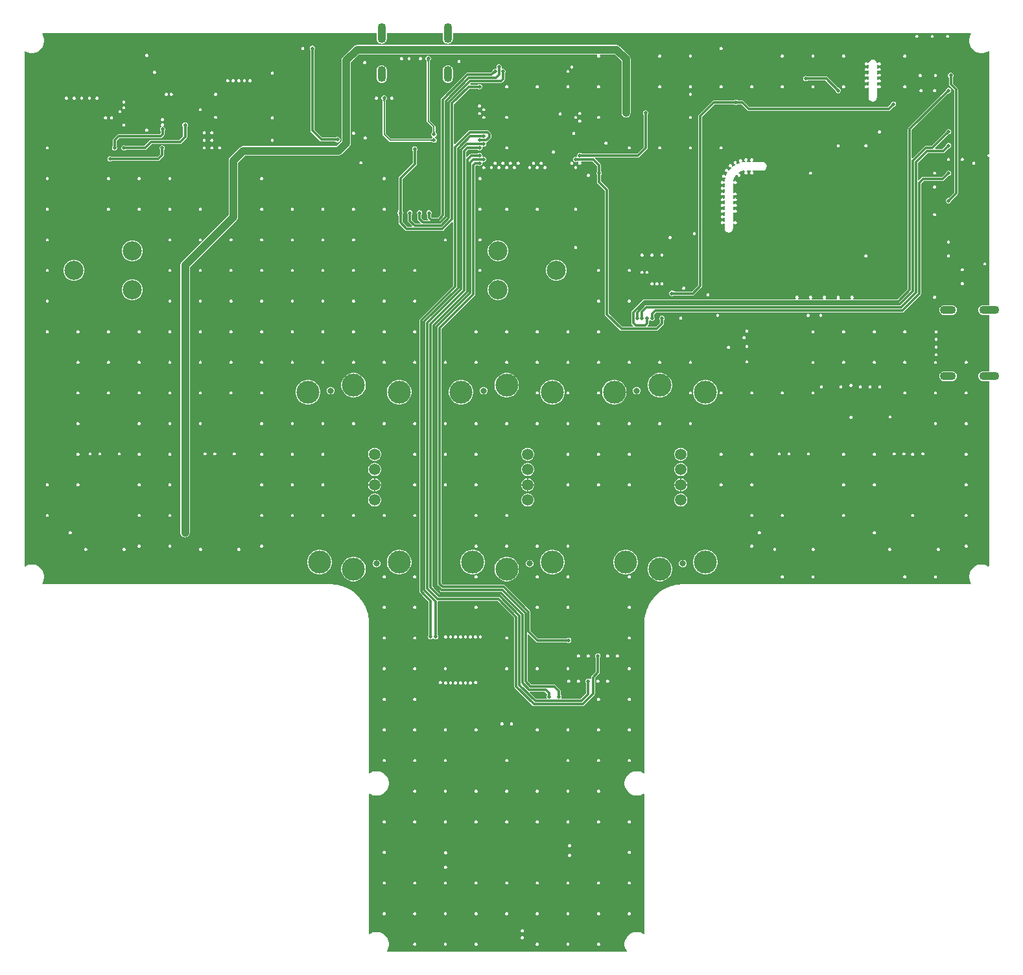
<source format=gbr>
%TF.GenerationSoftware,Altium Limited,Altium Designer,23.3.1 (30)*%
G04 Layer_Physical_Order=3*
G04 Layer_Color=16440176*
%FSLAX45Y45*%
%MOMM*%
%TF.SameCoordinates,E4F86091-2262-4A10-A0E3-B6E4D0D901A0*%
%TF.FilePolarity,Positive*%
%TF.FileFunction,Copper,L3,Inr,Signal*%
%TF.Part,Single*%
G01*
G75*
%TA.AperFunction,Conductor*%
%ADD56C,0.30000*%
%ADD59C,0.20000*%
%TA.AperFunction,ComponentPad*%
%ADD62O,2.10000X1.10000*%
%ADD63O,2.60000X1.10000*%
%ADD64O,1.10000X2.10000*%
%ADD65O,1.10000X2.60000*%
%ADD67C,1.50000*%
%ADD68C,3.00000*%
%ADD69C,0.80000*%
%ADD70C,2.50000*%
%TA.AperFunction,ViaPad*%
%ADD71C,0.50000*%
%TA.AperFunction,Conductor*%
%ADD72C,1.00000*%
G36*
X6066258Y11787833D02*
X6058210Y11775788D01*
X6046149Y11746670D01*
X6040000Y11715759D01*
Y11684241D01*
X6046149Y11653330D01*
X6058210Y11624211D01*
X6075720Y11598006D01*
X6098006Y11575720D01*
X6124212Y11558210D01*
X6153330Y11546149D01*
X6184241Y11540000D01*
X6215759D01*
X6246670Y11546149D01*
X6275789Y11558210D01*
X6287832Y11566257D01*
X6299032Y11560270D01*
X6299032Y10220000D01*
X6296022D01*
X6288671Y10216955D01*
X6283045Y10211329D01*
X6280000Y10203978D01*
Y10196022D01*
X6283045Y10188671D01*
X6288671Y10183045D01*
X6296022Y10180000D01*
X6299032D01*
X6299033Y8247561D01*
X6225000D01*
X6208032Y8245327D01*
X6192220Y8238777D01*
X6178642Y8228358D01*
X6168223Y8214780D01*
X6161673Y8198968D01*
X6159439Y8182000D01*
X6161673Y8165031D01*
X6168223Y8149220D01*
X6178642Y8135642D01*
X6192220Y8125223D01*
X6208032Y8118673D01*
X6225000Y8116439D01*
X6299033D01*
Y7383561D01*
X6225000D01*
X6208032Y7381327D01*
X6192220Y7374777D01*
X6178642Y7364358D01*
X6168223Y7350780D01*
X6161673Y7334969D01*
X6159439Y7318000D01*
X6161673Y7301032D01*
X6168223Y7285220D01*
X6178642Y7271642D01*
X6192220Y7261223D01*
X6208032Y7254673D01*
X6225000Y7252439D01*
X6299033D01*
X6299033Y4839729D01*
X6287833Y4833742D01*
X6275789Y4841790D01*
X6246670Y4853851D01*
X6215759Y4860000D01*
X6184241D01*
X6153330Y4853851D01*
X6124212Y4841790D01*
X6098006Y4824280D01*
X6075720Y4801994D01*
X6058210Y4775789D01*
X6046149Y4746670D01*
X6040000Y4715759D01*
Y4684241D01*
X6046149Y4653330D01*
X6058210Y4624211D01*
X6066258Y4612167D01*
X6060271Y4600966D01*
X2300000D01*
X2296715Y4600643D01*
X2293421Y4600859D01*
X2273800Y4600216D01*
X2264014Y4598928D01*
X2254147Y4598604D01*
X2215241Y4593482D01*
X2202433Y4590496D01*
X2189459Y4588354D01*
X2151554Y4578197D01*
X2139248Y4573566D01*
X2126662Y4569748D01*
X2090408Y4554731D01*
X2078808Y4548531D01*
X2066829Y4543103D01*
X2032845Y4523482D01*
X2022155Y4515822D01*
X2010989Y4508878D01*
X1979856Y4484989D01*
X1970258Y4475999D01*
X1960091Y4467656D01*
X1932344Y4439908D01*
X1924001Y4429743D01*
X1915011Y4420144D01*
X1891122Y4389011D01*
X1884178Y4377845D01*
X1876517Y4367155D01*
X1856896Y4333170D01*
X1851469Y4321191D01*
X1845269Y4309592D01*
X1830252Y4273337D01*
X1826434Y4260753D01*
X1821802Y4248445D01*
X1811646Y4210541D01*
X1809504Y4197567D01*
X1806517Y4184759D01*
X1801395Y4145853D01*
X1801072Y4135984D01*
X1799783Y4126194D01*
X1799141Y4106573D01*
X1799357Y4103282D01*
X1799034Y4100000D01*
X1799033Y2139729D01*
X1787833Y2133742D01*
X1775788Y2141790D01*
X1746670Y2153851D01*
X1715759Y2160000D01*
X1684241D01*
X1653330Y2153851D01*
X1624211Y2141790D01*
X1598006Y2124280D01*
X1575720Y2101994D01*
X1558210Y2075789D01*
X1546149Y2046670D01*
X1540000Y2015759D01*
Y1984241D01*
X1546149Y1953330D01*
X1558210Y1924212D01*
X1575720Y1898006D01*
X1598006Y1875720D01*
X1624211Y1858210D01*
X1653330Y1846149D01*
X1684241Y1840000D01*
X1715759D01*
X1746670Y1846149D01*
X1775788Y1858210D01*
X1787833Y1866258D01*
X1799033Y1860271D01*
X1799033Y39729D01*
X1787833Y33742D01*
X1775788Y41790D01*
X1746670Y53851D01*
X1715759Y60000D01*
X1684241D01*
X1653330Y53851D01*
X1624211Y41790D01*
X1598006Y24280D01*
X1575720Y1994D01*
X1558210Y-24212D01*
X1546149Y-53330D01*
X1540000Y-84241D01*
Y-115759D01*
X1546149Y-146670D01*
X1558210Y-175789D01*
X1566257Y-187833D01*
X1560271Y-199033D01*
X-1560271D01*
X-1566257Y-187833D01*
X-1558210Y-175789D01*
X-1546149Y-146670D01*
X-1540000Y-115759D01*
Y-84241D01*
X-1546149Y-53330D01*
X-1558210Y-24212D01*
X-1575720Y1994D01*
X-1598006Y24280D01*
X-1624211Y41790D01*
X-1653330Y53851D01*
X-1684241Y60000D01*
X-1715759D01*
X-1746670Y53851D01*
X-1775788Y41790D01*
X-1787833Y33742D01*
X-1799034Y39729D01*
Y1860271D01*
X-1787833Y1866258D01*
X-1775788Y1858210D01*
X-1746670Y1846149D01*
X-1715759Y1840000D01*
X-1684241D01*
X-1653330Y1846149D01*
X-1624211Y1858210D01*
X-1598006Y1875720D01*
X-1575720Y1898006D01*
X-1558210Y1924212D01*
X-1546149Y1953330D01*
X-1540000Y1984241D01*
Y2015759D01*
X-1546149Y2046670D01*
X-1558210Y2075789D01*
X-1575720Y2101994D01*
X-1598006Y2124280D01*
X-1624211Y2141790D01*
X-1653330Y2153851D01*
X-1684241Y2160000D01*
X-1715759D01*
X-1746670Y2153851D01*
X-1775788Y2141790D01*
X-1787833Y2133742D01*
X-1799034Y2139729D01*
Y4100000D01*
X-1799357Y4103285D01*
X-1799141Y4106579D01*
X-1799784Y4126199D01*
X-1801073Y4135986D01*
X-1801396Y4145853D01*
X-1806518Y4184759D01*
X-1809504Y4197567D01*
X-1811646Y4210541D01*
X-1821803Y4248445D01*
X-1826434Y4260751D01*
X-1830252Y4273337D01*
X-1845269Y4309592D01*
X-1851469Y4321191D01*
X-1856897Y4333170D01*
X-1876518Y4367155D01*
X-1884179Y4377845D01*
X-1891122Y4389011D01*
X-1915011Y4420144D01*
X-1924001Y4429742D01*
X-1932344Y4439908D01*
X-1960092Y4467656D01*
X-1970257Y4475998D01*
X-1979856Y4484989D01*
X-2010989Y4508878D01*
X-2022155Y4515822D01*
X-2032846Y4523482D01*
X-2066830Y4543103D01*
X-2078809Y4548531D01*
X-2090408Y4554731D01*
X-2126663Y4569748D01*
X-2139247Y4573565D01*
X-2151555Y4578197D01*
X-2189459Y4588354D01*
X-2202433Y4590496D01*
X-2215241Y4593482D01*
X-2254147Y4598604D01*
X-2264016Y4598928D01*
X-2273804Y4600216D01*
X-2293424Y4600858D01*
X-2296716Y4600643D01*
X-2300000Y4600966D01*
X-6060271Y4600967D01*
X-6066258Y4612167D01*
X-6058210Y4624211D01*
X-6046149Y4653330D01*
X-6040000Y4684241D01*
Y4715759D01*
X-6046149Y4746670D01*
X-6058210Y4775789D01*
X-6075720Y4801994D01*
X-6098006Y4824280D01*
X-6124212Y4841790D01*
X-6153330Y4853851D01*
X-6184241Y4860000D01*
X-6215759D01*
X-6246670Y4853851D01*
X-6275789Y4841790D01*
X-6287833Y4833742D01*
X-6299033Y4839729D01*
Y11560271D01*
X-6287833Y11566258D01*
X-6275789Y11558210D01*
X-6246670Y11546149D01*
X-6215759Y11540000D01*
X-6184241D01*
X-6153330Y11546149D01*
X-6124212Y11558210D01*
X-6098006Y11575720D01*
X-6075720Y11598006D01*
X-6058210Y11624211D01*
X-6046149Y11653330D01*
X-6040000Y11684241D01*
Y11715759D01*
X-6046149Y11746670D01*
X-6058210Y11775788D01*
X-6066258Y11787833D01*
X-6060271Y11799033D01*
X-1697560D01*
Y11725000D01*
X-1695327Y11708031D01*
X-1688777Y11692220D01*
X-1678358Y11678642D01*
X-1664780Y11668223D01*
X-1648968Y11661673D01*
X-1632000Y11659439D01*
X-1615031Y11661673D01*
X-1599219Y11668223D01*
X-1585641Y11678642D01*
X-1575223Y11692220D01*
X-1568673Y11708031D01*
X-1566439Y11725000D01*
Y11799033D01*
X-833561D01*
Y11725000D01*
X-831327Y11708031D01*
X-824777Y11692220D01*
X-814358Y11678642D01*
X-800780Y11668223D01*
X-784968Y11661673D01*
X-768000Y11659439D01*
X-751032Y11661673D01*
X-735220Y11668223D01*
X-721642Y11678642D01*
X-711223Y11692220D01*
X-704673Y11708031D01*
X-702439Y11725000D01*
Y11799033D01*
X6060271D01*
X6066258Y11787833D01*
D02*
G37*
%LPC*%
G36*
X5760978Y11777000D02*
X5753022D01*
X5745671Y11773955D01*
X5740045Y11768329D01*
X5737000Y11760978D01*
Y11753022D01*
X5740045Y11745671D01*
X5745671Y11740045D01*
X5753022Y11737000D01*
X5760978D01*
X5768329Y11740045D01*
X5773955Y11745671D01*
X5777000Y11753022D01*
Y11760978D01*
X5773955Y11768329D01*
X5768329Y11773955D01*
X5760978Y11777000D01*
D02*
G37*
G36*
X5560978D02*
X5553022D01*
X5545671Y11773955D01*
X5540045Y11768329D01*
X5537000Y11760978D01*
Y11753022D01*
X5540045Y11745671D01*
X5545671Y11740045D01*
X5553022Y11737000D01*
X5560978D01*
X5568329Y11740045D01*
X5573955Y11745671D01*
X5577000Y11753022D01*
Y11760978D01*
X5573955Y11768329D01*
X5568329Y11773955D01*
X5560978Y11777000D01*
D02*
G37*
G36*
X5360978D02*
X5353022D01*
X5345671Y11773955D01*
X5340045Y11768329D01*
X5337000Y11760978D01*
Y11753022D01*
X5340045Y11745671D01*
X5345671Y11740045D01*
X5353022Y11737000D01*
X5360978D01*
X5368329Y11740045D01*
X5373955Y11745671D01*
X5377000Y11753022D01*
Y11760978D01*
X5373955Y11768329D01*
X5368329Y11773955D01*
X5360978Y11777000D01*
D02*
G37*
G36*
X2803980Y11620000D02*
X2796023D01*
X2788672Y11616955D01*
X2783046Y11611329D01*
X2780002Y11603978D01*
Y11596022D01*
X2783046Y11588671D01*
X2788672Y11583045D01*
X2796023Y11580000D01*
X2803980D01*
X2811331Y11583045D01*
X2816957Y11588671D01*
X2820001Y11596022D01*
Y11603978D01*
X2816957Y11611329D01*
X2811331Y11616955D01*
X2803980Y11620000D01*
D02*
G37*
G36*
X-2658522D02*
X-2666478D01*
X-2673829Y11616955D01*
X-2679455Y11611329D01*
X-2682500Y11603978D01*
Y11596022D01*
X-2679455Y11588671D01*
X-2673829Y11583045D01*
X-2666478Y11580000D01*
X-2658522D01*
X-2651171Y11583045D01*
X-2645545Y11588671D01*
X-2642500Y11596022D01*
Y11603978D01*
X-2645545Y11611329D01*
X-2651171Y11616955D01*
X-2658522Y11620000D01*
D02*
G37*
G36*
X-4696022Y11528500D02*
X-4703978D01*
X-4711329Y11525455D01*
X-4716956Y11519829D01*
X-4720000Y11512478D01*
Y11504522D01*
X-4716956Y11497171D01*
X-4711329Y11491544D01*
X-4703978Y11488500D01*
X-4696022D01*
X-4688671Y11491544D01*
X-4683045Y11497171D01*
X-4680000Y11504522D01*
Y11512478D01*
X-4683045Y11519829D01*
X-4688671Y11525455D01*
X-4696022Y11528500D01*
D02*
G37*
G36*
X5203981Y11520002D02*
X5196025D01*
X5188674Y11516957D01*
X5183048Y11511331D01*
X5180003Y11503980D01*
Y11496024D01*
X5183048Y11488673D01*
X5188674Y11483047D01*
X5196025Y11480002D01*
X5203981D01*
X5211332Y11483047D01*
X5216958Y11488673D01*
X5220003Y11496024D01*
Y11503980D01*
X5216958Y11511331D01*
X5211332Y11516957D01*
X5203981Y11520002D01*
D02*
G37*
G36*
X4403981D02*
X4396024D01*
X4388673Y11516957D01*
X4383047Y11511331D01*
X4380002Y11503980D01*
Y11496024D01*
X4383047Y11488673D01*
X4388673Y11483047D01*
X4396024Y11480002D01*
X4403981D01*
X4411332Y11483047D01*
X4416958Y11488673D01*
X4420002Y11496024D01*
Y11503980D01*
X4416958Y11511331D01*
X4411332Y11516957D01*
X4403981Y11520002D01*
D02*
G37*
G36*
X4003980D02*
X3996024D01*
X3988673Y11516957D01*
X3983047Y11511331D01*
X3980002Y11503980D01*
Y11496024D01*
X3983047Y11488673D01*
X3988673Y11483047D01*
X3996024Y11480002D01*
X4003980D01*
X4011331Y11483047D01*
X4016957Y11488673D01*
X4020002Y11496024D01*
Y11503980D01*
X4016957Y11511331D01*
X4011331Y11516957D01*
X4003980Y11520002D01*
D02*
G37*
G36*
X3603980D02*
X3596024D01*
X3588673Y11516957D01*
X3583047Y11511331D01*
X3580002Y11503980D01*
Y11496024D01*
X3583047Y11488673D01*
X3588673Y11483047D01*
X3596024Y11480002D01*
X3603980D01*
X3611331Y11483047D01*
X3616957Y11488673D01*
X3620002Y11496024D01*
Y11503980D01*
X3616957Y11511331D01*
X3611331Y11516957D01*
X3603980Y11520002D01*
D02*
G37*
G36*
X2403979D02*
X2396023D01*
X2388672Y11516957D01*
X2383046Y11511331D01*
X2380001Y11503980D01*
Y11496024D01*
X2383046Y11488673D01*
X2388672Y11483047D01*
X2396023Y11480002D01*
X2403979D01*
X2411330Y11483047D01*
X2416957Y11488673D01*
X2420001Y11496024D01*
Y11503980D01*
X2416957Y11511331D01*
X2411330Y11516957D01*
X2403979Y11520002D01*
D02*
G37*
G36*
X2003979D02*
X1996023D01*
X1988672Y11516957D01*
X1983046Y11511331D01*
X1980001Y11503980D01*
Y11496024D01*
X1983046Y11488673D01*
X1988672Y11483047D01*
X1996023Y11480002D01*
X2003979D01*
X2011330Y11483047D01*
X2016956Y11488673D01*
X2020001Y11496024D01*
Y11503980D01*
X2016956Y11511331D01*
X2011330Y11516957D01*
X2003979Y11520002D01*
D02*
G37*
G36*
X-1121022Y11487700D02*
X-1128978D01*
X-1136329Y11484655D01*
X-1141955Y11479029D01*
X-1145000Y11471678D01*
Y11463722D01*
X-1141955Y11456371D01*
X-1136329Y11450744D01*
X-1128978Y11447700D01*
X-1121022D01*
X-1113671Y11450744D01*
X-1108045Y11456371D01*
X-1105000Y11463722D01*
Y11471678D01*
X-1108045Y11479029D01*
X-1113671Y11484655D01*
X-1121022Y11487700D01*
D02*
G37*
G36*
X-1271022D02*
X-1278978D01*
X-1286329Y11484655D01*
X-1291955Y11479029D01*
X-1295000Y11471678D01*
Y11463722D01*
X-1291955Y11456371D01*
X-1286329Y11450744D01*
X-1278978Y11447700D01*
X-1271022D01*
X-1263671Y11450744D01*
X-1258045Y11456371D01*
X-1255000Y11463722D01*
Y11471678D01*
X-1258045Y11479029D01*
X-1263671Y11484655D01*
X-1271022Y11487700D01*
D02*
G37*
G36*
X-1371022D02*
X-1378978D01*
X-1386329Y11484655D01*
X-1391955Y11479029D01*
X-1395000Y11471678D01*
Y11463722D01*
X-1391955Y11456371D01*
X-1386329Y11450744D01*
X-1378978Y11447700D01*
X-1371022D01*
X-1363671Y11450744D01*
X-1358045Y11456371D01*
X-1355000Y11463722D01*
Y11471678D01*
X-1358045Y11479029D01*
X-1363671Y11484655D01*
X-1371022Y11487700D01*
D02*
G37*
G36*
X-618322Y11450000D02*
X-626278D01*
X-633629Y11446955D01*
X-639255Y11441329D01*
X-642300Y11433978D01*
Y11426022D01*
X-639255Y11418671D01*
X-633629Y11413045D01*
X-626278Y11410000D01*
X-618322D01*
X-610971Y11413045D01*
X-605345Y11418671D01*
X-602300Y11426022D01*
Y11433978D01*
X-605345Y11441329D01*
X-610971Y11446955D01*
X-618322Y11450000D01*
D02*
G37*
G36*
X4779999Y11455466D02*
X4758774Y11451244D01*
X4740779Y11439220D01*
X4728756Y11421226D01*
X4726391Y11409336D01*
X4713183Y11408035D01*
X4711819Y11411329D01*
X4706193Y11416955D01*
X4698842Y11420000D01*
X4690885D01*
X4683534Y11416955D01*
X4677908Y11411329D01*
X4674863Y11403978D01*
Y11396022D01*
X4677908Y11388671D01*
X4683534Y11383045D01*
X4690885Y11380000D01*
X4698842D01*
X4706193Y11383045D01*
X4711819Y11388671D01*
X4711834Y11388707D01*
X4724534Y11386181D01*
Y11338819D01*
X4711834Y11336293D01*
X4711819Y11336329D01*
X4706193Y11341955D01*
X4698842Y11345000D01*
X4690885D01*
X4683534Y11341955D01*
X4677908Y11336329D01*
X4674863Y11328978D01*
Y11321022D01*
X4677908Y11313671D01*
X4683534Y11308045D01*
X4690885Y11305000D01*
X4698842D01*
X4706193Y11308045D01*
X4711819Y11313671D01*
X4711834Y11313707D01*
X4724534Y11311181D01*
Y11263819D01*
X4711834Y11261293D01*
X4711819Y11261329D01*
X4706193Y11266955D01*
X4698842Y11270000D01*
X4690885D01*
X4683534Y11266955D01*
X4677908Y11261329D01*
X4674863Y11253978D01*
Y11246022D01*
X4677908Y11238671D01*
X4683534Y11233045D01*
X4690885Y11230000D01*
X4698842D01*
X4706193Y11233045D01*
X4711819Y11238671D01*
X4711834Y11238707D01*
X4724534Y11236181D01*
Y11188819D01*
X4711834Y11186293D01*
X4711819Y11186329D01*
X4706193Y11191955D01*
X4698842Y11195000D01*
X4690885D01*
X4683534Y11191955D01*
X4677908Y11186329D01*
X4674863Y11178978D01*
Y11171022D01*
X4677908Y11163671D01*
X4683534Y11158044D01*
X4690885Y11155000D01*
X4698842D01*
X4706193Y11158044D01*
X4711819Y11163671D01*
X4711834Y11163707D01*
X4724534Y11161181D01*
Y11113819D01*
X4711834Y11111293D01*
X4711819Y11111329D01*
X4706193Y11116955D01*
X4698842Y11120000D01*
X4690885D01*
X4683534Y11116955D01*
X4677908Y11111329D01*
X4674863Y11103978D01*
Y11096021D01*
X4677908Y11088670D01*
X4683534Y11083044D01*
X4690885Y11080000D01*
X4698842D01*
X4706193Y11083044D01*
X4711819Y11088670D01*
X4711834Y11088707D01*
X4724534Y11086181D01*
Y10959998D01*
X4728756Y10938773D01*
X4740779Y10920778D01*
X4758774Y10908755D01*
X4779999Y10904533D01*
X4801225Y10908755D01*
X4819219Y10920778D01*
X4831243Y10938773D01*
X4835465Y10959998D01*
Y11086181D01*
X4848165Y11088707D01*
X4848180Y11088670D01*
X4853806Y11083044D01*
X4861157Y11080000D01*
X4869113D01*
X4876464Y11083044D01*
X4882091Y11088670D01*
X4885135Y11096021D01*
Y11103978D01*
X4882091Y11111329D01*
X4876464Y11116955D01*
X4869113Y11120000D01*
X4861157D01*
X4853806Y11116955D01*
X4848180Y11111329D01*
X4848165Y11111293D01*
X4835465Y11113819D01*
Y11161181D01*
X4848165Y11163707D01*
X4848180Y11163671D01*
X4853806Y11158044D01*
X4861157Y11155000D01*
X4869113D01*
X4876464Y11158044D01*
X4882091Y11163671D01*
X4885135Y11171022D01*
Y11178978D01*
X4882091Y11186329D01*
X4876464Y11191955D01*
X4869113Y11195000D01*
X4861157D01*
X4853806Y11191955D01*
X4848180Y11186329D01*
X4848165Y11186293D01*
X4835465Y11188819D01*
Y11236181D01*
X4848165Y11238707D01*
X4848180Y11238671D01*
X4853806Y11233045D01*
X4861157Y11230000D01*
X4869113D01*
X4876464Y11233045D01*
X4882091Y11238671D01*
X4885135Y11246022D01*
Y11253978D01*
X4882091Y11261329D01*
X4876464Y11266955D01*
X4869113Y11270000D01*
X4861157D01*
X4853806Y11266955D01*
X4848180Y11261329D01*
X4848165Y11261293D01*
X4835465Y11263819D01*
Y11311181D01*
X4848165Y11313707D01*
X4848180Y11313671D01*
X4853806Y11308045D01*
X4861157Y11305000D01*
X4869113D01*
X4876464Y11308045D01*
X4882091Y11313671D01*
X4885135Y11321022D01*
Y11328978D01*
X4882091Y11336329D01*
X4876464Y11341955D01*
X4869113Y11345000D01*
X4861157D01*
X4853806Y11341955D01*
X4848180Y11336329D01*
X4848165Y11336293D01*
X4835465Y11338819D01*
Y11386181D01*
X4848165Y11388707D01*
X4848180Y11388671D01*
X4853806Y11383045D01*
X4861157Y11380000D01*
X4869113D01*
X4876464Y11383045D01*
X4882091Y11388671D01*
X4885135Y11396022D01*
Y11403978D01*
X4882091Y11411329D01*
X4876464Y11416955D01*
X4869113Y11420000D01*
X4861157D01*
X4853806Y11416955D01*
X4848180Y11411329D01*
X4846816Y11408035D01*
X4833608Y11409336D01*
X4831243Y11421226D01*
X4819219Y11439220D01*
X4801225Y11451244D01*
X4779999Y11455466D01*
D02*
G37*
G36*
X-1850222Y11437300D02*
X-1858178D01*
X-1865529Y11434255D01*
X-1871155Y11428629D01*
X-1874200Y11421278D01*
Y11413322D01*
X-1871155Y11405971D01*
X-1865529Y11400345D01*
X-1858178Y11397300D01*
X-1850222D01*
X-1842871Y11400345D01*
X-1837245Y11405971D01*
X-1834200Y11413322D01*
Y11421278D01*
X-1837245Y11428629D01*
X-1842871Y11434255D01*
X-1850222Y11437300D01*
D02*
G37*
G36*
X853978Y11375300D02*
X846022D01*
X838671Y11372255D01*
X833045Y11366629D01*
X830000Y11359278D01*
Y11351322D01*
X833045Y11343971D01*
X838671Y11338345D01*
X846022Y11335300D01*
X853978D01*
X861329Y11338345D01*
X866955Y11343971D01*
X870000Y11351322D01*
Y11359278D01*
X866955Y11366629D01*
X861329Y11372255D01*
X853978Y11375300D01*
D02*
G37*
G36*
X803978Y11320000D02*
X796022D01*
X788671Y11316955D01*
X783045Y11311329D01*
X780000Y11303978D01*
Y11296022D01*
X783045Y11288671D01*
X788671Y11283045D01*
X796022Y11280000D01*
X803978D01*
X811329Y11283045D01*
X816955Y11288671D01*
X820000Y11296022D01*
Y11303978D01*
X816955Y11311329D01*
X811329Y11316955D01*
X803978Y11320000D01*
D02*
G37*
G36*
X-4596022Y11310000D02*
X-4603978D01*
X-4611329Y11306955D01*
X-4616955Y11301329D01*
X-4620000Y11293978D01*
Y11286022D01*
X-4616955Y11278671D01*
X-4611329Y11273045D01*
X-4603978Y11270000D01*
X-4596022D01*
X-4588671Y11273045D01*
X-4583045Y11278671D01*
X-4580000Y11286022D01*
Y11293978D01*
X-4583045Y11301329D01*
X-4588671Y11306955D01*
X-4596022Y11310000D01*
D02*
G37*
G36*
X-3056722Y11297600D02*
X-3064678D01*
X-3072029Y11294555D01*
X-3077655Y11288929D01*
X-3080700Y11281578D01*
Y11273622D01*
X-3077655Y11266271D01*
X-3072029Y11260645D01*
X-3064678Y11257600D01*
X-3056722D01*
X-3049371Y11260645D01*
X-3043745Y11266271D01*
X-3040700Y11273622D01*
Y11281578D01*
X-3043745Y11288929D01*
X-3049371Y11294555D01*
X-3056722Y11297600D01*
D02*
G37*
G36*
X5603978Y11268000D02*
X5596022D01*
X5588671Y11264955D01*
X5583045Y11259329D01*
X5580000Y11251978D01*
Y11244022D01*
X5583045Y11236671D01*
X5588671Y11231045D01*
X5596022Y11228000D01*
X5603978D01*
X5611329Y11231045D01*
X5616955Y11236671D01*
X5620000Y11244022D01*
Y11251978D01*
X5616955Y11259329D01*
X5611329Y11264955D01*
X5603978Y11268000D01*
D02*
G37*
G36*
X5403978D02*
X5396022D01*
X5388671Y11264955D01*
X5383045Y11259329D01*
X5380000Y11251978D01*
Y11244022D01*
X5383045Y11236671D01*
X5388671Y11231045D01*
X5396022Y11228000D01*
X5403978D01*
X5411329Y11231045D01*
X5416955Y11236671D01*
X5420000Y11244022D01*
Y11251978D01*
X5416955Y11259329D01*
X5411329Y11264955D01*
X5403978Y11268000D01*
D02*
G37*
G36*
X-3348122Y11197599D02*
X-3356078D01*
X-3363429Y11194555D01*
X-3369055Y11188929D01*
X-3372100Y11181578D01*
Y11173621D01*
X-3369055Y11166270D01*
X-3363429Y11160644D01*
X-3356078Y11157599D01*
X-3348122D01*
X-3340771Y11160644D01*
X-3335145Y11166270D01*
X-3332100Y11173621D01*
Y11181578D01*
X-3335145Y11188929D01*
X-3340771Y11194555D01*
X-3348122Y11197599D01*
D02*
G37*
G36*
X-3421147D02*
X-3429103D01*
X-3436454Y11194555D01*
X-3442080Y11188929D01*
X-3445125Y11181578D01*
Y11173621D01*
X-3442080Y11166270D01*
X-3436454Y11160644D01*
X-3429103Y11157599D01*
X-3421147D01*
X-3413796Y11160644D01*
X-3408170Y11166270D01*
X-3405125Y11173621D01*
Y11181578D01*
X-3408170Y11188929D01*
X-3413796Y11194555D01*
X-3421147Y11197599D01*
D02*
G37*
G36*
X-3494172D02*
X-3502128D01*
X-3509479Y11194555D01*
X-3515105Y11188929D01*
X-3518150Y11181578D01*
Y11173621D01*
X-3515105Y11166270D01*
X-3509479Y11160644D01*
X-3502128Y11157599D01*
X-3494172D01*
X-3486821Y11160644D01*
X-3481195Y11166270D01*
X-3478150Y11173621D01*
Y11181578D01*
X-3481195Y11188929D01*
X-3486821Y11194555D01*
X-3494172Y11197599D01*
D02*
G37*
G36*
X-3567197D02*
X-3575153D01*
X-3582504Y11194555D01*
X-3588130Y11188929D01*
X-3591175Y11181578D01*
Y11173621D01*
X-3588130Y11166270D01*
X-3582504Y11160644D01*
X-3575153Y11157599D01*
X-3567197D01*
X-3559846Y11160644D01*
X-3554220Y11166270D01*
X-3551175Y11173621D01*
Y11181578D01*
X-3554220Y11188929D01*
X-3559846Y11194555D01*
X-3567197Y11197599D01*
D02*
G37*
G36*
X-3640222D02*
X-3648178D01*
X-3655529Y11194555D01*
X-3661155Y11188929D01*
X-3664200Y11181578D01*
Y11173621D01*
X-3661155Y11166270D01*
X-3655529Y11160644D01*
X-3648178Y11157599D01*
X-3640222D01*
X-3632871Y11160644D01*
X-3627245Y11166270D01*
X-3624200Y11173621D01*
Y11181578D01*
X-3627245Y11188929D01*
X-3632871Y11194555D01*
X-3640222Y11197599D01*
D02*
G37*
G36*
X-768000Y11379561D02*
X-784968Y11377327D01*
X-800780Y11370777D01*
X-814358Y11360359D01*
X-824777Y11346781D01*
X-831327Y11330969D01*
X-833561Y11314000D01*
Y11214000D01*
X-831327Y11197031D01*
X-824777Y11181219D01*
X-814358Y11167642D01*
X-800780Y11157223D01*
X-784968Y11150673D01*
X-768000Y11148439D01*
X-751032Y11150673D01*
X-735220Y11157223D01*
X-721642Y11167642D01*
X-711223Y11181219D01*
X-704673Y11197031D01*
X-702439Y11214000D01*
Y11314000D01*
X-704673Y11330969D01*
X-711223Y11346781D01*
X-721642Y11360359D01*
X-735220Y11370777D01*
X-751032Y11377327D01*
X-768000Y11379561D01*
D02*
G37*
G36*
X-1632000D02*
X-1648968Y11377327D01*
X-1664780Y11370777D01*
X-1678358Y11360359D01*
X-1688777Y11346781D01*
X-1695327Y11330969D01*
X-1697560Y11314000D01*
Y11214000D01*
X-1695327Y11197031D01*
X-1688777Y11181219D01*
X-1678358Y11167642D01*
X-1664780Y11157223D01*
X-1648968Y11150673D01*
X-1632000Y11148439D01*
X-1615031Y11150673D01*
X-1599219Y11157223D01*
X-1585641Y11167642D01*
X-1575223Y11181219D01*
X-1568673Y11197031D01*
X-1566439Y11214000D01*
Y11314000D01*
X-1568673Y11330969D01*
X-1575223Y11346781D01*
X-1585641Y11360359D01*
X-1599219Y11370777D01*
X-1615031Y11377327D01*
X-1632000Y11379561D01*
D02*
G37*
G36*
X5203981Y11120002D02*
X5196025D01*
X5188674Y11116957D01*
X5183048Y11111331D01*
X5180003Y11103980D01*
Y11096024D01*
X5183048Y11088673D01*
X5188674Y11083046D01*
X5196025Y11080002D01*
X5203981D01*
X5211332Y11083046D01*
X5216958Y11088673D01*
X5220003Y11096024D01*
Y11103980D01*
X5216958Y11111331D01*
X5211332Y11116957D01*
X5203981Y11120002D01*
D02*
G37*
G36*
X4403981D02*
X4396024D01*
X4388673Y11116957D01*
X4383047Y11111331D01*
X4380002Y11103980D01*
Y11096024D01*
X4383047Y11088673D01*
X4388673Y11083046D01*
X4396024Y11080002D01*
X4403981D01*
X4411332Y11083046D01*
X4416958Y11088673D01*
X4420002Y11096024D01*
Y11103980D01*
X4416958Y11111331D01*
X4411332Y11116957D01*
X4403981Y11120002D01*
D02*
G37*
G36*
X4003980D02*
X3996024D01*
X3988673Y11116957D01*
X3983047Y11111331D01*
X3980002Y11103980D01*
Y11096024D01*
X3983047Y11088673D01*
X3988673Y11083046D01*
X3996024Y11080002D01*
X4003980D01*
X4011331Y11083046D01*
X4016957Y11088673D01*
X4020002Y11096024D01*
Y11103980D01*
X4016957Y11111331D01*
X4011331Y11116957D01*
X4003980Y11120002D01*
D02*
G37*
G36*
X3603980D02*
X3596024D01*
X3588673Y11116957D01*
X3583047Y11111331D01*
X3580002Y11103980D01*
Y11096024D01*
X3583047Y11088673D01*
X3588673Y11083046D01*
X3596024Y11080002D01*
X3603980D01*
X3611331Y11083046D01*
X3616957Y11088673D01*
X3620002Y11096024D01*
Y11103980D01*
X3616957Y11111331D01*
X3611331Y11116957D01*
X3603980Y11120002D01*
D02*
G37*
G36*
X3203980D02*
X3196024D01*
X3188673Y11116957D01*
X3183046Y11111331D01*
X3180002Y11103980D01*
Y11096024D01*
X3183046Y11088673D01*
X3188673Y11083046D01*
X3196024Y11080002D01*
X3203980D01*
X3211331Y11083046D01*
X3216957Y11088673D01*
X3220002Y11096024D01*
Y11103980D01*
X3216957Y11111331D01*
X3211331Y11116957D01*
X3203980Y11120002D01*
D02*
G37*
G36*
X2803980D02*
X2796023D01*
X2788672Y11116957D01*
X2783046Y11111331D01*
X2780002Y11103980D01*
Y11096024D01*
X2783046Y11088673D01*
X2788672Y11083046D01*
X2796023Y11080002D01*
X2803980D01*
X2811331Y11083046D01*
X2816957Y11088673D01*
X2820001Y11096024D01*
Y11103980D01*
X2816957Y11111331D01*
X2811331Y11116957D01*
X2803980Y11120002D01*
D02*
G37*
G36*
X2403979D02*
X2396023D01*
X2388672Y11116957D01*
X2383046Y11111331D01*
X2380001Y11103980D01*
Y11096024D01*
X2383046Y11088673D01*
X2388672Y11083046D01*
X2396023Y11080002D01*
X2403979D01*
X2411330Y11083046D01*
X2416957Y11088673D01*
X2420001Y11096024D01*
Y11103980D01*
X2416957Y11111331D01*
X2411330Y11116957D01*
X2403979Y11120002D01*
D02*
G37*
G36*
X2003979D02*
X1996023D01*
X1988672Y11116957D01*
X1983046Y11111331D01*
X1980001Y11103980D01*
Y11096024D01*
X1983046Y11088673D01*
X1988672Y11083046D01*
X1996023Y11080002D01*
X2003979D01*
X2011330Y11083046D01*
X2016956Y11088673D01*
X2020001Y11096024D01*
Y11103980D01*
X2016956Y11111331D01*
X2011330Y11116957D01*
X2003979Y11120002D01*
D02*
G37*
G36*
X1203979D02*
X1196022D01*
X1188671Y11116957D01*
X1183045Y11111331D01*
X1180001Y11103980D01*
Y11096024D01*
X1183045Y11088673D01*
X1188671Y11083046D01*
X1196022Y11080002D01*
X1203979D01*
X1211330Y11083046D01*
X1216956Y11088673D01*
X1220001Y11096024D01*
Y11103980D01*
X1216956Y11111331D01*
X1211330Y11116957D01*
X1203979Y11120002D01*
D02*
G37*
G36*
X803979D02*
X796022D01*
X788671Y11116957D01*
X783045Y11111331D01*
X780000Y11103980D01*
Y11096024D01*
X783045Y11088673D01*
X788671Y11083046D01*
X796022Y11080002D01*
X803979D01*
X811330Y11083046D01*
X816956Y11088673D01*
X820000Y11096024D01*
Y11103980D01*
X816956Y11111331D01*
X811330Y11116957D01*
X803979Y11120002D01*
D02*
G37*
G36*
X403978D02*
X396022D01*
X388671Y11116957D01*
X383045Y11111331D01*
X380000Y11103980D01*
Y11096024D01*
X383045Y11088673D01*
X388671Y11083046D01*
X396022Y11080002D01*
X403978D01*
X411329Y11083046D01*
X416955Y11088673D01*
X420000Y11096024D01*
Y11103980D01*
X416955Y11111331D01*
X411329Y11116957D01*
X403978Y11120002D01*
D02*
G37*
G36*
X3978D02*
X-3978D01*
X-11329Y11116957D01*
X-16955Y11111331D01*
X-20000Y11103980D01*
Y11096024D01*
X-16955Y11088673D01*
X-11329Y11083046D01*
X-3978Y11080002D01*
X3978D01*
X11329Y11083046D01*
X16955Y11088673D01*
X20000Y11096024D01*
Y11103980D01*
X16955Y11111331D01*
X11329Y11116957D01*
X3978Y11120002D01*
D02*
G37*
G36*
X-93038Y11390300D02*
X-106962D01*
X-119826Y11384972D01*
X-129672Y11375126D01*
X-135000Y11362262D01*
Y11348338D01*
X-133539Y11344812D01*
X-143039Y11335000D01*
X-156962D01*
X-169826Y11329672D01*
X-179672Y11319826D01*
X-184364Y11308499D01*
X-191449Y11300499D01*
X-193236Y11298696D01*
X-193563Y11297896D01*
X-209970Y11281490D01*
X-509969D01*
X-519723Y11279549D01*
X-527993Y11274024D01*
X-853023Y10948993D01*
X-858549Y10940723D01*
X-860489Y10930969D01*
Y9427900D01*
X-899200Y9389190D01*
X-980042D01*
X-988470Y9397618D01*
Y9414118D01*
X-988136Y9414904D01*
X-988113Y9417549D01*
X-987934Y9421941D01*
X-987605Y9425164D01*
X-987455Y9426033D01*
X-987335Y9426529D01*
X-987237Y9426728D01*
X-987228Y9426850D01*
X-987112Y9427191D01*
X-987122Y9427340D01*
X-984288Y9430174D01*
X-978960Y9443038D01*
Y9456962D01*
X-984288Y9469826D01*
X-994134Y9479671D01*
X-1006998Y9485000D01*
X-1020922D01*
X-1033786Y9479671D01*
X-1043631Y9469826D01*
X-1048960Y9456962D01*
Y9443038D01*
X-1043631Y9430174D01*
X-1040798Y9427340D01*
X-1040807Y9427191D01*
X-1040692Y9426850D01*
X-1040683Y9426728D01*
X-1040585Y9426529D01*
X-1040465Y9426033D01*
X-1040346Y9425344D01*
X-1039805Y9417398D01*
X-1039783Y9414904D01*
X-1039450Y9414118D01*
Y9387060D01*
X-1037509Y9377305D01*
X-1031984Y9369036D01*
X-1023871Y9360923D01*
X-1028731Y9349190D01*
X-1081642D01*
X-1113470Y9381018D01*
Y9414118D01*
X-1113136Y9414904D01*
X-1113113Y9417549D01*
X-1112934Y9421941D01*
X-1112605Y9425164D01*
X-1112455Y9426033D01*
X-1112335Y9426529D01*
X-1112237Y9426728D01*
X-1112228Y9426850D01*
X-1112112Y9427191D01*
X-1112122Y9427340D01*
X-1109288Y9430174D01*
X-1103960Y9443038D01*
Y9456962D01*
X-1109288Y9469826D01*
X-1119134Y9479671D01*
X-1131998Y9485000D01*
X-1145922D01*
X-1158786Y9479671D01*
X-1168631Y9469826D01*
X-1173960Y9456962D01*
Y9443038D01*
X-1168631Y9430174D01*
X-1165798Y9427340D01*
X-1165807Y9427191D01*
X-1165692Y9426850D01*
X-1165683Y9426728D01*
X-1165585Y9426529D01*
X-1165465Y9426033D01*
X-1165346Y9425344D01*
X-1164805Y9417398D01*
X-1164783Y9414904D01*
X-1164450Y9414118D01*
Y9370460D01*
X-1162509Y9360705D01*
X-1156984Y9352436D01*
X-1125471Y9320923D01*
X-1130331Y9309190D01*
X-1191068D01*
X-1238470Y9356592D01*
Y9414118D01*
X-1238136Y9414904D01*
X-1238113Y9417549D01*
X-1237934Y9421941D01*
X-1237605Y9425164D01*
X-1237455Y9426033D01*
X-1237335Y9426529D01*
X-1237237Y9426728D01*
X-1237228Y9426850D01*
X-1237112Y9427191D01*
X-1237122Y9427340D01*
X-1234288Y9430174D01*
X-1228960Y9443038D01*
Y9456962D01*
X-1234288Y9469826D01*
X-1244134Y9479671D01*
X-1256998Y9485000D01*
X-1270922D01*
X-1283786Y9479671D01*
X-1293631Y9469826D01*
X-1298960Y9456962D01*
Y9443038D01*
X-1293631Y9430174D01*
X-1290798Y9427340D01*
X-1290807Y9427191D01*
X-1290692Y9426850D01*
X-1290683Y9426728D01*
X-1290585Y9426529D01*
X-1290465Y9426033D01*
X-1290346Y9425344D01*
X-1289805Y9417398D01*
X-1289783Y9414904D01*
X-1289450Y9414118D01*
Y9346034D01*
X-1287509Y9336279D01*
X-1281984Y9328010D01*
X-1234897Y9280923D01*
X-1239757Y9269190D01*
X-1295642D01*
X-1363470Y9337018D01*
Y9414118D01*
X-1363136Y9414904D01*
X-1363113Y9417549D01*
X-1362934Y9421941D01*
X-1362605Y9425164D01*
X-1362455Y9426033D01*
X-1362335Y9426529D01*
X-1362237Y9426728D01*
X-1362228Y9426850D01*
X-1362112Y9427191D01*
X-1362122Y9427340D01*
X-1359288Y9430174D01*
X-1353960Y9443038D01*
Y9456962D01*
X-1359288Y9469826D01*
X-1362122Y9472659D01*
X-1362112Y9472809D01*
X-1362228Y9473149D01*
X-1362237Y9473272D01*
X-1362335Y9473471D01*
X-1362455Y9473967D01*
X-1362574Y9474656D01*
X-1363114Y9482602D01*
X-1363136Y9485096D01*
X-1363470Y9485882D01*
Y9890782D01*
X-1181976Y10072276D01*
X-1176451Y10080545D01*
X-1174510Y10090300D01*
Y10249118D01*
X-1174176Y10249905D01*
X-1174153Y10252549D01*
X-1173974Y10256941D01*
X-1173645Y10260164D01*
X-1173495Y10261033D01*
X-1173375Y10261529D01*
X-1173277Y10261728D01*
X-1173268Y10261850D01*
X-1173152Y10262191D01*
X-1173162Y10262340D01*
X-1170328Y10265174D01*
X-1165000Y10278038D01*
Y10291962D01*
X-1170328Y10304826D01*
X-1180174Y10314672D01*
X-1193038Y10320000D01*
X-1206962D01*
X-1219826Y10314672D01*
X-1229671Y10304826D01*
X-1235000Y10291962D01*
Y10278038D01*
X-1229671Y10265174D01*
X-1226838Y10262340D01*
X-1226847Y10262191D01*
X-1226732Y10261850D01*
X-1226723Y10261728D01*
X-1226625Y10261529D01*
X-1226505Y10261033D01*
X-1226386Y10260344D01*
X-1225845Y10252398D01*
X-1225823Y10249904D01*
X-1225490Y10249118D01*
Y10100858D01*
X-1406984Y9919364D01*
X-1412509Y9911095D01*
X-1414450Y9901340D01*
Y9485881D01*
X-1414783Y9485095D01*
X-1414807Y9482451D01*
X-1414986Y9478059D01*
X-1415315Y9474836D01*
X-1415465Y9473967D01*
X-1415585Y9473471D01*
X-1415683Y9473272D01*
X-1415692Y9473149D01*
X-1415807Y9472809D01*
X-1415798Y9472659D01*
X-1418631Y9469826D01*
X-1423960Y9456962D01*
Y9443038D01*
X-1418631Y9430174D01*
X-1415798Y9427340D01*
X-1415807Y9427191D01*
X-1415692Y9426850D01*
X-1415683Y9426728D01*
X-1415585Y9426529D01*
X-1415465Y9426033D01*
X-1415346Y9425344D01*
X-1414805Y9417398D01*
X-1414783Y9414904D01*
X-1414450Y9414118D01*
Y9326460D01*
X-1412509Y9316705D01*
X-1406984Y9308436D01*
X-1324224Y9225676D01*
X-1315954Y9220151D01*
X-1306200Y9218210D01*
X-838937D01*
X-829182Y9220151D01*
X-820913Y9225676D01*
X-712223Y9334366D01*
X-700490Y9329506D01*
Y8501468D01*
X-1134323Y8067634D01*
X-1139849Y8059365D01*
X-1141789Y8049611D01*
Y4507200D01*
X-1139849Y4497445D01*
X-1134323Y4489176D01*
X-1097524Y4452376D01*
X-1017990Y4372842D01*
Y3950581D01*
X-1018324Y3949795D01*
X-1018347Y3947151D01*
X-1018527Y3942758D01*
X-1018855Y3939536D01*
X-1019005Y3938666D01*
X-1019125Y3938171D01*
X-1019224Y3937972D01*
X-1019232Y3937849D01*
X-1019348Y3937509D01*
X-1019338Y3937359D01*
X-1022172Y3934526D01*
X-1027500Y3921662D01*
Y3907738D01*
X-1022172Y3894874D01*
X-1012326Y3885028D01*
X-999462Y3879700D01*
X-985538D01*
X-972674Y3885028D01*
X-968297Y3889406D01*
X-960000Y3893483D01*
X-951703Y3889406D01*
X-947326Y3885028D01*
X-934462Y3879700D01*
X-920538D01*
X-907674Y3885028D01*
X-897829Y3894874D01*
X-892500Y3907738D01*
Y3921662D01*
X-897829Y3934526D01*
X-900662Y3937359D01*
X-900653Y3937509D01*
X-900768Y3937849D01*
X-900777Y3937972D01*
X-900875Y3938171D01*
X-900995Y3938666D01*
X-901114Y3939356D01*
X-901655Y3947302D01*
X-901677Y3949796D01*
X-902010Y3950582D01*
Y4369617D01*
X-902010Y4374969D01*
X-890343Y4381410D01*
X-117926D01*
X99610Y4163873D01*
Y3265800D01*
X101551Y3256045D01*
X107076Y3247776D01*
X337576Y3017276D01*
X345846Y3011751D01*
X355600Y3009810D01*
X990600D01*
X1000355Y3011751D01*
X1008624Y3017276D01*
X1144760Y3153413D01*
X1150286Y3161682D01*
X1152226Y3171436D01*
Y3376778D01*
X1208524Y3433076D01*
X1214049Y3441346D01*
X1215990Y3451100D01*
Y3629419D01*
X1216323Y3630205D01*
X1216347Y3632849D01*
X1216526Y3637242D01*
X1216855Y3640464D01*
X1217005Y3641334D01*
X1217125Y3641829D01*
X1217223Y3642028D01*
X1217232Y3642151D01*
X1217348Y3642492D01*
X1217338Y3642641D01*
X1220172Y3645474D01*
X1225500Y3658338D01*
Y3672262D01*
X1220172Y3685126D01*
X1210326Y3694972D01*
X1197462Y3700300D01*
X1183538D01*
X1170674Y3694972D01*
X1160829Y3685126D01*
X1155500Y3672262D01*
Y3658338D01*
X1160829Y3645474D01*
X1163662Y3642641D01*
X1163652Y3642492D01*
X1163768Y3642151D01*
X1163777Y3642028D01*
X1163875Y3641829D01*
X1163995Y3641334D01*
X1164114Y3640644D01*
X1164655Y3632698D01*
X1164677Y3630205D01*
X1165010Y3629418D01*
Y3461658D01*
X1108713Y3405360D01*
X1103187Y3397091D01*
X1101247Y3387336D01*
Y3364411D01*
X1088547Y3359151D01*
X1083326Y3364371D01*
X1070462Y3369700D01*
X1056538D01*
X1043674Y3364371D01*
X1033829Y3354526D01*
X1028500Y3341662D01*
Y3327738D01*
X1033829Y3314874D01*
X1036662Y3312040D01*
X1036652Y3311891D01*
X1036768Y3311550D01*
X1036777Y3311428D01*
X1036875Y3311229D01*
X1036995Y3310733D01*
X1037114Y3310044D01*
X1037655Y3302098D01*
X1037677Y3299604D01*
X1038010Y3298818D01*
Y3175326D01*
X963474Y3100790D01*
X719247D01*
X715826Y3106052D01*
X712924Y3113490D01*
X717500Y3124538D01*
Y3138462D01*
X712172Y3151326D01*
X709338Y3154160D01*
X709348Y3154309D01*
X709232Y3154650D01*
X709223Y3154772D01*
X709125Y3154971D01*
X709005Y3155467D01*
X708886Y3156156D01*
X708346Y3164102D01*
X708323Y3166596D01*
X707990Y3167382D01*
Y3203700D01*
X706049Y3213454D01*
X700524Y3221724D01*
X638424Y3283824D01*
X630154Y3289349D01*
X620400Y3291290D01*
X321127D01*
X270590Y3341826D01*
Y3943969D01*
X282323Y3948830D01*
X380676Y3850476D01*
X388945Y3844951D01*
X398700Y3843010D01*
X773618D01*
X774405Y3842677D01*
X777049Y3842653D01*
X781441Y3842474D01*
X784664Y3842145D01*
X785533Y3841995D01*
X786029Y3841875D01*
X786228Y3841777D01*
X786350Y3841768D01*
X786691Y3841652D01*
X786840Y3841662D01*
X789674Y3838828D01*
X802538Y3833500D01*
X816462D01*
X829326Y3838828D01*
X839172Y3848674D01*
X844500Y3861538D01*
Y3875462D01*
X839172Y3888326D01*
X829326Y3898172D01*
X816462Y3903500D01*
X802538D01*
X789674Y3898172D01*
X786840Y3895338D01*
X786691Y3895348D01*
X786350Y3895232D01*
X786228Y3895223D01*
X786029Y3895125D01*
X785533Y3895005D01*
X784844Y3894886D01*
X776898Y3894346D01*
X774404Y3894323D01*
X773618Y3893990D01*
X409258D01*
X310589Y3992658D01*
Y4240705D01*
X308649Y4250460D01*
X303124Y4258729D01*
X-23071Y4584924D01*
X-31340Y4590449D01*
X-41095Y4592389D01*
X-826031D01*
X-850810Y4617168D01*
Y7939642D01*
X-416976Y8373476D01*
X-411451Y8381745D01*
X-409511Y8391500D01*
Y10060542D01*
X-399369Y10070683D01*
X-387674D01*
X-386900Y10070350D01*
X-379420Y10070246D01*
X-374670Y10069958D01*
X-374068Y10069883D01*
X-374036Y10069877D01*
X-362262Y10065000D01*
X-348338D01*
X-335474Y10070328D01*
X-325629Y10080174D01*
X-320300Y10093038D01*
Y10106961D01*
X-310488Y10116461D01*
X-306962Y10115000D01*
X-293038D01*
X-280174Y10120329D01*
X-270329Y10130174D01*
X-265000Y10143038D01*
Y10156962D01*
X-270329Y10169826D01*
X-280174Y10179672D01*
X-293038Y10185000D01*
X-306962D01*
X-310488Y10183539D01*
X-320300Y10193038D01*
Y10206962D01*
X-325629Y10219826D01*
X-335474Y10229671D01*
X-348338Y10235000D01*
X-362262D01*
X-375126Y10229671D01*
X-377960Y10226838D01*
X-378109Y10226847D01*
X-378450Y10226732D01*
X-378573Y10226723D01*
X-378771Y10226625D01*
X-379267Y10226505D01*
X-379956Y10226386D01*
X-387902Y10225845D01*
X-390396Y10225823D01*
X-391182Y10225490D01*
X-462300D01*
X-472055Y10223549D01*
X-480324Y10218024D01*
X-517777Y10180571D01*
X-529510Y10185431D01*
Y10250237D01*
X-505237Y10274510D01*
X-391182D01*
X-390396Y10274177D01*
X-387751Y10274153D01*
X-383359Y10273974D01*
X-380136Y10273645D01*
X-379267Y10273495D01*
X-378771Y10273375D01*
X-378573Y10273277D01*
X-378450Y10273268D01*
X-378109Y10273152D01*
X-377960Y10273162D01*
X-375126Y10270328D01*
X-362262Y10265000D01*
X-348338D01*
X-335474Y10270328D01*
X-325629Y10280174D01*
X-320300Y10293038D01*
Y10306962D01*
X-310488Y10316460D01*
X-306962Y10315000D01*
X-293038D01*
X-280174Y10320328D01*
X-270329Y10330174D01*
X-265000Y10343038D01*
Y10356962D01*
X-267154Y10362161D01*
X-267179Y10362536D01*
X-260009Y10376100D01*
X-258245Y10376451D01*
X-249976Y10381976D01*
X-210576Y10421376D01*
X-205051Y10429645D01*
X-203110Y10439400D01*
Y10477500D01*
X-205051Y10487254D01*
X-210576Y10495524D01*
X-235976Y10520924D01*
X-244245Y10526449D01*
X-254000Y10528390D01*
X-482600D01*
X-492354Y10526449D01*
X-500624Y10520924D01*
X-677777Y10343771D01*
X-689510Y10348631D01*
Y10870705D01*
X-485705Y11074510D01*
X-391182D01*
X-390396Y11074176D01*
X-387751Y11074153D01*
X-383359Y11073974D01*
X-380136Y11073645D01*
X-379267Y11073495D01*
X-378771Y11073375D01*
X-378573Y11073277D01*
X-378450Y11073268D01*
X-378109Y11073152D01*
X-377960Y11073162D01*
X-375126Y11070328D01*
X-362262Y11065000D01*
X-348338D01*
X-335474Y11070328D01*
X-325629Y11080174D01*
X-320300Y11093038D01*
Y11106962D01*
X-325629Y11119826D01*
X-335474Y11129671D01*
X-348338Y11135000D01*
X-362262D01*
X-375126Y11129671D01*
X-377960Y11126838D01*
X-378109Y11126847D01*
X-378450Y11126732D01*
X-378573Y11126723D01*
X-378771Y11126625D01*
X-379267Y11126505D01*
X-379956Y11126386D01*
X-387902Y11125845D01*
X-390396Y11125823D01*
X-391182Y11125490D01*
X-474701D01*
X-479561Y11137223D01*
X-466274Y11150510D01*
X-76200D01*
X-66445Y11152451D01*
X-58176Y11157976D01*
X-31976Y11184176D01*
X-26451Y11192445D01*
X-24510Y11202200D01*
Y11264118D01*
X-24177Y11264905D01*
X-24153Y11267549D01*
X-23974Y11271941D01*
X-23645Y11275164D01*
X-23495Y11276033D01*
X-23375Y11276529D01*
X-23277Y11276728D01*
X-23268Y11276850D01*
X-23153Y11277191D01*
X-23162Y11277340D01*
X-20329Y11280174D01*
X-15000Y11293038D01*
Y11306962D01*
X-20329Y11319826D01*
X-30174Y11329672D01*
X-43038Y11335000D01*
X-56962D01*
X-66461Y11344812D01*
X-65000Y11348338D01*
Y11362262D01*
X-70329Y11375126D01*
X-80174Y11384972D01*
X-93038Y11390300D01*
D02*
G37*
G36*
X5593977Y11069998D02*
X5586021D01*
X5578670Y11066953D01*
X5573043Y11061327D01*
X5569999Y11053976D01*
Y11046020D01*
X5573043Y11038669D01*
X5578670Y11033043D01*
X5586021Y11029998D01*
X5593977D01*
X5601328Y11033043D01*
X5606954Y11038669D01*
X5609999Y11046020D01*
Y11053976D01*
X5606954Y11061327D01*
X5601328Y11066953D01*
X5593977Y11069998D01*
D02*
G37*
G36*
X5413977D02*
X5406021D01*
X5398670Y11066953D01*
X5393044Y11061327D01*
X5389999Y11053976D01*
Y11046020D01*
X5393044Y11038669D01*
X5398670Y11033043D01*
X5406021Y11029998D01*
X5413977D01*
X5421328Y11033043D01*
X5426954Y11038669D01*
X5429999Y11046020D01*
Y11053976D01*
X5426954Y11061327D01*
X5421328Y11066953D01*
X5413977Y11069998D01*
D02*
G37*
G36*
X3913461Y11240000D02*
X3899537D01*
X3886673Y11234671D01*
X3876827Y11224826D01*
X3871499Y11211962D01*
Y11198038D01*
X3876827Y11185174D01*
X3886673Y11175328D01*
X3899537Y11170000D01*
X3913461D01*
X3926325Y11175328D01*
X3929158Y11178162D01*
X3929307Y11178152D01*
X3929648Y11178268D01*
X3929771Y11178276D01*
X3929970Y11178375D01*
X3930465Y11178495D01*
X3931154Y11178613D01*
X3939101Y11179154D01*
X3941594Y11179176D01*
X3942380Y11179510D01*
X4164440D01*
X4286603Y11057347D01*
X4286923Y11056555D01*
X4288777Y11054668D01*
X4291759Y11051432D01*
X4293802Y11048924D01*
X4294312Y11048201D01*
X4294577Y11047768D01*
X4294647Y11047558D01*
X4294728Y11047466D01*
X4294887Y11047143D01*
X4295000Y11047044D01*
Y11043036D01*
X4300328Y11030172D01*
X4310174Y11020327D01*
X4323038Y11014998D01*
X4336962D01*
X4349826Y11020327D01*
X4359671Y11030172D01*
X4365000Y11043036D01*
Y11056960D01*
X4359671Y11069824D01*
X4349826Y11079670D01*
X4336962Y11084998D01*
X4332954D01*
X4332855Y11085111D01*
X4332532Y11085270D01*
X4332440Y11085350D01*
X4332230Y11085421D01*
X4331797Y11085686D01*
X4331222Y11086091D01*
X4325225Y11091324D01*
X4323443Y11093075D01*
X4322651Y11093395D01*
X4193022Y11223024D01*
X4184753Y11228549D01*
X4174998Y11230489D01*
X3942380D01*
X3941594Y11230823D01*
X3938950Y11230846D01*
X3934557Y11231026D01*
X3931335Y11231355D01*
X3930465Y11231505D01*
X3929970Y11231625D01*
X3929771Y11231723D01*
X3929648Y11231731D01*
X3929307Y11231847D01*
X3929158Y11231838D01*
X3926325Y11234671D01*
X3913461Y11240000D01*
D02*
G37*
G36*
X2403978Y11020000D02*
X2396022D01*
X2388671Y11016955D01*
X2383045Y11011329D01*
X2380000Y11003978D01*
Y10996022D01*
X2383045Y10988671D01*
X2388671Y10983045D01*
X2396022Y10980000D01*
X2403978D01*
X2411329Y10983045D01*
X2416955Y10988671D01*
X2420000Y10996022D01*
Y11003978D01*
X2416955Y11011329D01*
X2411329Y11016955D01*
X2403978Y11020000D01*
D02*
G37*
G36*
X-3796022D02*
X-3803978D01*
X-3811329Y11016955D01*
X-3816955Y11011329D01*
X-3820000Y11003978D01*
Y10996022D01*
X-3816955Y10988671D01*
X-3811329Y10983045D01*
X-3803978Y10980000D01*
X-3796022D01*
X-3788671Y10983045D01*
X-3783045Y10988671D01*
X-3780000Y10996022D01*
Y11003978D01*
X-3783045Y11011329D01*
X-3788671Y11016955D01*
X-3796022Y11020000D01*
D02*
G37*
G36*
X-4376822Y11019799D02*
X-4384778D01*
X-4392129Y11016755D01*
X-4397755Y11011129D01*
X-4400800Y11003778D01*
Y10995821D01*
X-4397755Y10988470D01*
X-4392129Y10982844D01*
X-4384778Y10979799D01*
X-4376822D01*
X-4369471Y10982844D01*
X-4363845Y10988470D01*
X-4360800Y10995821D01*
Y11003778D01*
X-4363845Y11011129D01*
X-4369471Y11016755D01*
X-4376822Y11019799D01*
D02*
G37*
G36*
X-4440322D02*
X-4448278D01*
X-4455629Y11016755D01*
X-4461255Y11011129D01*
X-4464300Y11003778D01*
Y10995821D01*
X-4461255Y10988470D01*
X-4455629Y10982844D01*
X-4448278Y10979799D01*
X-4440322D01*
X-4432971Y10982844D01*
X-4427345Y10988470D01*
X-4424300Y10995821D01*
Y11003778D01*
X-4427345Y11011129D01*
X-4432971Y11016755D01*
X-4440322Y11019799D01*
D02*
G37*
G36*
X-1496022Y10970000D02*
X-1503978D01*
X-1511329Y10966955D01*
X-1516955Y10961329D01*
X-1520000Y10953978D01*
Y10946022D01*
X-1516955Y10938671D01*
X-1511329Y10933045D01*
X-1503978Y10930000D01*
X-1496022D01*
X-1488671Y10933045D01*
X-1483045Y10938671D01*
X-1480000Y10946022D01*
Y10953978D01*
X-1483045Y10961329D01*
X-1488671Y10966955D01*
X-1496022Y10970000D01*
D02*
G37*
G36*
X-1696022D02*
X-1703978D01*
X-1711329Y10966955D01*
X-1716955Y10961329D01*
X-1720000Y10953978D01*
Y10946022D01*
X-1716955Y10938671D01*
X-1711329Y10933045D01*
X-1703978Y10930000D01*
X-1696022D01*
X-1688671Y10933045D01*
X-1683045Y10938671D01*
X-1680000Y10946022D01*
Y10953978D01*
X-1683045Y10961329D01*
X-1688671Y10966955D01*
X-1696022Y10970000D01*
D02*
G37*
G36*
X-5346022D02*
X-5353978D01*
X-5361329Y10966955D01*
X-5366955Y10961329D01*
X-5370000Y10953978D01*
Y10946022D01*
X-5366955Y10938671D01*
X-5361329Y10933045D01*
X-5353978Y10930000D01*
X-5346022D01*
X-5338671Y10933045D01*
X-5333045Y10938671D01*
X-5330000Y10946022D01*
Y10953978D01*
X-5333045Y10961329D01*
X-5338671Y10966955D01*
X-5346022Y10970000D01*
D02*
G37*
G36*
X-5446022D02*
X-5453978D01*
X-5461329Y10966955D01*
X-5466955Y10961329D01*
X-5470000Y10953978D01*
Y10946022D01*
X-5466955Y10938671D01*
X-5461329Y10933045D01*
X-5453978Y10930000D01*
X-5446022D01*
X-5438671Y10933045D01*
X-5433045Y10938671D01*
X-5430000Y10946022D01*
Y10953978D01*
X-5433045Y10961329D01*
X-5438671Y10966955D01*
X-5446022Y10970000D01*
D02*
G37*
G36*
X-5546022D02*
X-5553978D01*
X-5561329Y10966955D01*
X-5566955Y10961329D01*
X-5570000Y10953978D01*
Y10946022D01*
X-5566955Y10938671D01*
X-5561329Y10933045D01*
X-5553978Y10930000D01*
X-5546022D01*
X-5538671Y10933045D01*
X-5533045Y10938671D01*
X-5530000Y10946022D01*
Y10953978D01*
X-5533045Y10961329D01*
X-5538671Y10966955D01*
X-5546022Y10970000D01*
D02*
G37*
G36*
X-5646022D02*
X-5653978D01*
X-5661329Y10966955D01*
X-5666955Y10961329D01*
X-5670000Y10953978D01*
Y10946022D01*
X-5666955Y10938671D01*
X-5661329Y10933045D01*
X-5653978Y10930000D01*
X-5646022D01*
X-5638671Y10933045D01*
X-5633045Y10938671D01*
X-5630000Y10946022D01*
Y10953978D01*
X-5633045Y10961329D01*
X-5638671Y10966955D01*
X-5646022Y10970000D01*
D02*
G37*
G36*
X-5746022D02*
X-5753978D01*
X-5761329Y10966955D01*
X-5766955Y10961329D01*
X-5770000Y10953978D01*
Y10946022D01*
X-5766955Y10938671D01*
X-5761329Y10933045D01*
X-5753978Y10930000D01*
X-5746022D01*
X-5738671Y10933045D01*
X-5733045Y10938671D01*
X-5730000Y10946022D01*
Y10953978D01*
X-5733045Y10961329D01*
X-5738671Y10966955D01*
X-5746022Y10970000D01*
D02*
G37*
G36*
X3001462Y10930000D02*
X2987538D01*
X2974674Y10924671D01*
X2971841Y10921838D01*
X2971692Y10921847D01*
X2971351Y10921732D01*
X2971228Y10921723D01*
X2971029Y10921625D01*
X2970534Y10921505D01*
X2969844Y10921386D01*
X2961898Y10920845D01*
X2959405Y10920823D01*
X2958618Y10920489D01*
X2703500D01*
X2693745Y10918549D01*
X2685476Y10913024D01*
X2509276Y10736824D01*
X2503751Y10728555D01*
X2501810Y10718800D01*
Y8506858D01*
X2420442Y8425490D01*
X2193382D01*
X2192596Y8425823D01*
X2189951Y8425847D01*
X2185559Y8426026D01*
X2182336Y8426355D01*
X2181467Y8426505D01*
X2180971Y8426625D01*
X2180772Y8426723D01*
X2180650Y8426732D01*
X2180309Y8426848D01*
X2180160Y8426838D01*
X2177326Y8429671D01*
X2164462Y8435000D01*
X2150538D01*
X2137674Y8429671D01*
X2127829Y8419826D01*
X2122500Y8406962D01*
Y8393038D01*
X2127829Y8380174D01*
X2137674Y8370328D01*
X2150538Y8365000D01*
X2164462D01*
X2177326Y8370328D01*
X2180160Y8373162D01*
X2180309Y8373152D01*
X2180650Y8373268D01*
X2180772Y8373277D01*
X2180971Y8373375D01*
X2181467Y8373495D01*
X2182156Y8373614D01*
X2190102Y8374154D01*
X2192596Y8374177D01*
X2193382Y8374510D01*
X2431000D01*
X2440755Y8376451D01*
X2449024Y8381976D01*
X2545324Y8478276D01*
X2550849Y8486546D01*
X2552790Y8496300D01*
Y10708242D01*
X2714058Y10869510D01*
X2958619D01*
X2959405Y10869176D01*
X2962049Y10869153D01*
X2966442Y10868973D01*
X2969664Y10868645D01*
X2970534Y10868495D01*
X2971029Y10868375D01*
X2971228Y10868276D01*
X2971351Y10868268D01*
X2971692Y10868152D01*
X2971841Y10868162D01*
X2974674Y10865328D01*
X2987538Y10860000D01*
X3001462D01*
X3014326Y10865328D01*
X3017160Y10868162D01*
X3017309Y10868152D01*
X3017650Y10868268D01*
X3017772Y10868276D01*
X3017971Y10868375D01*
X3018467Y10868495D01*
X3019156Y10868614D01*
X3027102Y10869154D01*
X3029596Y10869176D01*
X3030382Y10869510D01*
X3064442D01*
X3144276Y10789676D01*
X3152546Y10784151D01*
X3162300Y10782210D01*
X4987701D01*
X4997455Y10784151D01*
X5005725Y10789676D01*
X5042651Y10826602D01*
X5043443Y10826922D01*
X5045330Y10828776D01*
X5048565Y10831758D01*
X5051073Y10833801D01*
X5051797Y10834311D01*
X5052229Y10834575D01*
X5052439Y10834646D01*
X5052531Y10834727D01*
X5052855Y10834886D01*
X5052954Y10834999D01*
X5056961D01*
X5069825Y10840327D01*
X5079671Y10850173D01*
X5084999Y10863037D01*
Y10876960D01*
X5079671Y10889825D01*
X5069825Y10899670D01*
X5056961Y10904999D01*
X5043037D01*
X5030173Y10899670D01*
X5020328Y10889825D01*
X5014999Y10876960D01*
Y10872953D01*
X5014887Y10872854D01*
X5014728Y10872531D01*
X5014647Y10872439D01*
X5014576Y10872229D01*
X5014312Y10871796D01*
X5013906Y10871221D01*
X5008673Y10865224D01*
X5006923Y10863442D01*
X5006603Y10862650D01*
X4977143Y10833190D01*
X3172858D01*
X3093024Y10913024D01*
X3084755Y10918549D01*
X3075000Y10920489D01*
X3030382D01*
X3029596Y10920823D01*
X3026951Y10920847D01*
X3022559Y10921026D01*
X3019336Y10921355D01*
X3018467Y10921505D01*
X3017971Y10921625D01*
X3017772Y10921723D01*
X3017650Y10921732D01*
X3017309Y10921847D01*
X3017160Y10921838D01*
X3014326Y10924671D01*
X3001462Y10930000D01*
D02*
G37*
G36*
X-4996022Y10920000D02*
X-5003978D01*
X-5011329Y10916955D01*
X-5016955Y10911329D01*
X-5020000Y10903978D01*
Y10896022D01*
X-5016955Y10888671D01*
X-5011329Y10883045D01*
X-5003978Y10880000D01*
X-4996022D01*
X-4988671Y10883045D01*
X-4983045Y10888671D01*
X-4980000Y10896022D01*
Y10903978D01*
X-4983045Y10911329D01*
X-4988671Y10916955D01*
X-4996022Y10920000D01*
D02*
G37*
G36*
X-351322Y10870000D02*
X-359278D01*
X-366629Y10866955D01*
X-372256Y10861329D01*
X-375300Y10853978D01*
Y10846022D01*
X-372256Y10838671D01*
X-366629Y10833045D01*
X-359278Y10830000D01*
X-351322D01*
X-343971Y10833045D01*
X-338345Y10838671D01*
X-335300Y10846022D01*
Y10853978D01*
X-338345Y10861329D01*
X-343971Y10866955D01*
X-351322Y10870000D01*
D02*
G37*
G36*
X-4996022Y10844999D02*
X-5003978D01*
X-5011329Y10841955D01*
X-5016955Y10836329D01*
X-5020000Y10828978D01*
Y10821021D01*
X-5016955Y10813670D01*
X-5011329Y10808044D01*
X-5003978Y10804999D01*
X-4996022D01*
X-4988671Y10808044D01*
X-4983045Y10813670D01*
X-4980000Y10821021D01*
Y10828978D01*
X-4983045Y10836329D01*
X-4988671Y10841955D01*
X-4996022Y10844999D01*
D02*
G37*
G36*
X-296022Y10820000D02*
X-303978D01*
X-311329Y10816955D01*
X-316955Y10811329D01*
X-320000Y10803978D01*
Y10796022D01*
X-316955Y10788671D01*
X-311329Y10783045D01*
X-303978Y10780000D01*
X-296022D01*
X-288671Y10783045D01*
X-283045Y10788671D01*
X-280000Y10796022D01*
Y10803978D01*
X-283045Y10811329D01*
X-288671Y10816955D01*
X-296022Y10820000D01*
D02*
G37*
G36*
X-3996022D02*
X-4003978D01*
X-4011329Y10816955D01*
X-4016955Y10811329D01*
X-4020000Y10803978D01*
Y10796022D01*
X-4016955Y10788671D01*
X-4011329Y10783045D01*
X-4003978Y10780000D01*
X-3996022D01*
X-3988671Y10783045D01*
X-3983045Y10788671D01*
X-3980000Y10796022D01*
Y10803978D01*
X-3983045Y10811329D01*
X-3988671Y10816955D01*
X-3996022Y10820000D01*
D02*
G37*
G36*
X-5046022Y10794999D02*
X-5053978D01*
X-5061329Y10791955D01*
X-5066956Y10786329D01*
X-5070000Y10778978D01*
Y10771021D01*
X-5066956Y10763670D01*
X-5061329Y10758044D01*
X-5053978Y10755000D01*
X-5046022D01*
X-5038671Y10758044D01*
X-5033045Y10763670D01*
X-5030000Y10771021D01*
Y10778978D01*
X-5033045Y10786329D01*
X-5038671Y10791955D01*
X-5046022Y10794999D01*
D02*
G37*
G36*
X959278Y10770000D02*
X951322D01*
X943971Y10766955D01*
X938345Y10761329D01*
X935300Y10753978D01*
Y10746022D01*
X938345Y10738671D01*
X943971Y10733045D01*
X951322Y10730000D01*
X959278D01*
X966629Y10733045D01*
X972255Y10738671D01*
X975300Y10746022D01*
Y10753978D01*
X972255Y10761329D01*
X966629Y10766955D01*
X959278Y10770000D01*
D02*
G37*
G36*
X-351322D02*
X-359278D01*
X-366629Y10766955D01*
X-372256Y10761329D01*
X-375300Y10753978D01*
Y10746022D01*
X-372256Y10738671D01*
X-366629Y10733045D01*
X-359278Y10730000D01*
X-351322D01*
X-343971Y10733045D01*
X-338345Y10738671D01*
X-335300Y10746022D01*
Y10753978D01*
X-338345Y10761329D01*
X-343971Y10766955D01*
X-351322Y10770000D01*
D02*
G37*
G36*
X702478Y10764200D02*
X694522D01*
X687171Y10761155D01*
X681545Y10755529D01*
X678500Y10748178D01*
Y10740222D01*
X681545Y10732871D01*
X687171Y10727245D01*
X694522Y10724200D01*
X702478D01*
X709829Y10727245D01*
X715455Y10732871D01*
X718500Y10740222D01*
Y10748178D01*
X715455Y10755529D01*
X709829Y10761155D01*
X702478Y10764200D01*
D02*
G37*
G36*
X1435100Y11643575D02*
X-1955800D01*
X-1979211Y11638919D01*
X-1999057Y11625657D01*
X-2138258Y11486457D01*
X-2151519Y11466611D01*
X-2156176Y11443200D01*
Y10906500D01*
Y10389040D01*
X-2222440Y10322775D01*
X-3441700D01*
X-3465111Y10318119D01*
X-3484957Y10304858D01*
X-3611258Y10178557D01*
X-3624519Y10158711D01*
X-3629176Y10135300D01*
Y10066349D01*
Y9424040D01*
X-4243258Y8809957D01*
X-4256519Y8790111D01*
X-4261176Y8766700D01*
Y5273850D01*
X-4256519Y5250439D01*
X-4243258Y5230593D01*
X-4223411Y5217331D01*
X-4200000Y5212675D01*
X-4176589Y5217331D01*
X-4156743Y5230593D01*
X-4143481Y5250439D01*
X-4138825Y5273850D01*
Y8741360D01*
X-3524743Y9355442D01*
X-3511481Y9375289D01*
X-3506825Y9398700D01*
Y10066349D01*
Y10109960D01*
X-3416360Y10200425D01*
X-2197100D01*
X-2173689Y10205081D01*
X-2153843Y10218343D01*
X-2051742Y10320442D01*
X-2038481Y10340289D01*
X-2033825Y10363700D01*
Y10906500D01*
Y11417860D01*
X-1930460Y11521225D01*
X1174978D01*
X1177917Y11517621D01*
X1181883Y11508524D01*
X1180001Y11503980D01*
Y11496024D01*
X1183045Y11488673D01*
X1188671Y11483047D01*
X1196022Y11480002D01*
X1203979D01*
X1211330Y11483047D01*
X1216956Y11488673D01*
X1220001Y11496024D01*
Y11503980D01*
X1218118Y11508524D01*
X1222085Y11517621D01*
X1225023Y11521225D01*
X1409760D01*
X1498465Y11432520D01*
Y10757000D01*
X1503121Y10733589D01*
X1516383Y10713743D01*
X1536229Y10700481D01*
X1559640Y10695825D01*
X1583051Y10700481D01*
X1602897Y10713743D01*
X1616159Y10733589D01*
X1620815Y10757000D01*
Y11457860D01*
X1616159Y11481271D01*
X1602897Y11501117D01*
X1478357Y11625657D01*
X1458511Y11638919D01*
X1435100Y11643575D01*
D02*
G37*
G36*
X2403979Y10720001D02*
X2396023D01*
X2388672Y10716957D01*
X2383046Y10711331D01*
X2380001Y10703980D01*
Y10696023D01*
X2383046Y10688672D01*
X2388672Y10683046D01*
X2396023Y10680001D01*
X2403979D01*
X2411330Y10683046D01*
X2416957Y10688672D01*
X2420001Y10696023D01*
Y10703980D01*
X2416957Y10711331D01*
X2411330Y10716957D01*
X2403979Y10720001D01*
D02*
G37*
G36*
X1203979D02*
X1196022D01*
X1188671Y10716957D01*
X1183045Y10711331D01*
X1180001Y10703980D01*
Y10696023D01*
X1183045Y10688672D01*
X1188671Y10683046D01*
X1196022Y10680001D01*
X1203979D01*
X1211330Y10683046D01*
X1216956Y10688672D01*
X1220001Y10696023D01*
Y10703980D01*
X1216956Y10711331D01*
X1211330Y10716957D01*
X1203979Y10720001D01*
D02*
G37*
G36*
X3978D02*
X-3978D01*
X-11329Y10716957D01*
X-16955Y10711331D01*
X-20000Y10703980D01*
Y10696023D01*
X-16955Y10688672D01*
X-11329Y10683046D01*
X-3978Y10680001D01*
X3978D01*
X11329Y10683046D01*
X16955Y10688672D01*
X20000Y10696023D01*
Y10703980D01*
X16955Y10711331D01*
X11329Y10716957D01*
X3978Y10720001D01*
D02*
G37*
G36*
X903978Y10720000D02*
X896022D01*
X888671Y10716955D01*
X883045Y10711329D01*
X880000Y10703978D01*
Y10696022D01*
X883045Y10688671D01*
X888671Y10683045D01*
X896022Y10680000D01*
X903978D01*
X911329Y10683045D01*
X916955Y10688671D01*
X920000Y10696022D01*
Y10703978D01*
X916955Y10711329D01*
X911329Y10716955D01*
X903978Y10720000D01*
D02*
G37*
G36*
X-296022D02*
X-303978D01*
X-311329Y10716955D01*
X-316955Y10711329D01*
X-320000Y10703978D01*
Y10696022D01*
X-316955Y10688671D01*
X-311329Y10683045D01*
X-303978Y10680000D01*
X-296022D01*
X-288671Y10683045D01*
X-283045Y10688671D01*
X-280000Y10696022D01*
Y10703978D01*
X-283045Y10711329D01*
X-288671Y10716955D01*
X-296022Y10720000D01*
D02*
G37*
G36*
X-3796022D02*
X-3803978D01*
X-3811329Y10716955D01*
X-3816955Y10711329D01*
X-3820000Y10703978D01*
Y10696022D01*
X-3816955Y10688671D01*
X-3811329Y10683045D01*
X-3803978Y10680000D01*
X-3796022D01*
X-3788671Y10683045D01*
X-3783045Y10688671D01*
X-3780000Y10696022D01*
Y10703978D01*
X-3783045Y10711329D01*
X-3788671Y10716955D01*
X-3796022Y10720000D01*
D02*
G37*
G36*
X-3056722Y10713400D02*
X-3064678D01*
X-3072029Y10710355D01*
X-3077655Y10704729D01*
X-3080700Y10697378D01*
Y10689422D01*
X-3077655Y10682071D01*
X-3072029Y10676445D01*
X-3064678Y10673400D01*
X-3056722D01*
X-3049371Y10676445D01*
X-3043745Y10682071D01*
X-3040700Y10689422D01*
Y10697378D01*
X-3043745Y10704729D01*
X-3049371Y10710355D01*
X-3056722Y10713400D01*
D02*
G37*
G36*
X-5156022D02*
X-5163978D01*
X-5171330Y10710355D01*
X-5176956Y10704729D01*
X-5180000Y10697378D01*
Y10689422D01*
X-5176956Y10682071D01*
X-5171330Y10676445D01*
X-5163978Y10673400D01*
X-5156022D01*
X-5148671Y10676445D01*
X-5143045Y10682071D01*
X-5140000Y10689422D01*
Y10697378D01*
X-5143045Y10704729D01*
X-5148671Y10710355D01*
X-5156022Y10713400D01*
D02*
G37*
G36*
X-5236022D02*
X-5243978D01*
X-5251329Y10710355D01*
X-5256955Y10704729D01*
X-5260000Y10697378D01*
Y10689422D01*
X-5256955Y10682071D01*
X-5251329Y10676445D01*
X-5243978Y10673400D01*
X-5236022D01*
X-5228671Y10676445D01*
X-5223045Y10682071D01*
X-5220000Y10689422D01*
Y10697378D01*
X-5223045Y10704729D01*
X-5228671Y10710355D01*
X-5236022Y10713400D01*
D02*
G37*
G36*
X-4491122Y10689599D02*
X-4499078D01*
X-4506429Y10686555D01*
X-4512055Y10680929D01*
X-4515100Y10673578D01*
Y10665621D01*
X-4512055Y10658270D01*
X-4506429Y10652644D01*
X-4499078Y10649599D01*
X-4491122D01*
X-4483771Y10652644D01*
X-4478145Y10658270D01*
X-4475100Y10665621D01*
Y10673578D01*
X-4478145Y10680929D01*
X-4483771Y10686555D01*
X-4491122Y10689599D01*
D02*
G37*
G36*
X959278Y10670000D02*
X951322D01*
X943971Y10666955D01*
X938345Y10661329D01*
X935300Y10653978D01*
Y10646022D01*
X938345Y10638671D01*
X943971Y10633045D01*
X951322Y10630000D01*
X959278D01*
X966629Y10633045D01*
X972255Y10638671D01*
X975300Y10646022D01*
Y10653978D01*
X972255Y10661329D01*
X966629Y10666955D01*
X959278Y10670000D01*
D02*
G37*
G36*
X-4996022Y10620000D02*
X-5003978D01*
X-5011329Y10616955D01*
X-5016955Y10611329D01*
X-5020000Y10603978D01*
Y10596022D01*
X-5016955Y10588671D01*
X-5011329Y10583045D01*
X-5003978Y10580000D01*
X-4996022D01*
X-4988671Y10583045D01*
X-4983045Y10588671D01*
X-4980000Y10596022D01*
Y10603978D01*
X-4983045Y10611329D01*
X-4988671Y10616955D01*
X-4996022Y10620000D01*
D02*
G37*
G36*
X-4696022Y10552247D02*
X-4703978D01*
X-4711329Y10549202D01*
X-4716956Y10543576D01*
X-4720000Y10536225D01*
Y10528269D01*
X-4716956Y10520917D01*
X-4711329Y10515291D01*
X-4703978Y10512247D01*
X-4696022D01*
X-4688671Y10515291D01*
X-4683045Y10520917D01*
X-4680000Y10528269D01*
Y10536225D01*
X-4683045Y10543576D01*
X-4688671Y10549202D01*
X-4696022Y10552247D01*
D02*
G37*
G36*
X4873977Y10529999D02*
X4866021D01*
X4858670Y10526954D01*
X4853044Y10521328D01*
X4849999Y10513977D01*
Y10506021D01*
X4853044Y10498670D01*
X4858670Y10493044D01*
X4866021Y10489999D01*
X4873977D01*
X4881328Y10493044D01*
X4886954Y10498670D01*
X4889999Y10506021D01*
Y10513977D01*
X4886954Y10521328D01*
X4881328Y10526954D01*
X4873977Y10529999D01*
D02*
G37*
G36*
X-3846022Y10520000D02*
X-3853978D01*
X-3861329Y10516955D01*
X-3866955Y10511329D01*
X-3870000Y10503978D01*
Y10496022D01*
X-3866955Y10488671D01*
X-3861329Y10483045D01*
X-3853978Y10480000D01*
X-3846022D01*
X-3838671Y10483045D01*
X-3833045Y10488671D01*
X-3830000Y10496022D01*
Y10503978D01*
X-3833045Y10511329D01*
X-3838671Y10516955D01*
X-3846022Y10520000D01*
D02*
G37*
G36*
X-3946022D02*
X-3953978D01*
X-3961329Y10516955D01*
X-3966955Y10511329D01*
X-3970000Y10503978D01*
Y10496022D01*
X-3966955Y10488671D01*
X-3961329Y10483045D01*
X-3953978Y10480000D01*
X-3946022D01*
X-3938671Y10483045D01*
X-3933045Y10488671D01*
X-3930000Y10496022D01*
Y10503978D01*
X-3933045Y10511329D01*
X-3938671Y10516955D01*
X-3946022Y10520000D01*
D02*
G37*
G36*
X-1996022Y10513500D02*
X-2003978D01*
X-2011329Y10510455D01*
X-2016955Y10504829D01*
X-2020000Y10497478D01*
Y10489522D01*
X-2016955Y10482171D01*
X-2011329Y10476544D01*
X-2003978Y10473500D01*
X-1996022D01*
X-1988671Y10476544D01*
X-1983045Y10482171D01*
X-1980000Y10489522D01*
Y10497478D01*
X-1983045Y10504829D01*
X-1988671Y10510455D01*
X-1996022Y10513500D01*
D02*
G37*
G36*
X880278Y10510200D02*
X872322D01*
X864971Y10507155D01*
X859345Y10501529D01*
X856300Y10494178D01*
Y10486222D01*
X859345Y10478871D01*
X864971Y10473245D01*
X872322Y10470200D01*
X880278D01*
X887629Y10473245D01*
X893255Y10478871D01*
X896300Y10486222D01*
Y10494178D01*
X893255Y10501529D01*
X887629Y10507155D01*
X880278Y10510200D01*
D02*
G37*
G36*
X-1018038Y11502700D02*
X-1031962D01*
X-1044826Y11497371D01*
X-1054671Y11487526D01*
X-1060000Y11474662D01*
Y11460738D01*
X-1054671Y11447874D01*
X-1051100Y11444302D01*
X-1050406Y11442453D01*
X-1049306Y11441277D01*
X-1048625Y11440406D01*
X-1048022Y11439474D01*
X-1047489Y11438466D01*
X-1047021Y11437357D01*
X-1046618Y11436129D01*
X-1046289Y11434772D01*
X-1046041Y11433266D01*
X-1045884Y11431603D01*
X-1045819Y11429461D01*
X-1045392Y11428512D01*
Y10651600D01*
X-1043840Y10643796D01*
X-1039419Y10637181D01*
X-970392Y10568153D01*
Y10514188D01*
X-970819Y10513238D01*
X-970884Y10511097D01*
X-971041Y10509434D01*
X-971289Y10507927D01*
X-971618Y10506569D01*
X-972020Y10505342D01*
X-972489Y10504233D01*
X-973021Y10503226D01*
X-973624Y10502295D01*
X-974307Y10501421D01*
X-975405Y10500247D01*
X-976100Y10498397D01*
X-979671Y10494826D01*
X-985000Y10481962D01*
Y10468038D01*
X-979671Y10455174D01*
X-969826Y10445328D01*
X-967520Y10444373D01*
Y10430627D01*
X-969826Y10429672D01*
X-973397Y10426100D01*
X-975247Y10425405D01*
X-976421Y10424307D01*
X-977294Y10423625D01*
X-978226Y10423022D01*
X-979234Y10422489D01*
X-980343Y10422021D01*
X-981571Y10421618D01*
X-982928Y10421289D01*
X-984434Y10421041D01*
X-986097Y10420884D01*
X-988239Y10420819D01*
X-989188Y10420392D01*
X-1514253D01*
X-1579808Y10485947D01*
Y10910812D01*
X-1579381Y10911762D01*
X-1579316Y10913903D01*
X-1579159Y10915566D01*
X-1578911Y10917072D01*
X-1578582Y10918431D01*
X-1578179Y10919657D01*
X-1577711Y10920766D01*
X-1577179Y10921773D01*
X-1576576Y10922705D01*
X-1575892Y10923579D01*
X-1574795Y10924753D01*
X-1574100Y10926602D01*
X-1570528Y10930174D01*
X-1565200Y10943038D01*
Y10956962D01*
X-1570528Y10969826D01*
X-1580374Y10979671D01*
X-1593238Y10985000D01*
X-1607162D01*
X-1620026Y10979671D01*
X-1629872Y10969826D01*
X-1635200Y10956962D01*
Y10943038D01*
X-1629872Y10930174D01*
X-1626300Y10926602D01*
X-1625605Y10924753D01*
X-1624507Y10923579D01*
X-1623825Y10922706D01*
X-1623222Y10921774D01*
X-1622689Y10920766D01*
X-1622221Y10919657D01*
X-1621818Y10918429D01*
X-1621489Y10917072D01*
X-1621241Y10915566D01*
X-1621084Y10913903D01*
X-1621019Y10911761D01*
X-1620592Y10910812D01*
Y10477500D01*
X-1619040Y10469696D01*
X-1614619Y10463081D01*
X-1537119Y10385581D01*
X-1530504Y10381160D01*
X-1522700Y10379608D01*
X-989188D01*
X-988238Y10379181D01*
X-986097Y10379116D01*
X-984434Y10378959D01*
X-982927Y10378711D01*
X-981569Y10378382D01*
X-980342Y10377979D01*
X-979233Y10377511D01*
X-978226Y10376979D01*
X-977295Y10376376D01*
X-976421Y10375692D01*
X-975247Y10374595D01*
X-973397Y10373900D01*
X-969826Y10370329D01*
X-956962Y10365000D01*
X-943038D01*
X-930174Y10370329D01*
X-920328Y10380174D01*
X-915000Y10393038D01*
Y10406962D01*
X-920328Y10419826D01*
X-930174Y10429672D01*
X-932480Y10430627D01*
Y10444373D01*
X-930174Y10445328D01*
X-920328Y10455174D01*
X-915000Y10468038D01*
Y10481962D01*
X-920328Y10494826D01*
X-923900Y10498397D01*
X-924594Y10500247D01*
X-925694Y10501422D01*
X-926375Y10502294D01*
X-926978Y10503226D01*
X-927511Y10504234D01*
X-927979Y10505343D01*
X-928382Y10506571D01*
X-928711Y10507928D01*
X-928959Y10509434D01*
X-929116Y10511097D01*
X-929181Y10513239D01*
X-929608Y10514188D01*
Y10576600D01*
X-931160Y10584404D01*
X-935581Y10591019D01*
X-935581Y10591020D01*
X-1004608Y10660047D01*
Y11428512D01*
X-1004181Y11429461D01*
X-1004116Y11431603D01*
X-1003959Y11433266D01*
X-1003711Y11434772D01*
X-1003382Y11436131D01*
X-1002979Y11437357D01*
X-1002511Y11438466D01*
X-1001979Y11439473D01*
X-1001376Y11440404D01*
X-1000693Y11441279D01*
X-999594Y11442453D01*
X-998900Y11444302D01*
X-995328Y11447874D01*
X-990000Y11460738D01*
Y11474662D01*
X-995328Y11487526D01*
X-1005174Y11497371D01*
X-1018038Y11502700D01*
D02*
G37*
G36*
X-1844021Y10450000D02*
X-1851978D01*
X-1859329Y10446955D01*
X-1864955Y10441329D01*
X-1868000Y10433978D01*
Y10426022D01*
X-1864955Y10418671D01*
X-1859329Y10413044D01*
X-1851978Y10410000D01*
X-1844021D01*
X-1836670Y10413044D01*
X-1831044Y10418671D01*
X-1828000Y10426022D01*
Y10433978D01*
X-1831044Y10441329D01*
X-1836670Y10446955D01*
X-1844021Y10450000D01*
D02*
G37*
G36*
X-3056722Y10421300D02*
X-3064678D01*
X-3072029Y10418255D01*
X-3077655Y10412629D01*
X-3080700Y10405278D01*
Y10397322D01*
X-3077655Y10389971D01*
X-3072029Y10384345D01*
X-3064678Y10381300D01*
X-3056722D01*
X-3049371Y10384345D01*
X-3043745Y10389971D01*
X-3040700Y10397322D01*
Y10405278D01*
X-3043745Y10412629D01*
X-3049371Y10418255D01*
X-3056722Y10421300D01*
D02*
G37*
G36*
X-3846022Y10420000D02*
X-3853978D01*
X-3861329Y10416955D01*
X-3866955Y10411329D01*
X-3870000Y10403978D01*
Y10396022D01*
X-3866955Y10388671D01*
X-3861329Y10383045D01*
X-3853978Y10380000D01*
X-3846022D01*
X-3838671Y10383045D01*
X-3833045Y10388671D01*
X-3830000Y10396022D01*
Y10403978D01*
X-3833045Y10411329D01*
X-3838671Y10416955D01*
X-3846022Y10420000D01*
D02*
G37*
G36*
X-3946022D02*
X-3953978D01*
X-3961329Y10416955D01*
X-3966955Y10411329D01*
X-3970000Y10403978D01*
Y10396022D01*
X-3966955Y10388671D01*
X-3961329Y10383045D01*
X-3953978Y10380000D01*
X-3946022D01*
X-3938671Y10383045D01*
X-3933045Y10388671D01*
X-3930000Y10396022D01*
Y10403978D01*
X-3933045Y10411329D01*
X-3938671Y10416955D01*
X-3946022Y10420000D01*
D02*
G37*
G36*
X-2530538Y11635000D02*
X-2544462D01*
X-2557326Y11629671D01*
X-2567171Y11619826D01*
X-2572500Y11606962D01*
Y11593038D01*
X-2567171Y11580174D01*
X-2564338Y11577340D01*
X-2564347Y11577191D01*
X-2564232Y11576850D01*
X-2564223Y11576728D01*
X-2564125Y11576529D01*
X-2564005Y11576033D01*
X-2563886Y11575344D01*
X-2563345Y11567398D01*
X-2563323Y11564904D01*
X-2562990Y11564118D01*
Y10525800D01*
X-2561049Y10516045D01*
X-2555524Y10507776D01*
X-2437374Y10389626D01*
X-2429104Y10384101D01*
X-2419350Y10382160D01*
X-2245682D01*
X-2244895Y10381827D01*
X-2242251Y10381803D01*
X-2237859Y10381624D01*
X-2234636Y10381295D01*
X-2233767Y10381145D01*
X-2233271Y10381025D01*
X-2233072Y10380927D01*
X-2232950Y10380918D01*
X-2232609Y10380802D01*
X-2232460Y10380812D01*
X-2229626Y10377978D01*
X-2216762Y10372650D01*
X-2202838D01*
X-2189974Y10377978D01*
X-2180128Y10387824D01*
X-2174800Y10400688D01*
Y10414612D01*
X-2180128Y10427476D01*
X-2189974Y10437322D01*
X-2202838Y10442650D01*
X-2216762D01*
X-2229626Y10437322D01*
X-2232460Y10434488D01*
X-2232609Y10434498D01*
X-2232950Y10434382D01*
X-2233072Y10434373D01*
X-2233271Y10434275D01*
X-2233767Y10434155D01*
X-2234456Y10434036D01*
X-2242402Y10433496D01*
X-2244896Y10433473D01*
X-2245682Y10433140D01*
X-2408792D01*
X-2512010Y10536358D01*
Y11564118D01*
X-2511676Y11564904D01*
X-2511653Y11567549D01*
X-2511474Y11571941D01*
X-2511145Y11575164D01*
X-2510995Y11576033D01*
X-2510875Y11576529D01*
X-2510777Y11576728D01*
X-2510768Y11576850D01*
X-2510652Y11577191D01*
X-2510662Y11577340D01*
X-2507828Y11580174D01*
X-2502500Y11593038D01*
Y11606962D01*
X-2507828Y11619826D01*
X-2517674Y11629671D01*
X-2530538Y11635000D01*
D02*
G37*
G36*
X1299378Y10383200D02*
X1291422D01*
X1284071Y10380155D01*
X1278445Y10374529D01*
X1275400Y10367178D01*
Y10359222D01*
X1278445Y10351871D01*
X1284071Y10346245D01*
X1291422Y10343200D01*
X1299378D01*
X1306729Y10346245D01*
X1312355Y10351871D01*
X1315400Y10359222D01*
Y10367178D01*
X1312355Y10374529D01*
X1306729Y10380155D01*
X1299378Y10383200D01*
D02*
G37*
G36*
X-4193038Y10635000D02*
X-4206962D01*
X-4219826Y10629671D01*
X-4229671Y10619826D01*
X-4235000Y10606962D01*
Y10593038D01*
X-4229671Y10580174D01*
X-4226838Y10577340D01*
X-4226848Y10577191D01*
X-4226732Y10576850D01*
X-4226723Y10576728D01*
X-4226625Y10576529D01*
X-4226505Y10576033D01*
X-4226386Y10575344D01*
X-4225845Y10567398D01*
X-4225823Y10564904D01*
X-4225490Y10564118D01*
Y10453658D01*
X-4277758Y10401390D01*
X-4648200D01*
X-4657955Y10399449D01*
X-4666224Y10393924D01*
X-4734659Y10325489D01*
X-4964119D01*
X-4964905Y10325823D01*
X-4967549Y10325846D01*
X-4971942Y10326026D01*
X-4975164Y10326355D01*
X-4976033Y10326504D01*
X-4976529Y10326624D01*
X-4976728Y10326723D01*
X-4976851Y10326731D01*
X-4977191Y10326847D01*
X-4977341Y10326837D01*
X-4980174Y10329671D01*
X-4993038Y10334999D01*
X-5006962D01*
X-5019826Y10329671D01*
X-5029672Y10319825D01*
X-5035000Y10306961D01*
Y10293037D01*
X-5029672Y10280173D01*
X-5019826Y10270328D01*
X-5006962Y10264999D01*
X-4993038D01*
X-4980174Y10270328D01*
X-4977341Y10273161D01*
X-4977191Y10273152D01*
X-4976851Y10273267D01*
X-4976728Y10273276D01*
X-4976529Y10273374D01*
X-4976033Y10273494D01*
X-4975344Y10273613D01*
X-4967398Y10274154D01*
X-4964904Y10274176D01*
X-4964118Y10274510D01*
X-4724101D01*
X-4714346Y10276450D01*
X-4706077Y10281975D01*
X-4637642Y10350410D01*
X-4267200D01*
X-4257445Y10352351D01*
X-4249176Y10357876D01*
X-4181976Y10425076D01*
X-4176451Y10433345D01*
X-4174510Y10443100D01*
Y10564118D01*
X-4174177Y10564904D01*
X-4174153Y10567549D01*
X-4173974Y10571941D01*
X-4173645Y10575164D01*
X-4173495Y10576033D01*
X-4173375Y10576529D01*
X-4173277Y10576728D01*
X-4173268Y10576850D01*
X-4173152Y10577191D01*
X-4173162Y10577340D01*
X-4170328Y10580174D01*
X-4165000Y10593038D01*
Y10606962D01*
X-4170328Y10619826D01*
X-4180174Y10629671D01*
X-4193038Y10635000D01*
D02*
G37*
G36*
X4693978Y10349999D02*
X4686021D01*
X4678670Y10346954D01*
X4673044Y10341328D01*
X4670000Y10333977D01*
Y10326021D01*
X4673044Y10318670D01*
X4678670Y10313044D01*
X4686021Y10309999D01*
X4693978D01*
X4701329Y10313044D01*
X4706955Y10318670D01*
X4709999Y10326021D01*
Y10333977D01*
X4706955Y10341328D01*
X4701329Y10346954D01*
X4693978Y10349999D01*
D02*
G37*
G36*
X4333978D02*
X4326021D01*
X4318670Y10346954D01*
X4313044Y10341328D01*
X4310000Y10333977D01*
Y10326021D01*
X4313044Y10318670D01*
X4318670Y10313044D01*
X4326021Y10309999D01*
X4333978D01*
X4341329Y10313044D01*
X4346955Y10318670D01*
X4349999Y10326021D01*
Y10333977D01*
X4346955Y10341328D01*
X4341329Y10346954D01*
X4333978Y10349999D01*
D02*
G37*
G36*
X2803980Y10320001D02*
X2796023D01*
X2788672Y10316957D01*
X2783046Y10311330D01*
X2780002Y10303979D01*
Y10296023D01*
X2783046Y10288672D01*
X2788672Y10283046D01*
X2796023Y10280001D01*
X2803980D01*
X2811331Y10283046D01*
X2816957Y10288672D01*
X2820001Y10296023D01*
Y10303979D01*
X2816957Y10311330D01*
X2811331Y10316957D01*
X2803980Y10320001D01*
D02*
G37*
G36*
X2403979D02*
X2396023D01*
X2388672Y10316957D01*
X2383046Y10311330D01*
X2380001Y10303979D01*
Y10296023D01*
X2383046Y10288672D01*
X2388672Y10283046D01*
X2396023Y10280001D01*
X2403979D01*
X2411330Y10283046D01*
X2416957Y10288672D01*
X2420001Y10296023D01*
Y10303979D01*
X2416957Y10311330D01*
X2411330Y10316957D01*
X2403979Y10320001D01*
D02*
G37*
G36*
X2003979D02*
X1996023D01*
X1988672Y10316957D01*
X1983046Y10311330D01*
X1980001Y10303979D01*
Y10296023D01*
X1983046Y10288672D01*
X1988672Y10283046D01*
X1996023Y10280001D01*
X2003979D01*
X2011330Y10283046D01*
X2016956Y10288672D01*
X2020001Y10296023D01*
Y10303979D01*
X2016956Y10311330D01*
X2011330Y10316957D01*
X2003979Y10320001D01*
D02*
G37*
G36*
X1603979D02*
X1596023D01*
X1588672Y10316957D01*
X1583046Y10311330D01*
X1580001Y10303979D01*
Y10296023D01*
X1583046Y10288672D01*
X1588672Y10283046D01*
X1596023Y10280001D01*
X1603979D01*
X1611330Y10283046D01*
X1616956Y10288672D01*
X1620001Y10296023D01*
Y10303979D01*
X1616956Y10311330D01*
X1611330Y10316957D01*
X1603979Y10320001D01*
D02*
G37*
G36*
X3978D02*
X-3978D01*
X-11329Y10316957D01*
X-16955Y10311330D01*
X-20000Y10303979D01*
Y10296023D01*
X-16955Y10288672D01*
X-11329Y10283046D01*
X-3978Y10280001D01*
X3978D01*
X11329Y10283046D01*
X16955Y10288672D01*
X20000Y10296023D01*
Y10303979D01*
X16955Y10311330D01*
X11329Y10316957D01*
X3978Y10320001D01*
D02*
G37*
G36*
X-5996023D02*
X-6003979D01*
X-6011330Y10316957D01*
X-6016956Y10311330D01*
X-6020001Y10303979D01*
Y10296023D01*
X-6016956Y10288672D01*
X-6011330Y10283046D01*
X-6003979Y10280001D01*
X-5996023D01*
X-5988672Y10283046D01*
X-5983046Y10288672D01*
X-5980001Y10296023D01*
Y10303979D01*
X-5983046Y10311330D01*
X-5988672Y10316957D01*
X-5996023Y10320001D01*
D02*
G37*
G36*
X-3746022Y10320000D02*
X-3753978D01*
X-3761329Y10316955D01*
X-3766955Y10311329D01*
X-3770000Y10303978D01*
Y10296022D01*
X-3766955Y10288671D01*
X-3761329Y10283045D01*
X-3753978Y10280000D01*
X-3746022D01*
X-3738671Y10283045D01*
X-3733045Y10288671D01*
X-3730000Y10296022D01*
Y10303978D01*
X-3733045Y10311329D01*
X-3738671Y10316955D01*
X-3746022Y10320000D01*
D02*
G37*
G36*
X-3846022D02*
X-3853978D01*
X-3861329Y10316955D01*
X-3866955Y10311329D01*
X-3870000Y10303978D01*
Y10296022D01*
X-3866955Y10288671D01*
X-3861329Y10283045D01*
X-3853978Y10280000D01*
X-3846022D01*
X-3838671Y10283045D01*
X-3833045Y10288671D01*
X-3830000Y10296022D01*
Y10303978D01*
X-3833045Y10311329D01*
X-3838671Y10316955D01*
X-3846022Y10320000D01*
D02*
G37*
G36*
X-3946022D02*
X-3953978D01*
X-3961329Y10316955D01*
X-3966955Y10311329D01*
X-3970000Y10303978D01*
Y10296022D01*
X-3966955Y10288671D01*
X-3961329Y10283045D01*
X-3953978Y10280000D01*
X-3946022D01*
X-3938671Y10283045D01*
X-3933045Y10288671D01*
X-3930000Y10296022D01*
Y10303978D01*
X-3933045Y10311329D01*
X-3938671Y10316955D01*
X-3946022Y10320000D01*
D02*
G37*
G36*
X-4491822Y10624500D02*
X-4499778D01*
X-4507129Y10621455D01*
X-4512755Y10615829D01*
X-4515800Y10608478D01*
Y10600522D01*
X-4512755Y10593171D01*
X-4508333Y10588748D01*
X-4508110Y10581392D01*
X-4509184Y10574649D01*
X-4514926Y10572271D01*
X-4524772Y10562425D01*
X-4530100Y10549561D01*
Y10535638D01*
X-4524772Y10522773D01*
X-4521938Y10519940D01*
X-4521948Y10519791D01*
X-4521832Y10519450D01*
X-4521824Y10519327D01*
X-4521725Y10519129D01*
X-4521605Y10518633D01*
X-4521487Y10517944D01*
X-4520946Y10509997D01*
X-4520924Y10507504D01*
X-4520590Y10506718D01*
Y10488758D01*
X-4531758Y10477590D01*
X-5067300D01*
X-5077054Y10475649D01*
X-5085324Y10470124D01*
X-5138024Y10417424D01*
X-5143550Y10409154D01*
X-5145490Y10399400D01*
Y10335881D01*
X-5145824Y10335095D01*
X-5145847Y10332450D01*
X-5146027Y10328058D01*
X-5146355Y10324835D01*
X-5146505Y10323966D01*
X-5146625Y10323470D01*
X-5146724Y10323271D01*
X-5146732Y10323149D01*
X-5146848Y10322808D01*
X-5146838Y10322659D01*
X-5149672Y10319825D01*
X-5155000Y10306961D01*
Y10293037D01*
X-5149672Y10280173D01*
X-5139826Y10270328D01*
X-5126962Y10264999D01*
X-5113038D01*
X-5100174Y10270328D01*
X-5090329Y10280173D01*
X-5085000Y10293037D01*
Y10306961D01*
X-5090329Y10319825D01*
X-5093162Y10322659D01*
X-5093153Y10322808D01*
X-5093268Y10323149D01*
X-5093277Y10323271D01*
X-5093375Y10323470D01*
X-5093495Y10323966D01*
X-5093614Y10324655D01*
X-5094155Y10332601D01*
X-5094177Y10335095D01*
X-5094511Y10335881D01*
Y10388842D01*
X-5056742Y10426610D01*
X-4521200D01*
X-4511445Y10428551D01*
X-4503176Y10434076D01*
X-4477076Y10460176D01*
X-4471551Y10468445D01*
X-4469611Y10478200D01*
Y10506718D01*
X-4469277Y10507504D01*
X-4469253Y10510148D01*
X-4469074Y10514541D01*
X-4468745Y10517764D01*
X-4468595Y10518633D01*
X-4468475Y10519129D01*
X-4468377Y10519327D01*
X-4468369Y10519450D01*
X-4468253Y10519791D01*
X-4468262Y10519940D01*
X-4465429Y10522773D01*
X-4460100Y10535638D01*
Y10549561D01*
X-4465429Y10562425D01*
X-4475274Y10572271D01*
X-4481716Y10574939D01*
X-4482934Y10580514D01*
X-4482857Y10589158D01*
X-4478845Y10593171D01*
X-4475800Y10600522D01*
Y10608478D01*
X-4478845Y10615829D01*
X-4484471Y10621455D01*
X-4491822Y10624500D01*
D02*
G37*
G36*
X613578Y10268900D02*
X605622D01*
X598271Y10265855D01*
X592645Y10260229D01*
X589600Y10252878D01*
Y10244922D01*
X592645Y10237571D01*
X598271Y10231945D01*
X605622Y10228900D01*
X613578D01*
X620929Y10231945D01*
X626555Y10237571D01*
X629600Y10244922D01*
Y10252878D01*
X626555Y10260229D01*
X620929Y10265855D01*
X613578Y10268900D01*
D02*
G37*
G36*
X-4493038Y10334999D02*
X-4506962D01*
X-4519826Y10329671D01*
X-4529672Y10319825D01*
X-4535000Y10306961D01*
Y10293037D01*
X-4529672Y10280173D01*
X-4526838Y10277340D01*
X-4526848Y10277191D01*
X-4526732Y10276850D01*
X-4526723Y10276727D01*
X-4526625Y10276528D01*
X-4526505Y10276033D01*
X-4526386Y10275343D01*
X-4525846Y10267397D01*
X-4525824Y10264904D01*
X-4525490Y10264117D01*
Y10217158D01*
X-4560158Y10182489D01*
X-5144118D01*
X-5144905Y10182823D01*
X-5147549Y10182847D01*
X-5151941Y10183026D01*
X-5155164Y10183355D01*
X-5156033Y10183505D01*
X-5156529Y10183625D01*
X-5156728Y10183723D01*
X-5156850Y10183731D01*
X-5157191Y10183847D01*
X-5157340Y10183838D01*
X-5160174Y10186671D01*
X-5173038Y10192000D01*
X-5186962D01*
X-5199826Y10186671D01*
X-5209672Y10176826D01*
X-5215000Y10163962D01*
Y10150038D01*
X-5209672Y10137174D01*
X-5199826Y10127328D01*
X-5186962Y10122000D01*
X-5173038D01*
X-5160174Y10127328D01*
X-5157340Y10130162D01*
X-5157191Y10130152D01*
X-5156850Y10130268D01*
X-5156728Y10130276D01*
X-5156529Y10130375D01*
X-5156033Y10130495D01*
X-5155344Y10130613D01*
X-5147398Y10131154D01*
X-5144904Y10131176D01*
X-5144118Y10131510D01*
X-4549600D01*
X-4539846Y10133450D01*
X-4531576Y10138976D01*
X-4481976Y10188576D01*
X-4476451Y10196845D01*
X-4474510Y10206600D01*
Y10264118D01*
X-4474177Y10264904D01*
X-4474153Y10267548D01*
X-4473974Y10271941D01*
X-4473645Y10275163D01*
X-4473495Y10276033D01*
X-4473375Y10276528D01*
X-4473277Y10276727D01*
X-4473268Y10276850D01*
X-4473153Y10277191D01*
X-4473162Y10277340D01*
X-4470329Y10280173D01*
X-4465000Y10293037D01*
Y10306961D01*
X-4470329Y10319825D01*
X-4480174Y10329671D01*
X-4493038Y10334999D01*
D02*
G37*
G36*
X5953977Y10169999D02*
X5946020D01*
X5938669Y10166954D01*
X5933043Y10161328D01*
X5929999Y10153977D01*
Y10146021D01*
X5933043Y10138670D01*
X5938669Y10133044D01*
X5946020Y10129999D01*
X5953977D01*
X5961328Y10133044D01*
X5966954Y10138670D01*
X5969998Y10146021D01*
Y10153977D01*
X5966954Y10161328D01*
X5961328Y10166954D01*
X5953977Y10169999D01*
D02*
G37*
G36*
X5773977D02*
X5766020D01*
X5758669Y10166954D01*
X5753043Y10161328D01*
X5749999Y10153977D01*
Y10146021D01*
X5753043Y10138670D01*
X5758669Y10133044D01*
X5766020Y10129999D01*
X5773977D01*
X5781328Y10133044D01*
X5786954Y10138670D01*
X5789999Y10146021D01*
Y10153977D01*
X5786954Y10161328D01*
X5781328Y10166954D01*
X5773977Y10169999D01*
D02*
G37*
G36*
X3203978Y10165135D02*
X3196022D01*
X3188671Y10162090D01*
X3183045Y10156464D01*
X3180000Y10149113D01*
Y10141157D01*
X3183045Y10133806D01*
X3188671Y10128180D01*
X3188707Y10128165D01*
X3186181Y10115465D01*
X3138819D01*
X3136293Y10128165D01*
X3136329Y10128180D01*
X3141955Y10133806D01*
X3145000Y10141157D01*
Y10149113D01*
X3141955Y10156464D01*
X3136329Y10162090D01*
X3128978Y10165135D01*
X3121022D01*
X3113671Y10162090D01*
X3108045Y10156464D01*
X3105000Y10149113D01*
Y10141157D01*
X3108045Y10133806D01*
X3113671Y10128180D01*
X3115840Y10127281D01*
X3113797Y10114381D01*
X3081156Y10111812D01*
X3074982Y10110330D01*
X3068534Y10121843D01*
X3069828Y10123137D01*
X3072873Y10130488D01*
Y10138444D01*
X3069828Y10145795D01*
X3064202Y10151421D01*
X3056851Y10154466D01*
X3048895D01*
X3041544Y10151421D01*
X3035917Y10145795D01*
X3032873Y10138444D01*
Y10130488D01*
X3035917Y10123137D01*
X3041544Y10117511D01*
X3044826Y10116151D01*
X3043778Y10102839D01*
X3038392Y10101546D01*
X3010973Y10090188D01*
X3007930Y10092644D01*
X3002516Y10100431D01*
X3004500Y10105222D01*
Y10113178D01*
X3001455Y10120529D01*
X2995829Y10126155D01*
X2988478Y10129200D01*
X2980522D01*
X2973171Y10126155D01*
X2967545Y10120529D01*
X2964500Y10113178D01*
Y10105222D01*
X2967545Y10097871D01*
X2973171Y10092245D01*
X2980522Y10089200D01*
X2980773D01*
X2984355Y10076500D01*
X2960264Y10061737D01*
X2950012Y10052981D01*
X2937945Y10059376D01*
X2937956Y10059770D01*
X2941000Y10067122D01*
Y10075078D01*
X2937955Y10082429D01*
X2932329Y10088055D01*
X2924978Y10091100D01*
X2917022D01*
X2909671Y10088055D01*
X2904045Y10082429D01*
X2901000Y10075078D01*
Y10067122D01*
X2904045Y10059771D01*
X2909671Y10054145D01*
X2917022Y10051100D01*
X2921753D01*
X2930926Y10044223D01*
X2933732Y10040980D01*
X2933581Y10038947D01*
X2926822Y10033175D01*
X2902900Y10005166D01*
X2890200Y10009851D01*
Y10011578D01*
X2887155Y10018929D01*
X2881529Y10024555D01*
X2874178Y10027600D01*
X2866222D01*
X2858871Y10024555D01*
X2853245Y10018929D01*
X2850200Y10011578D01*
Y10003622D01*
X2853245Y9996271D01*
X2858871Y9990645D01*
X2866222Y9987600D01*
X2874178D01*
X2876526Y9988572D01*
X2885198Y9978418D01*
X2875282Y9962236D01*
X2864479Y9936154D01*
X2858546Y9935783D01*
X2851255Y9937418D01*
X2849055Y9942729D01*
X2843429Y9948355D01*
X2836078Y9951400D01*
X2828122D01*
X2820771Y9948355D01*
X2815145Y9942729D01*
X2812100Y9935378D01*
Y9927422D01*
X2815145Y9920071D01*
X2820771Y9914445D01*
X2828122Y9911400D01*
X2836078D01*
X2843429Y9914445D01*
X2843749Y9914764D01*
X2855262Y9908317D01*
X2848186Y9878842D01*
X2846821Y9861502D01*
X2846390Y9859336D01*
X2833183Y9858036D01*
X2831818Y9861330D01*
X2826192Y9866956D01*
X2818841Y9870001D01*
X2810885D01*
X2803534Y9866956D01*
X2797908Y9861330D01*
X2794863Y9853979D01*
Y9846022D01*
X2797908Y9838671D01*
X2803534Y9833045D01*
X2810885Y9830001D01*
X2818841D01*
X2826192Y9833045D01*
X2831818Y9838671D01*
X2831833Y9838708D01*
X2844533Y9836181D01*
Y9788820D01*
X2831833Y9786294D01*
X2831818Y9786330D01*
X2826192Y9791956D01*
X2818841Y9795000D01*
X2810885D01*
X2803534Y9791956D01*
X2797908Y9786330D01*
X2794863Y9778979D01*
Y9771022D01*
X2797908Y9763671D01*
X2803534Y9758045D01*
X2810885Y9755001D01*
X2818841D01*
X2826192Y9758045D01*
X2831818Y9763671D01*
X2831833Y9763707D01*
X2844533Y9761181D01*
Y9713820D01*
X2831833Y9711294D01*
X2831818Y9711330D01*
X2826192Y9716956D01*
X2818841Y9720000D01*
X2810885D01*
X2803534Y9716956D01*
X2797908Y9711330D01*
X2794863Y9703979D01*
Y9696022D01*
X2797908Y9688671D01*
X2803534Y9683045D01*
X2810885Y9680000D01*
X2818841D01*
X2826192Y9683045D01*
X2831818Y9688671D01*
X2831833Y9688707D01*
X2844533Y9686181D01*
Y9638819D01*
X2831833Y9636293D01*
X2831818Y9636329D01*
X2826192Y9641956D01*
X2818841Y9645000D01*
X2810885D01*
X2803534Y9641956D01*
X2797908Y9636329D01*
X2794863Y9628978D01*
Y9621022D01*
X2797908Y9613671D01*
X2803534Y9608045D01*
X2810885Y9605000D01*
X2818841D01*
X2826192Y9608045D01*
X2831818Y9613671D01*
X2831833Y9613707D01*
X2844533Y9611181D01*
Y9563819D01*
X2831833Y9561293D01*
X2831818Y9561329D01*
X2826192Y9566955D01*
X2818841Y9570000D01*
X2810885D01*
X2803534Y9566955D01*
X2797908Y9561329D01*
X2794863Y9553978D01*
Y9546022D01*
X2797908Y9538671D01*
X2803534Y9533045D01*
X2810885Y9530000D01*
X2818841D01*
X2826192Y9533045D01*
X2831818Y9538671D01*
X2831833Y9538707D01*
X2844533Y9536181D01*
Y9488819D01*
X2831833Y9486293D01*
X2831818Y9486329D01*
X2826192Y9491955D01*
X2818841Y9495000D01*
X2810885D01*
X2803534Y9491955D01*
X2797908Y9486329D01*
X2794863Y9478978D01*
Y9471022D01*
X2797908Y9463671D01*
X2803534Y9458045D01*
X2810885Y9455000D01*
X2818841D01*
X2826192Y9458045D01*
X2831818Y9463671D01*
X2831833Y9463707D01*
X2844533Y9461181D01*
Y9413819D01*
X2831833Y9411293D01*
X2831818Y9411329D01*
X2826192Y9416955D01*
X2818841Y9420000D01*
X2810885D01*
X2803534Y9416955D01*
X2797908Y9411329D01*
X2794863Y9403978D01*
Y9396022D01*
X2797908Y9388671D01*
X2803534Y9383045D01*
X2810885Y9380000D01*
X2818841D01*
X2826192Y9383045D01*
X2831818Y9388671D01*
X2831833Y9388707D01*
X2844533Y9386181D01*
Y9338819D01*
X2831833Y9336293D01*
X2831818Y9336329D01*
X2826192Y9341955D01*
X2818841Y9345000D01*
X2810885D01*
X2803534Y9341955D01*
X2797908Y9336329D01*
X2794863Y9328978D01*
Y9321022D01*
X2797908Y9313671D01*
X2803534Y9308045D01*
X2810885Y9305000D01*
X2818841D01*
X2826192Y9308045D01*
X2831818Y9313671D01*
X2831833Y9313707D01*
X2844533Y9311181D01*
Y9250000D01*
X2848755Y9228774D01*
X2860779Y9210780D01*
X2878773Y9198756D01*
X2899999Y9194534D01*
X2921225Y9198756D01*
X2939219Y9210780D01*
X2951243Y9228774D01*
X2955464Y9250000D01*
Y9311181D01*
X2968164Y9313707D01*
X2968179Y9313671D01*
X2973806Y9308045D01*
X2981157Y9305000D01*
X2989113D01*
X2996464Y9308045D01*
X3002090Y9313671D01*
X3005135Y9321022D01*
Y9328978D01*
X3002090Y9336329D01*
X2996464Y9341955D01*
X2989113Y9345000D01*
X2981157D01*
X2973806Y9341955D01*
X2968179Y9336329D01*
X2968164Y9336293D01*
X2955464Y9338819D01*
Y9461181D01*
X2968164Y9463707D01*
X2968179Y9463671D01*
X2973806Y9458045D01*
X2981157Y9455000D01*
X2989113D01*
X2996464Y9458045D01*
X3002090Y9463671D01*
X3005135Y9471022D01*
Y9478978D01*
X3002090Y9486329D01*
X2996464Y9491955D01*
X2989113Y9495000D01*
X2981157D01*
X2973806Y9491955D01*
X2968179Y9486329D01*
X2968164Y9486293D01*
X2955464Y9488819D01*
Y9536181D01*
X2968164Y9538707D01*
X2968179Y9538671D01*
X2973806Y9533045D01*
X2981157Y9530000D01*
X2989113D01*
X2996464Y9533045D01*
X3002090Y9538671D01*
X3005135Y9546022D01*
Y9553978D01*
X3002090Y9561329D01*
X2996464Y9566955D01*
X2989113Y9570000D01*
X2981157D01*
X2973806Y9566955D01*
X2968179Y9561329D01*
X2968164Y9561293D01*
X2955464Y9563819D01*
Y9611181D01*
X2968164Y9613707D01*
X2968179Y9613671D01*
X2973806Y9608045D01*
X2981157Y9605000D01*
X2989113D01*
X2996464Y9608045D01*
X3002090Y9613671D01*
X3005135Y9621022D01*
Y9628978D01*
X3002090Y9636329D01*
X2996464Y9641956D01*
X2989113Y9645000D01*
X2981157D01*
X2973806Y9641956D01*
X2968179Y9636329D01*
X2968164Y9636293D01*
X2955464Y9638819D01*
Y9686181D01*
X2968164Y9688707D01*
X2968179Y9688671D01*
X2973806Y9683045D01*
X2981157Y9680000D01*
X2989113D01*
X2996464Y9683045D01*
X3002090Y9688671D01*
X3005135Y9696022D01*
Y9703979D01*
X3002090Y9711330D01*
X2996464Y9716956D01*
X2989113Y9720000D01*
X2981157D01*
X2973806Y9716956D01*
X2968179Y9711330D01*
X2968164Y9711294D01*
X2955464Y9713820D01*
Y9836181D01*
X2968164Y9838708D01*
X2968179Y9838671D01*
X2973806Y9833045D01*
X2981157Y9830001D01*
X2989113D01*
X2996464Y9833045D01*
X3002090Y9838671D01*
X3005135Y9846022D01*
Y9853979D01*
X3002090Y9861330D01*
X2996464Y9866956D01*
X2989113Y9870001D01*
X2981157D01*
X2973806Y9866956D01*
X2970426Y9863576D01*
X2958972Y9867254D01*
X2958083Y9867826D01*
X2958119Y9868193D01*
X2967801Y9900112D01*
X2983525Y9929529D01*
X3002087Y9952147D01*
X3014762Y9948111D01*
X3015300Y9947595D01*
Y9940122D01*
X3018345Y9932771D01*
X3023971Y9927145D01*
X3031322Y9924100D01*
X3039278D01*
X3046629Y9927145D01*
X3052255Y9932771D01*
X3055300Y9940122D01*
Y9948078D01*
X3052255Y9955429D01*
X3046629Y9961055D01*
X3039278Y9964100D01*
X3035412D01*
X3030404Y9976420D01*
X3030469Y9976473D01*
X3059885Y9992196D01*
X3091804Y10001879D01*
X3105675Y10003245D01*
X3112971Y9992470D01*
X3113064Y9991211D01*
X3108045Y9986192D01*
X3105000Y9978841D01*
Y9970885D01*
X3108045Y9963534D01*
X3113671Y9957908D01*
X3121022Y9954863D01*
X3128978D01*
X3136329Y9957908D01*
X3141955Y9963534D01*
X3145000Y9970885D01*
Y9978841D01*
X3141955Y9986192D01*
X3136329Y9991818D01*
X3136293Y9991833D01*
X3138819Y10004533D01*
X3186181D01*
X3188707Y9991833D01*
X3188671Y9991818D01*
X3183045Y9986192D01*
X3180000Y9978841D01*
Y9970885D01*
X3183045Y9963534D01*
X3188671Y9957908D01*
X3196022Y9954863D01*
X3203978D01*
X3211329Y9957908D01*
X3216955Y9963534D01*
X3220000Y9970885D01*
Y9978841D01*
X3216955Y9986192D01*
X3211329Y9991818D01*
X3211293Y9991833D01*
X3213819Y10004533D01*
X3340001D01*
X3361227Y10008755D01*
X3379221Y10020779D01*
X3391245Y10038773D01*
X3395467Y10059999D01*
X3391245Y10081225D01*
X3379221Y10099219D01*
X3361227Y10111243D01*
X3340001Y10115465D01*
X3213819D01*
X3211293Y10128165D01*
X3211329Y10128180D01*
X3216955Y10133806D01*
X3220000Y10141157D01*
Y10149113D01*
X3216955Y10156464D01*
X3211329Y10162090D01*
X3203978Y10165135D01*
D02*
G37*
G36*
X-1901022Y10126499D02*
X-1908978D01*
X-1916329Y10123455D01*
X-1921955Y10117829D01*
X-1925000Y10110478D01*
Y10102521D01*
X-1921955Y10095170D01*
X-1916329Y10089544D01*
X-1908978Y10086500D01*
X-1901022D01*
X-1893671Y10089544D01*
X-1888044Y10095170D01*
X-1885000Y10102521D01*
Y10110478D01*
X-1888044Y10117829D01*
X-1893671Y10123455D01*
X-1901022Y10126499D01*
D02*
G37*
G36*
X6103978Y10120000D02*
X6096022D01*
X6088671Y10116955D01*
X6083045Y10111329D01*
X6080000Y10103978D01*
Y10096022D01*
X6083045Y10088671D01*
X6088671Y10083045D01*
X6096022Y10080000D01*
X6103978D01*
X6111329Y10083045D01*
X6116956Y10088671D01*
X6120000Y10096022D01*
Y10103978D01*
X6116956Y10111329D01*
X6111329Y10116955D01*
X6103978Y10120000D01*
D02*
G37*
G36*
X853978Y10120000D02*
X846022D01*
X838671Y10116955D01*
X833045Y10111329D01*
X830000Y10103978D01*
Y10096022D01*
X833045Y10088671D01*
X838671Y10083045D01*
X846022Y10080000D01*
X853978D01*
X861329Y10083045D01*
X866955Y10088671D01*
X870000Y10096022D01*
Y10103978D01*
X866955Y10111329D01*
X861329Y10116955D01*
X853978Y10120000D01*
D02*
G37*
G36*
X453978D02*
X446022D01*
X438671Y10116955D01*
X433045Y10111329D01*
X430000Y10103978D01*
Y10096022D01*
X433045Y10088671D01*
X438671Y10083045D01*
X446022Y10080000D01*
X453978D01*
X461329Y10083045D01*
X466955Y10088671D01*
X470000Y10096022D01*
Y10103978D01*
X466955Y10111329D01*
X461329Y10116955D01*
X453978Y10120000D01*
D02*
G37*
G36*
X353978D02*
X346022D01*
X338671Y10116955D01*
X333045Y10111329D01*
X330000Y10103978D01*
Y10096022D01*
X333045Y10088671D01*
X338671Y10083045D01*
X346022Y10080000D01*
X353978D01*
X361329Y10083045D01*
X366955Y10088671D01*
X370000Y10096022D01*
Y10103978D01*
X366955Y10111329D01*
X361329Y10116955D01*
X353978Y10120000D01*
D02*
G37*
G36*
X153978D02*
X146022D01*
X138671Y10116955D01*
X133045Y10111329D01*
X130000Y10103978D01*
Y10096022D01*
X133045Y10088671D01*
X138671Y10083045D01*
X146022Y10080000D01*
X153978D01*
X161329Y10083045D01*
X166955Y10088671D01*
X170000Y10096022D01*
Y10103978D01*
X166955Y10111329D01*
X161329Y10116955D01*
X153978Y10120000D01*
D02*
G37*
G36*
X53978D02*
X46022D01*
X38671Y10116955D01*
X33045Y10111329D01*
X30000Y10103978D01*
Y10096022D01*
X33045Y10088671D01*
X38671Y10083045D01*
X46022Y10080000D01*
X53978D01*
X61329Y10083045D01*
X66955Y10088671D01*
X70000Y10096022D01*
Y10103978D01*
X66955Y10111329D01*
X61329Y10116955D01*
X53978Y10120000D01*
D02*
G37*
G36*
X-46022D02*
X-53978D01*
X-61329Y10116955D01*
X-66955Y10111329D01*
X-70000Y10103978D01*
Y10096022D01*
X-66955Y10088671D01*
X-61329Y10083045D01*
X-53978Y10080000D01*
X-46022D01*
X-38671Y10083045D01*
X-33045Y10088671D01*
X-30000Y10096022D01*
Y10103978D01*
X-33045Y10111329D01*
X-38671Y10116955D01*
X-46022Y10120000D01*
D02*
G37*
G36*
X-146022D02*
X-153978D01*
X-161329Y10116955D01*
X-166955Y10111329D01*
X-170000Y10103978D01*
Y10096022D01*
X-166955Y10088671D01*
X-161329Y10083045D01*
X-153978Y10080000D01*
X-146022D01*
X-138671Y10083045D01*
X-133045Y10088671D01*
X-130000Y10096022D01*
Y10103978D01*
X-133045Y10111329D01*
X-138671Y10116955D01*
X-146022Y10120000D01*
D02*
G37*
G36*
X903978Y10064700D02*
X896022D01*
X888671Y10061655D01*
X883045Y10056029D01*
X880000Y10048678D01*
Y10040722D01*
X883045Y10033371D01*
X888671Y10027744D01*
X896022Y10024700D01*
X903978D01*
X911329Y10027744D01*
X916955Y10033371D01*
X920000Y10040722D01*
Y10048678D01*
X916955Y10056029D01*
X911329Y10061655D01*
X903978Y10064700D01*
D02*
G37*
G36*
X503978D02*
X496022D01*
X488671Y10061655D01*
X483045Y10056029D01*
X480000Y10048678D01*
Y10040722D01*
X483045Y10033371D01*
X488671Y10027744D01*
X496022Y10024700D01*
X503978D01*
X511329Y10027744D01*
X516955Y10033371D01*
X520000Y10040722D01*
Y10048678D01*
X516955Y10056029D01*
X511329Y10061655D01*
X503978Y10064700D01*
D02*
G37*
G36*
X403978D02*
X396022D01*
X388671Y10061655D01*
X383045Y10056029D01*
X380000Y10048678D01*
Y10040722D01*
X383045Y10033371D01*
X388671Y10027744D01*
X396022Y10024700D01*
X403978D01*
X411329Y10027744D01*
X416955Y10033371D01*
X420000Y10040722D01*
Y10048678D01*
X416955Y10056029D01*
X411329Y10061655D01*
X403978Y10064700D01*
D02*
G37*
G36*
X303978D02*
X296022D01*
X288671Y10061655D01*
X283045Y10056029D01*
X280000Y10048678D01*
Y10040722D01*
X283045Y10033371D01*
X288671Y10027744D01*
X296022Y10024700D01*
X303978D01*
X311329Y10027744D01*
X316955Y10033371D01*
X320000Y10040722D01*
Y10048678D01*
X316955Y10056029D01*
X311329Y10061655D01*
X303978Y10064700D01*
D02*
G37*
G36*
X103978D02*
X96022D01*
X88671Y10061655D01*
X83045Y10056029D01*
X80000Y10048678D01*
Y10040722D01*
X83045Y10033371D01*
X88671Y10027744D01*
X96022Y10024700D01*
X103978D01*
X111329Y10027744D01*
X116955Y10033371D01*
X120000Y10040722D01*
Y10048678D01*
X116955Y10056029D01*
X111329Y10061655D01*
X103978Y10064700D01*
D02*
G37*
G36*
X3978D02*
X-3978D01*
X-11329Y10061655D01*
X-16955Y10056029D01*
X-20000Y10048678D01*
Y10040722D01*
X-16955Y10033371D01*
X-11329Y10027744D01*
X-3978Y10024700D01*
X3978D01*
X11329Y10027744D01*
X16955Y10033371D01*
X20000Y10040722D01*
Y10048678D01*
X16955Y10056029D01*
X11329Y10061655D01*
X3978Y10064700D01*
D02*
G37*
G36*
X-96022D02*
X-103978D01*
X-111329Y10061655D01*
X-116955Y10056029D01*
X-120000Y10048678D01*
Y10040722D01*
X-116955Y10033371D01*
X-111329Y10027744D01*
X-103978Y10024700D01*
X-96022D01*
X-88671Y10027744D01*
X-83045Y10033371D01*
X-80000Y10040722D01*
Y10048678D01*
X-83045Y10056029D01*
X-88671Y10061655D01*
X-96022Y10064700D01*
D02*
G37*
G36*
X-196022D02*
X-203978D01*
X-211329Y10061655D01*
X-216955Y10056029D01*
X-220000Y10048678D01*
Y10040722D01*
X-216955Y10033371D01*
X-211329Y10027744D01*
X-203978Y10024700D01*
X-196022D01*
X-188671Y10027744D01*
X-183045Y10033371D01*
X-180000Y10040722D01*
Y10048678D01*
X-183045Y10056029D01*
X-188671Y10061655D01*
X-196022Y10064700D01*
D02*
G37*
G36*
X-296022D02*
X-303978D01*
X-311329Y10061655D01*
X-316955Y10056029D01*
X-320000Y10048678D01*
Y10040722D01*
X-316955Y10033371D01*
X-311329Y10027744D01*
X-303978Y10024700D01*
X-296022D01*
X-288671Y10027744D01*
X-283045Y10033371D01*
X-280000Y10040722D01*
Y10048678D01*
X-283045Y10056029D01*
X-288671Y10061655D01*
X-296022Y10064700D01*
D02*
G37*
G36*
X5593977Y9989999D02*
X5586021D01*
X5578670Y9986954D01*
X5573044Y9981328D01*
X5569999Y9973977D01*
Y9966021D01*
X5573044Y9958670D01*
X5578670Y9953044D01*
X5586021Y9949999D01*
X5593977D01*
X5601328Y9953044D01*
X5606954Y9958670D01*
X5609999Y9966021D01*
Y9973977D01*
X5606954Y9981328D01*
X5601328Y9986954D01*
X5593977Y9989999D01*
D02*
G37*
G36*
X3973978D02*
X3966022D01*
X3958671Y9986954D01*
X3953044Y9981328D01*
X3950000Y9973977D01*
Y9966021D01*
X3953044Y9958670D01*
X3958671Y9953044D01*
X3966022Y9949999D01*
X3973978D01*
X3981329Y9953044D01*
X3986955Y9958670D01*
X3990000Y9966021D01*
Y9973977D01*
X3986955Y9981328D01*
X3981329Y9986954D01*
X3973978Y9989999D01*
D02*
G37*
G36*
X1070778Y9964100D02*
X1062822D01*
X1055471Y9961055D01*
X1049845Y9955429D01*
X1046800Y9948078D01*
Y9940122D01*
X1049845Y9932771D01*
X1055471Y9927145D01*
X1062822Y9924100D01*
X1070778D01*
X1078129Y9927145D01*
X1083755Y9932771D01*
X1086800Y9940122D01*
Y9948078D01*
X1083755Y9955429D01*
X1078129Y9961055D01*
X1070778Y9964100D01*
D02*
G37*
G36*
X-346022Y9920001D02*
X-353978D01*
X-361329Y9916956D01*
X-366955Y9911330D01*
X-370000Y9903979D01*
Y9896023D01*
X-366955Y9888672D01*
X-361329Y9883046D01*
X-353978Y9880001D01*
X-346022D01*
X-338671Y9883046D01*
X-333045Y9888672D01*
X-330000Y9896023D01*
Y9903979D01*
X-333045Y9911330D01*
X-338671Y9916956D01*
X-346022Y9920001D01*
D02*
G37*
G36*
X-1596020D02*
X-1603977D01*
X-1611328Y9916956D01*
X-1616954Y9911330D01*
X-1619999Y9903979D01*
Y9896023D01*
X-1616954Y9888672D01*
X-1611328Y9883046D01*
X-1603977Y9880001D01*
X-1596020D01*
X-1588669Y9883046D01*
X-1583043Y9888672D01*
X-1579999Y9896023D01*
Y9903979D01*
X-1583043Y9911330D01*
X-1588669Y9916956D01*
X-1596020Y9920001D01*
D02*
G37*
G36*
X-3196021D02*
X-3203978D01*
X-3211329Y9916956D01*
X-3216955Y9911330D01*
X-3219999Y9903979D01*
Y9896023D01*
X-3216955Y9888672D01*
X-3211329Y9883046D01*
X-3203978Y9880001D01*
X-3196021D01*
X-3188670Y9883046D01*
X-3183044Y9888672D01*
X-3179999Y9896023D01*
Y9903979D01*
X-3183044Y9911330D01*
X-3188670Y9916956D01*
X-3196021Y9920001D01*
D02*
G37*
G36*
X-4396022D02*
X-4403978D01*
X-4411329Y9916956D01*
X-4416955Y9911330D01*
X-4420000Y9903979D01*
Y9896023D01*
X-4416955Y9888672D01*
X-4411329Y9883046D01*
X-4403978Y9880001D01*
X-4396022D01*
X-4388671Y9883046D01*
X-4383045Y9888672D01*
X-4380000Y9896023D01*
Y9903979D01*
X-4383045Y9911330D01*
X-4388671Y9916956D01*
X-4396022Y9920001D01*
D02*
G37*
G36*
X-4796022D02*
X-4803978D01*
X-4811329Y9916956D01*
X-4816956Y9911330D01*
X-4820000Y9903979D01*
Y9896023D01*
X-4816956Y9888672D01*
X-4811329Y9883046D01*
X-4803978Y9880001D01*
X-4796022D01*
X-4788671Y9883046D01*
X-4783045Y9888672D01*
X-4780000Y9896023D01*
Y9903979D01*
X-4783045Y9911330D01*
X-4788671Y9916956D01*
X-4796022Y9920001D01*
D02*
G37*
G36*
X-5196022D02*
X-5203979D01*
X-5211330Y9916956D01*
X-5216956Y9911330D01*
X-5220000Y9903979D01*
Y9896023D01*
X-5216956Y9888672D01*
X-5211330Y9883046D01*
X-5203979Y9880001D01*
X-5196022D01*
X-5188671Y9883046D01*
X-5183045Y9888672D01*
X-5180001Y9896023D01*
Y9903979D01*
X-5183045Y9911330D01*
X-5188671Y9916956D01*
X-5196022Y9920001D01*
D02*
G37*
G36*
X-5996023D02*
X-6003979D01*
X-6011330Y9916956D01*
X-6016956Y9911330D01*
X-6020001Y9903979D01*
Y9896023D01*
X-6016956Y9888672D01*
X-6011330Y9883046D01*
X-6003979Y9880001D01*
X-5996023D01*
X-5988672Y9883046D01*
X-5983046Y9888672D01*
X-5980001Y9896023D01*
Y9903979D01*
X-5983046Y9911330D01*
X-5988672Y9916956D01*
X-5996023Y9920001D01*
D02*
G37*
G36*
X5593977Y9809999D02*
X5586021D01*
X5578670Y9806954D01*
X5573044Y9801328D01*
X5569999Y9793977D01*
Y9786021D01*
X5573044Y9778670D01*
X5578670Y9773044D01*
X5586021Y9769999D01*
X5593977D01*
X5601328Y9773044D01*
X5606954Y9778670D01*
X5609999Y9786021D01*
Y9793977D01*
X5606954Y9801328D01*
X5601328Y9806954D01*
X5593977Y9809999D01*
D02*
G37*
G36*
X5806962Y11283000D02*
X5793038D01*
X5780174Y11277671D01*
X5770329Y11267826D01*
X5765000Y11254962D01*
Y11241038D01*
X5770329Y11228174D01*
X5773162Y11225340D01*
X5773153Y11225191D01*
X5773268Y11224850D01*
X5773277Y11224728D01*
X5773375Y11224529D01*
X5773495Y11224033D01*
X5773614Y11223344D01*
X5774155Y11215398D01*
X5774177Y11212904D01*
X5774510Y11212118D01*
Y11129100D01*
X5776451Y11119345D01*
X5781976Y11111076D01*
X5841910Y11051142D01*
Y9717959D01*
X5777347Y9653395D01*
X5776555Y9653076D01*
X5774668Y9651222D01*
X5771432Y9648240D01*
X5768925Y9646197D01*
X5768201Y9645687D01*
X5767768Y9645422D01*
X5767559Y9645351D01*
X5767466Y9645271D01*
X5767143Y9645112D01*
X5767044Y9644999D01*
X5763037D01*
X5750173Y9639671D01*
X5740327Y9629825D01*
X5734999Y9616961D01*
Y9603037D01*
X5740327Y9590173D01*
X5750173Y9580328D01*
X5763037Y9574999D01*
X5776961D01*
X5789825Y9580328D01*
X5799670Y9590173D01*
X5804999Y9603037D01*
Y9607045D01*
X5805111Y9607144D01*
X5805270Y9607467D01*
X5805351Y9607559D01*
X5805422Y9607769D01*
X5805686Y9608202D01*
X5806092Y9608777D01*
X5811325Y9614774D01*
X5813075Y9616556D01*
X5813395Y9617348D01*
X5885424Y9689376D01*
X5890949Y9697646D01*
X5892890Y9707400D01*
Y11061700D01*
X5890949Y11071455D01*
X5885424Y11079724D01*
X5825490Y11139658D01*
Y11212118D01*
X5825824Y11212904D01*
X5825847Y11215549D01*
X5826026Y11219941D01*
X5826355Y11223164D01*
X5826505Y11224033D01*
X5826625Y11224529D01*
X5826723Y11224728D01*
X5826732Y11224850D01*
X5826848Y11225191D01*
X5826838Y11225340D01*
X5829672Y11228174D01*
X5835000Y11241038D01*
Y11254962D01*
X5829672Y11267826D01*
X5819826Y11277671D01*
X5806962Y11283000D01*
D02*
G37*
G36*
X903978Y9520001D02*
X896022D01*
X888671Y9516956D01*
X883045Y9511330D01*
X880000Y9503979D01*
Y9496023D01*
X883045Y9488672D01*
X888671Y9483046D01*
X896022Y9480001D01*
X903978D01*
X911329Y9483046D01*
X916955Y9488672D01*
X920000Y9496023D01*
Y9503979D01*
X916955Y9511330D01*
X911329Y9516956D01*
X903978Y9520001D01*
D02*
G37*
G36*
X403978D02*
X396022D01*
X388671Y9516956D01*
X383045Y9511330D01*
X380000Y9503979D01*
Y9496023D01*
X383045Y9488672D01*
X388671Y9483046D01*
X396022Y9480001D01*
X403978D01*
X411329Y9483046D01*
X416955Y9488672D01*
X420000Y9496023D01*
Y9503979D01*
X416955Y9511330D01*
X411329Y9516956D01*
X403978Y9520001D01*
D02*
G37*
G36*
X3978D02*
X-3978D01*
X-11329Y9516956D01*
X-16955Y9511330D01*
X-20000Y9503979D01*
Y9496023D01*
X-16955Y9488672D01*
X-11329Y9483046D01*
X-3978Y9480001D01*
X3978D01*
X11329Y9483046D01*
X16955Y9488672D01*
X20000Y9496023D01*
Y9503979D01*
X16955Y9511330D01*
X11329Y9516956D01*
X3978Y9520001D01*
D02*
G37*
G36*
X-346022D02*
X-353978D01*
X-361329Y9516956D01*
X-366955Y9511330D01*
X-370000Y9503979D01*
Y9496023D01*
X-366955Y9488672D01*
X-361329Y9483046D01*
X-353978Y9480001D01*
X-346022D01*
X-338671Y9483046D01*
X-333045Y9488672D01*
X-330000Y9496023D01*
Y9503979D01*
X-333045Y9511330D01*
X-338671Y9516956D01*
X-346022Y9520001D01*
D02*
G37*
G36*
X-1596020D02*
X-1603977D01*
X-1611328Y9516956D01*
X-1616954Y9511330D01*
X-1619999Y9503979D01*
Y9496023D01*
X-1616954Y9488672D01*
X-1611328Y9483046D01*
X-1603977Y9480001D01*
X-1596020D01*
X-1588669Y9483046D01*
X-1583043Y9488672D01*
X-1579999Y9496023D01*
Y9503979D01*
X-1583043Y9511330D01*
X-1588669Y9516956D01*
X-1596020Y9520001D01*
D02*
G37*
G36*
X-1996021D02*
X-2003977D01*
X-2011328Y9516956D01*
X-2016954Y9511330D01*
X-2019999Y9503979D01*
Y9496023D01*
X-2016954Y9488672D01*
X-2011328Y9483046D01*
X-2003977Y9480001D01*
X-1996021D01*
X-1988670Y9483046D01*
X-1983044Y9488672D01*
X-1979999Y9496023D01*
Y9503979D01*
X-1983044Y9511330D01*
X-1988670Y9516956D01*
X-1996021Y9520001D01*
D02*
G37*
G36*
X-2396021D02*
X-2403977D01*
X-2411328Y9516956D01*
X-2416954Y9511330D01*
X-2419999Y9503979D01*
Y9496023D01*
X-2416954Y9488672D01*
X-2411328Y9483046D01*
X-2403977Y9480001D01*
X-2396021D01*
X-2388670Y9483046D01*
X-2383044Y9488672D01*
X-2379999Y9496023D01*
Y9503979D01*
X-2383044Y9511330D01*
X-2388670Y9516956D01*
X-2396021Y9520001D01*
D02*
G37*
G36*
X-2796021D02*
X-2803977D01*
X-2811328Y9516956D01*
X-2816954Y9511330D01*
X-2819999Y9503979D01*
Y9496023D01*
X-2816954Y9488672D01*
X-2811328Y9483046D01*
X-2803977Y9480001D01*
X-2796021D01*
X-2788670Y9483046D01*
X-2783044Y9488672D01*
X-2779999Y9496023D01*
Y9503979D01*
X-2783044Y9511330D01*
X-2788670Y9516956D01*
X-2796021Y9520001D01*
D02*
G37*
G36*
X-3196021D02*
X-3203978D01*
X-3211329Y9516956D01*
X-3216955Y9511330D01*
X-3219999Y9503979D01*
Y9496023D01*
X-3216955Y9488672D01*
X-3211329Y9483046D01*
X-3203978Y9480001D01*
X-3196021D01*
X-3188670Y9483046D01*
X-3183044Y9488672D01*
X-3179999Y9496023D01*
Y9503979D01*
X-3183044Y9511330D01*
X-3188670Y9516956D01*
X-3196021Y9520001D01*
D02*
G37*
G36*
X-3996022D02*
X-4003978D01*
X-4011329Y9516956D01*
X-4016955Y9511330D01*
X-4020000Y9503979D01*
Y9496023D01*
X-4016955Y9488672D01*
X-4011329Y9483046D01*
X-4003978Y9480001D01*
X-3996022D01*
X-3988671Y9483046D01*
X-3983045Y9488672D01*
X-3980000Y9496023D01*
Y9503979D01*
X-3983045Y9511330D01*
X-3988671Y9516956D01*
X-3996022Y9520001D01*
D02*
G37*
G36*
X-4396022D02*
X-4403978D01*
X-4411329Y9516956D01*
X-4416955Y9511330D01*
X-4420000Y9503979D01*
Y9496023D01*
X-4416955Y9488672D01*
X-4411329Y9483046D01*
X-4403978Y9480001D01*
X-4396022D01*
X-4388671Y9483046D01*
X-4383045Y9488672D01*
X-4380000Y9496023D01*
Y9503979D01*
X-4383045Y9511330D01*
X-4388671Y9516956D01*
X-4396022Y9520001D01*
D02*
G37*
G36*
X-4796022D02*
X-4803978D01*
X-4811329Y9516956D01*
X-4816956Y9511330D01*
X-4820000Y9503979D01*
Y9496023D01*
X-4816956Y9488672D01*
X-4811329Y9483046D01*
X-4803978Y9480001D01*
X-4796022D01*
X-4788671Y9483046D01*
X-4783045Y9488672D01*
X-4780000Y9496023D01*
Y9503979D01*
X-4783045Y9511330D01*
X-4788671Y9516956D01*
X-4796022Y9520001D01*
D02*
G37*
G36*
X-5196022D02*
X-5203979D01*
X-5211330Y9516956D01*
X-5216956Y9511330D01*
X-5220000Y9503979D01*
Y9496023D01*
X-5216956Y9488672D01*
X-5211330Y9483046D01*
X-5203979Y9480001D01*
X-5196022D01*
X-5188671Y9483046D01*
X-5183045Y9488672D01*
X-5180001Y9496023D01*
Y9503979D01*
X-5183045Y9511330D01*
X-5188671Y9516956D01*
X-5196022Y9520001D01*
D02*
G37*
G36*
X-5996023D02*
X-6003979D01*
X-6011330Y9516956D01*
X-6016956Y9511330D01*
X-6020001Y9503979D01*
Y9496023D01*
X-6016956Y9488672D01*
X-6011330Y9483046D01*
X-6003979Y9480001D01*
X-5996023D01*
X-5988672Y9483046D01*
X-5983046Y9488672D01*
X-5980001Y9496023D01*
Y9503979D01*
X-5983046Y9511330D01*
X-5988672Y9516956D01*
X-5996023Y9520001D01*
D02*
G37*
G36*
X5593977Y9449999D02*
X5586021D01*
X5578670Y9446954D01*
X5573044Y9441328D01*
X5569999Y9433977D01*
Y9426021D01*
X5573044Y9418670D01*
X5578670Y9413044D01*
X5586021Y9409999D01*
X5593977D01*
X5601328Y9413044D01*
X5606954Y9418670D01*
X5609999Y9426021D01*
Y9433977D01*
X5606954Y9441328D01*
X5601328Y9446954D01*
X5593977Y9449999D01*
D02*
G37*
G36*
X2455078Y9202100D02*
X2447122D01*
X2439771Y9199055D01*
X2434145Y9193429D01*
X2431100Y9186078D01*
Y9178122D01*
X2434145Y9170771D01*
X2439771Y9165145D01*
X2447122Y9162100D01*
X2455078D01*
X2462429Y9165145D01*
X2468055Y9170771D01*
X2471100Y9178122D01*
Y9186078D01*
X2468055Y9193429D01*
X2462429Y9199055D01*
X2455078Y9202100D01*
D02*
G37*
G36*
X2137578Y9151300D02*
X2129622D01*
X2122271Y9148255D01*
X2116645Y9142629D01*
X2113600Y9135278D01*
Y9127322D01*
X2116645Y9119971D01*
X2122271Y9114345D01*
X2129622Y9111300D01*
X2137578D01*
X2144929Y9114345D01*
X2150555Y9119971D01*
X2153600Y9127322D01*
Y9135278D01*
X2150555Y9142629D01*
X2144929Y9148255D01*
X2137578Y9151300D01*
D02*
G37*
G36*
X-346022Y9120001D02*
X-353978D01*
X-361329Y9116956D01*
X-366955Y9111330D01*
X-370000Y9103979D01*
Y9096022D01*
X-366955Y9088671D01*
X-361329Y9083045D01*
X-353978Y9080001D01*
X-346022D01*
X-338671Y9083045D01*
X-333045Y9088671D01*
X-330000Y9096022D01*
Y9103979D01*
X-333045Y9111330D01*
X-338671Y9116956D01*
X-346022Y9120001D01*
D02*
G37*
G36*
X-796020D02*
X-803976D01*
X-811327Y9116956D01*
X-816953Y9111330D01*
X-819998Y9103979D01*
Y9096022D01*
X-816953Y9088671D01*
X-811327Y9083045D01*
X-803976Y9080001D01*
X-796020D01*
X-788669Y9083045D01*
X-783043Y9088671D01*
X-779998Y9096022D01*
Y9103979D01*
X-783043Y9111330D01*
X-788669Y9116956D01*
X-796020Y9120001D01*
D02*
G37*
G36*
X-1996021D02*
X-2003977D01*
X-2011328Y9116956D01*
X-2016954Y9111330D01*
X-2019999Y9103979D01*
Y9096022D01*
X-2016954Y9088671D01*
X-2011328Y9083045D01*
X-2003977Y9080001D01*
X-1996021D01*
X-1988670Y9083045D01*
X-1983044Y9088671D01*
X-1979999Y9096022D01*
Y9103979D01*
X-1983044Y9111330D01*
X-1988670Y9116956D01*
X-1996021Y9120001D01*
D02*
G37*
G36*
X-2396021D02*
X-2403977D01*
X-2411328Y9116956D01*
X-2416954Y9111330D01*
X-2419999Y9103979D01*
Y9096022D01*
X-2416954Y9088671D01*
X-2411328Y9083045D01*
X-2403977Y9080001D01*
X-2396021D01*
X-2388670Y9083045D01*
X-2383044Y9088671D01*
X-2379999Y9096022D01*
Y9103979D01*
X-2383044Y9111330D01*
X-2388670Y9116956D01*
X-2396021Y9120001D01*
D02*
G37*
G36*
X-2796021D02*
X-2803977D01*
X-2811328Y9116956D01*
X-2816954Y9111330D01*
X-2819999Y9103979D01*
Y9096022D01*
X-2816954Y9088671D01*
X-2811328Y9083045D01*
X-2803977Y9080001D01*
X-2796021D01*
X-2788670Y9083045D01*
X-2783044Y9088671D01*
X-2779999Y9096022D01*
Y9103979D01*
X-2783044Y9111330D01*
X-2788670Y9116956D01*
X-2796021Y9120001D01*
D02*
G37*
G36*
X-3196021D02*
X-3203978D01*
X-3211329Y9116956D01*
X-3216955Y9111330D01*
X-3219999Y9103979D01*
Y9096022D01*
X-3216955Y9088671D01*
X-3211329Y9083045D01*
X-3203978Y9080001D01*
X-3196021D01*
X-3188670Y9083045D01*
X-3183044Y9088671D01*
X-3179999Y9096022D01*
Y9103979D01*
X-3183044Y9111330D01*
X-3188670Y9116956D01*
X-3196021Y9120001D01*
D02*
G37*
G36*
X-3596022D02*
X-3603978D01*
X-3611329Y9116956D01*
X-3616955Y9111330D01*
X-3620000Y9103979D01*
Y9096022D01*
X-3616955Y9088671D01*
X-3611329Y9083045D01*
X-3603978Y9080001D01*
X-3596022D01*
X-3588670Y9083045D01*
X-3583044Y9088671D01*
X-3580000Y9096022D01*
Y9103979D01*
X-3583044Y9111330D01*
X-3588670Y9116956D01*
X-3596022Y9120001D01*
D02*
G37*
G36*
X-3996022D02*
X-4003978D01*
X-4011329Y9116956D01*
X-4016955Y9111330D01*
X-4020000Y9103979D01*
Y9096022D01*
X-4016955Y9088671D01*
X-4011329Y9083045D01*
X-4003978Y9080001D01*
X-3996022D01*
X-3988671Y9083045D01*
X-3983045Y9088671D01*
X-3980000Y9096022D01*
Y9103979D01*
X-3983045Y9111330D01*
X-3988671Y9116956D01*
X-3996022Y9120001D01*
D02*
G37*
G36*
X-4396022D02*
X-4403978D01*
X-4411329Y9116956D01*
X-4416955Y9111330D01*
X-4420000Y9103979D01*
Y9096022D01*
X-4416955Y9088671D01*
X-4411329Y9083045D01*
X-4403978Y9080001D01*
X-4396022D01*
X-4388671Y9083045D01*
X-4383045Y9088671D01*
X-4380000Y9096022D01*
Y9103979D01*
X-4383045Y9111330D01*
X-4388671Y9116956D01*
X-4396022Y9120001D01*
D02*
G37*
G36*
X-5996023D02*
X-6003979D01*
X-6011330Y9116956D01*
X-6016956Y9111330D01*
X-6020001Y9103979D01*
Y9096022D01*
X-6016956Y9088671D01*
X-6011330Y9083045D01*
X-6003979Y9080001D01*
X-5996023D01*
X-5988672Y9083045D01*
X-5983046Y9088671D01*
X-5980001Y9096022D01*
Y9103979D01*
X-5983046Y9111330D01*
X-5988672Y9116956D01*
X-5996023Y9120001D01*
D02*
G37*
G36*
X5773977Y9090000D02*
X5766021D01*
X5758670Y9086955D01*
X5753044Y9081329D01*
X5749999Y9073978D01*
Y9066021D01*
X5753044Y9058670D01*
X5758670Y9053044D01*
X5766021Y9050000D01*
X5773977D01*
X5781328Y9053044D01*
X5786954Y9058670D01*
X5789999Y9066021D01*
Y9073978D01*
X5786954Y9081329D01*
X5781328Y9086955D01*
X5773977Y9090000D01*
D02*
G37*
G36*
X903978Y9020000D02*
X896022D01*
X888671Y9016955D01*
X883045Y9011329D01*
X880000Y9003978D01*
Y8996022D01*
X883045Y8988671D01*
X888671Y8983045D01*
X896022Y8980000D01*
X903978D01*
X911329Y8983045D01*
X916955Y8988671D01*
X920000Y8996022D01*
Y9003978D01*
X916955Y9011329D01*
X911329Y9016955D01*
X903978Y9020000D01*
D02*
G37*
G36*
X2031478Y8920000D02*
X2023522D01*
X2016171Y8916955D01*
X2010545Y8911329D01*
X2007500Y8903978D01*
Y8896022D01*
X2010545Y8888671D01*
X2016171Y8883045D01*
X2023522Y8880000D01*
X2031478D01*
X2038829Y8883045D01*
X2044455Y8888671D01*
X2047500Y8896022D01*
Y8903978D01*
X2044455Y8911329D01*
X2038829Y8916955D01*
X2031478Y8920000D01*
D02*
G37*
G36*
X1901478D02*
X1893522D01*
X1886171Y8916955D01*
X1880545Y8911329D01*
X1877500Y8903978D01*
Y8896022D01*
X1880545Y8888671D01*
X1886171Y8883045D01*
X1893522Y8880000D01*
X1901478D01*
X1908829Y8883045D01*
X1914455Y8888671D01*
X1917500Y8896022D01*
Y8903978D01*
X1914455Y8911329D01*
X1908829Y8916955D01*
X1901478Y8920000D01*
D02*
G37*
G36*
X1771478D02*
X1763522D01*
X1756171Y8916955D01*
X1750545Y8911329D01*
X1747500Y8903978D01*
Y8896022D01*
X1750545Y8888671D01*
X1756171Y8883045D01*
X1763522Y8880000D01*
X1771478D01*
X1778829Y8883045D01*
X1784455Y8888671D01*
X1787500Y8896022D01*
Y8903978D01*
X1784455Y8911329D01*
X1778829Y8916955D01*
X1771478Y8920000D01*
D02*
G37*
G36*
X5773977Y8910000D02*
X5766021D01*
X5758670Y8906955D01*
X5753044Y8901329D01*
X5749999Y8893978D01*
Y8886022D01*
X5753044Y8878671D01*
X5758670Y8873044D01*
X5766021Y8870000D01*
X5773977D01*
X5781328Y8873044D01*
X5786954Y8878671D01*
X5789999Y8886022D01*
Y8893978D01*
X5786954Y8901329D01*
X5781328Y8906955D01*
X5773977Y8910000D01*
D02*
G37*
G36*
X4693977Y8909999D02*
X4686021D01*
X4678670Y8906955D01*
X4673044Y8901329D01*
X4669999Y8893978D01*
Y8886021D01*
X4673044Y8878670D01*
X4678670Y8873044D01*
X4686021Y8870000D01*
X4693977D01*
X4701328Y8873044D01*
X4706955Y8878670D01*
X4709999Y8886021D01*
Y8893978D01*
X4706955Y8901329D01*
X4701328Y8906955D01*
X4693977Y8909999D01*
D02*
G37*
G36*
X-94227Y9089000D02*
X-129773D01*
X-164108Y9079800D01*
X-194892Y9062027D01*
X-220027Y9036892D01*
X-237800Y9006108D01*
X-247000Y8971773D01*
Y8936227D01*
X-237800Y8901892D01*
X-220027Y8871108D01*
X-194892Y8845973D01*
X-164108Y8828200D01*
X-129773Y8819000D01*
X-94227D01*
X-59892Y8828200D01*
X-29108Y8845973D01*
X-3973Y8871108D01*
X13800Y8901892D01*
X23000Y8936227D01*
Y8971773D01*
X13800Y9006108D01*
X-3973Y9036892D01*
X-29108Y9062027D01*
X-59892Y9079800D01*
X-94227Y9089000D01*
D02*
G37*
G36*
X-4870227D02*
X-4905773D01*
X-4940108Y9079800D01*
X-4970892Y9062027D01*
X-4996027Y9036892D01*
X-5013800Y9006108D01*
X-5023000Y8971773D01*
Y8936227D01*
X-5013800Y8901892D01*
X-4996027Y8871108D01*
X-4970892Y8845973D01*
X-4940108Y8828200D01*
X-4905773Y8819000D01*
X-4870227D01*
X-4835892Y8828200D01*
X-4805108Y8845973D01*
X-4779973Y8871108D01*
X-4762200Y8901892D01*
X-4753000Y8936227D01*
Y8971773D01*
X-4762200Y9006108D01*
X-4779973Y9036892D01*
X-4805108Y9062027D01*
X-4835892Y9079800D01*
X-4870227Y9089000D01*
D02*
G37*
G36*
X6246978Y8805300D02*
X6239022D01*
X6231671Y8802255D01*
X6226045Y8796629D01*
X6223000Y8789278D01*
Y8781322D01*
X6226045Y8773971D01*
X6231671Y8768345D01*
X6239022Y8765300D01*
X6246978D01*
X6254329Y8768345D01*
X6259955Y8773971D01*
X6263000Y8781322D01*
Y8789278D01*
X6259955Y8796629D01*
X6254329Y8802255D01*
X6246978Y8805300D01*
D02*
G37*
G36*
X5953977Y8730000D02*
X5946020D01*
X5938669Y8726955D01*
X5933043Y8721329D01*
X5929999Y8713978D01*
Y8706022D01*
X5933043Y8698671D01*
X5938669Y8693045D01*
X5946020Y8690000D01*
X5953977D01*
X5961328Y8693045D01*
X5966954Y8698671D01*
X5969998Y8706022D01*
Y8713978D01*
X5966954Y8721329D01*
X5961328Y8726955D01*
X5953977Y8730000D01*
D02*
G37*
G36*
X1603981Y8720000D02*
X1596025D01*
X1588674Y8716956D01*
X1583048Y8711330D01*
X1580003Y8703979D01*
Y8696022D01*
X1583048Y8688671D01*
X1588674Y8683045D01*
X1596025Y8680000D01*
X1603981D01*
X1611332Y8683045D01*
X1616958Y8688671D01*
X1620003Y8696022D01*
Y8703979D01*
X1616958Y8711330D01*
X1611332Y8716956D01*
X1603981Y8720000D01*
D02*
G37*
G36*
X1203981D02*
X1196025D01*
X1188674Y8716956D01*
X1183048Y8711330D01*
X1180003Y8703979D01*
Y8696022D01*
X1183048Y8688671D01*
X1188674Y8683045D01*
X1196025Y8680000D01*
X1203981D01*
X1211332Y8683045D01*
X1216958Y8688671D01*
X1220003Y8696022D01*
Y8703979D01*
X1216958Y8711330D01*
X1211332Y8716956D01*
X1203981Y8720000D01*
D02*
G37*
G36*
X-346022D02*
X-353978D01*
X-361329Y8716956D01*
X-366955Y8711330D01*
X-370000Y8703979D01*
Y8696022D01*
X-366955Y8688671D01*
X-361329Y8683045D01*
X-353978Y8680000D01*
X-346022D01*
X-338671Y8683045D01*
X-333045Y8688671D01*
X-330000Y8696022D01*
Y8703979D01*
X-333045Y8711330D01*
X-338671Y8716956D01*
X-346022Y8720000D01*
D02*
G37*
G36*
X-1196020D02*
X-1203977D01*
X-1211328Y8716956D01*
X-1216954Y8711330D01*
X-1219998Y8703979D01*
Y8696022D01*
X-1216954Y8688671D01*
X-1211328Y8683045D01*
X-1203977Y8680000D01*
X-1196020D01*
X-1188669Y8683045D01*
X-1183043Y8688671D01*
X-1179998Y8696022D01*
Y8703979D01*
X-1183043Y8711330D01*
X-1188669Y8716956D01*
X-1196020Y8720000D01*
D02*
G37*
G36*
X-1596020D02*
X-1603977D01*
X-1611328Y8716956D01*
X-1616954Y8711330D01*
X-1619999Y8703979D01*
Y8696022D01*
X-1616954Y8688671D01*
X-1611328Y8683045D01*
X-1603977Y8680000D01*
X-1596020D01*
X-1588669Y8683045D01*
X-1583043Y8688671D01*
X-1579999Y8696022D01*
Y8703979D01*
X-1583043Y8711330D01*
X-1588669Y8716956D01*
X-1596020Y8720000D01*
D02*
G37*
G36*
X-1996021D02*
X-2003977D01*
X-2011328Y8716956D01*
X-2016954Y8711330D01*
X-2019999Y8703979D01*
Y8696022D01*
X-2016954Y8688671D01*
X-2011328Y8683045D01*
X-2003977Y8680000D01*
X-1996021D01*
X-1988670Y8683045D01*
X-1983044Y8688671D01*
X-1979999Y8696022D01*
Y8703979D01*
X-1983044Y8711330D01*
X-1988670Y8716956D01*
X-1996021Y8720000D01*
D02*
G37*
G36*
X-2396021D02*
X-2403977D01*
X-2411328Y8716956D01*
X-2416954Y8711330D01*
X-2419999Y8703979D01*
Y8696022D01*
X-2416954Y8688671D01*
X-2411328Y8683045D01*
X-2403977Y8680000D01*
X-2396021D01*
X-2388670Y8683045D01*
X-2383044Y8688671D01*
X-2379999Y8696022D01*
Y8703979D01*
X-2383044Y8711330D01*
X-2388670Y8716956D01*
X-2396021Y8720000D01*
D02*
G37*
G36*
X-2796021D02*
X-2803977D01*
X-2811328Y8716956D01*
X-2816954Y8711330D01*
X-2819999Y8703979D01*
Y8696022D01*
X-2816954Y8688671D01*
X-2811328Y8683045D01*
X-2803977Y8680000D01*
X-2796021D01*
X-2788670Y8683045D01*
X-2783044Y8688671D01*
X-2779999Y8696022D01*
Y8703979D01*
X-2783044Y8711330D01*
X-2788670Y8716956D01*
X-2796021Y8720000D01*
D02*
G37*
G36*
X-3196021D02*
X-3203978D01*
X-3211329Y8716956D01*
X-3216955Y8711330D01*
X-3219999Y8703979D01*
Y8696022D01*
X-3216955Y8688671D01*
X-3211329Y8683045D01*
X-3203978Y8680000D01*
X-3196021D01*
X-3188670Y8683045D01*
X-3183044Y8688671D01*
X-3179999Y8696022D01*
Y8703979D01*
X-3183044Y8711330D01*
X-3188670Y8716956D01*
X-3196021Y8720000D01*
D02*
G37*
G36*
X-3596022D02*
X-3603978D01*
X-3611329Y8716956D01*
X-3616955Y8711330D01*
X-3620000Y8703979D01*
Y8696022D01*
X-3616955Y8688671D01*
X-3611329Y8683045D01*
X-3603978Y8680000D01*
X-3596022D01*
X-3588670Y8683045D01*
X-3583044Y8688671D01*
X-3580000Y8696022D01*
Y8703979D01*
X-3583044Y8711330D01*
X-3588670Y8716956D01*
X-3596022Y8720000D01*
D02*
G37*
G36*
X-3996022D02*
X-4003978D01*
X-4011329Y8716956D01*
X-4016955Y8711330D01*
X-4020000Y8703979D01*
Y8696022D01*
X-4016955Y8688671D01*
X-4011329Y8683045D01*
X-4003978Y8680000D01*
X-3996022D01*
X-3988671Y8683045D01*
X-3983045Y8688671D01*
X-3980000Y8696022D01*
Y8703979D01*
X-3983045Y8711330D01*
X-3988671Y8716956D01*
X-3996022Y8720000D01*
D02*
G37*
G36*
X-4396022D02*
X-4403978D01*
X-4411329Y8716956D01*
X-4416955Y8711330D01*
X-4420000Y8703979D01*
Y8696022D01*
X-4416955Y8688671D01*
X-4411329Y8683045D01*
X-4403978Y8680000D01*
X-4396022D01*
X-4388671Y8683045D01*
X-4383045Y8688671D01*
X-4380000Y8696022D01*
Y8703979D01*
X-4383045Y8711330D01*
X-4388671Y8716956D01*
X-4396022Y8720000D01*
D02*
G37*
G36*
X-5996023D02*
X-6003979D01*
X-6011330Y8716956D01*
X-6016956Y8711330D01*
X-6020001Y8703979D01*
Y8696022D01*
X-6016956Y8688671D01*
X-6011330Y8683045D01*
X-6003979Y8680000D01*
X-5996023D01*
X-5988672Y8683045D01*
X-5983046Y8688671D01*
X-5980001Y8696022D01*
Y8703979D01*
X-5983046Y8711330D01*
X-5988672Y8716956D01*
X-5996023Y8720000D01*
D02*
G37*
G36*
X1836478Y8694999D02*
X1828522D01*
X1821171Y8691954D01*
X1815545Y8686328D01*
X1812500Y8678977D01*
Y8671021D01*
X1815545Y8663670D01*
X1821171Y8658044D01*
X1828522Y8654999D01*
X1836478D01*
X1843829Y8658044D01*
X1849455Y8663670D01*
X1852500Y8671021D01*
Y8678977D01*
X1849455Y8686328D01*
X1843829Y8691954D01*
X1836478Y8694999D01*
D02*
G37*
G36*
X1771478D02*
X1763522D01*
X1756171Y8691954D01*
X1750545Y8686328D01*
X1747500Y8678977D01*
Y8671021D01*
X1750545Y8663670D01*
X1756171Y8658044D01*
X1763522Y8654999D01*
X1771478D01*
X1778829Y8658044D01*
X1784455Y8663670D01*
X1787500Y8671021D01*
Y8678977D01*
X1784455Y8686328D01*
X1778829Y8691954D01*
X1771478Y8694999D01*
D02*
G37*
G36*
X667773Y8835000D02*
X632227D01*
X597892Y8825800D01*
X567108Y8808027D01*
X541973Y8782892D01*
X524200Y8752108D01*
X515000Y8717773D01*
Y8682227D01*
X524200Y8647892D01*
X541973Y8617108D01*
X567108Y8591973D01*
X597892Y8574200D01*
X632227Y8565000D01*
X667773D01*
X702108Y8574200D01*
X732892Y8591973D01*
X758027Y8617108D01*
X775800Y8647892D01*
X785000Y8682227D01*
Y8717773D01*
X775800Y8752108D01*
X758027Y8782892D01*
X732892Y8808027D01*
X702108Y8825800D01*
X667773Y8835000D01*
D02*
G37*
G36*
X-5632227D02*
X-5667773D01*
X-5702108Y8825800D01*
X-5732892Y8808027D01*
X-5758027Y8782892D01*
X-5775800Y8752108D01*
X-5785000Y8717773D01*
Y8682227D01*
X-5775800Y8647892D01*
X-5758027Y8617108D01*
X-5732892Y8591973D01*
X-5702108Y8574200D01*
X-5667773Y8565000D01*
X-5632227D01*
X-5597892Y8574200D01*
X-5567108Y8591973D01*
X-5541973Y8617108D01*
X-5524200Y8647892D01*
X-5515000Y8682227D01*
Y8717773D01*
X-5524200Y8752108D01*
X-5541973Y8782892D01*
X-5567108Y8808027D01*
X-5597892Y8825800D01*
X-5632227Y8835000D01*
D02*
G37*
G36*
X5953977Y8550000D02*
X5946020D01*
X5938669Y8546955D01*
X5933043Y8541329D01*
X5929999Y8533978D01*
Y8526022D01*
X5933043Y8518671D01*
X5938669Y8513045D01*
X5946020Y8510000D01*
X5953977D01*
X5961328Y8513045D01*
X5966954Y8518671D01*
X5969998Y8526022D01*
Y8533978D01*
X5966954Y8541329D01*
X5961328Y8546955D01*
X5953977Y8550000D01*
D02*
G37*
G36*
X2031478Y8545000D02*
X2023522D01*
X2016171Y8541955D01*
X2010545Y8536329D01*
X2007500Y8528978D01*
Y8521022D01*
X2010545Y8513671D01*
X2016171Y8508045D01*
X2023522Y8505000D01*
X2031478D01*
X2038829Y8508045D01*
X2044455Y8513671D01*
X2047500Y8521022D01*
Y8528978D01*
X2044455Y8536329D01*
X2038829Y8541955D01*
X2031478Y8545000D01*
D02*
G37*
G36*
X1966478D02*
X1958522D01*
X1951171Y8541955D01*
X1945545Y8536329D01*
X1942500Y8528978D01*
Y8521022D01*
X1945545Y8513671D01*
X1951171Y8508045D01*
X1958522Y8505000D01*
X1966478D01*
X1973829Y8508045D01*
X1979455Y8513671D01*
X1982500Y8521022D01*
Y8528978D01*
X1979455Y8536329D01*
X1973829Y8541955D01*
X1966478Y8545000D01*
D02*
G37*
G36*
X1901478D02*
X1893522D01*
X1886171Y8541955D01*
X1880545Y8536329D01*
X1877500Y8528978D01*
Y8521022D01*
X1880545Y8513671D01*
X1886171Y8508045D01*
X1893522Y8505000D01*
X1901478D01*
X1908829Y8508045D01*
X1914455Y8513671D01*
X1917500Y8521022D01*
Y8528978D01*
X1914455Y8536329D01*
X1908829Y8541955D01*
X1901478Y8545000D01*
D02*
G37*
G36*
X2315378Y8490900D02*
X2307422D01*
X2300071Y8487855D01*
X2294445Y8482229D01*
X2291400Y8474878D01*
Y8466922D01*
X2294445Y8459571D01*
X2300071Y8453945D01*
X2307422Y8450900D01*
X2315378D01*
X2322729Y8453945D01*
X2328355Y8459571D01*
X2331400Y8466922D01*
Y8474878D01*
X2328355Y8482229D01*
X2322729Y8487855D01*
X2315378Y8490900D01*
D02*
G37*
G36*
X2632878Y8402000D02*
X2624922D01*
X2617571Y8398955D01*
X2611945Y8393329D01*
X2608900Y8385978D01*
Y8378022D01*
X2611945Y8370671D01*
X2617571Y8365045D01*
X2624922Y8362000D01*
X2632878D01*
X2640229Y8365045D01*
X2645855Y8370671D01*
X2648900Y8378022D01*
Y8385978D01*
X2645855Y8393329D01*
X2640229Y8398955D01*
X2632878Y8402000D01*
D02*
G37*
G36*
X5593977Y8370000D02*
X5586021D01*
X5578670Y8366955D01*
X5573043Y8361329D01*
X5569999Y8353978D01*
Y8346022D01*
X5573043Y8338671D01*
X5578670Y8333045D01*
X5586021Y8330000D01*
X5593977D01*
X5601328Y8333045D01*
X5606954Y8338671D01*
X5609999Y8346022D01*
Y8353978D01*
X5606954Y8361329D01*
X5601328Y8366955D01*
X5593977Y8370000D01*
D02*
G37*
G36*
X5776961Y11084998D02*
X5763037D01*
X5750173Y11079670D01*
X5740327Y11069824D01*
X5734999Y11056960D01*
Y11052952D01*
X5734886Y11052853D01*
X5734727Y11052531D01*
X5734646Y11052438D01*
X5734576Y11052228D01*
X5734311Y11051796D01*
X5733905Y11051221D01*
X5728673Y11045223D01*
X5726922Y11043441D01*
X5726602Y11042650D01*
X5246776Y10562824D01*
X5241251Y10554554D01*
X5239311Y10544800D01*
Y8454963D01*
X5106737Y8322390D01*
X4527267D01*
X4525573Y8325429D01*
X4523373Y8335090D01*
X4526955Y8338671D01*
X4529999Y8346022D01*
Y8353978D01*
X4526955Y8361329D01*
X4521329Y8366955D01*
X4513978Y8370000D01*
X4506021D01*
X4498670Y8366955D01*
X4493044Y8361329D01*
X4489999Y8353978D01*
Y8346022D01*
X4493044Y8338671D01*
X4496625Y8335090D01*
X4494426Y8325429D01*
X4492732Y8322390D01*
X4347267D01*
X4345573Y8325429D01*
X4343373Y8335090D01*
X4346955Y8338671D01*
X4349999Y8346022D01*
Y8353978D01*
X4346955Y8361329D01*
X4341329Y8366955D01*
X4333978Y8370000D01*
X4326021D01*
X4318670Y8366955D01*
X4313044Y8361329D01*
X4310000Y8353978D01*
Y8346022D01*
X4313044Y8338671D01*
X4316626Y8335090D01*
X4314426Y8325429D01*
X4312732Y8322390D01*
X4167267D01*
X4165573Y8325429D01*
X4163373Y8335090D01*
X4166955Y8338671D01*
X4170000Y8346022D01*
Y8353978D01*
X4166955Y8361329D01*
X4161329Y8366955D01*
X4153978Y8370000D01*
X4146021D01*
X4138670Y8366955D01*
X4133044Y8361329D01*
X4130000Y8353978D01*
Y8346022D01*
X4133044Y8338671D01*
X4136626Y8335090D01*
X4134426Y8325429D01*
X4132732Y8322390D01*
X3987267D01*
X3985573Y8325429D01*
X3983374Y8335090D01*
X3986955Y8338671D01*
X3990000Y8346022D01*
Y8353978D01*
X3986955Y8361329D01*
X3981329Y8366955D01*
X3973978Y8370000D01*
X3966022D01*
X3958671Y8366955D01*
X3953044Y8361329D01*
X3950000Y8353978D01*
Y8346022D01*
X3953044Y8338671D01*
X3956626Y8335090D01*
X3954426Y8325429D01*
X3952733Y8322390D01*
X3807267D01*
X3805574Y8325429D01*
X3803374Y8335090D01*
X3806955Y8338671D01*
X3810000Y8346022D01*
Y8353978D01*
X3806955Y8361329D01*
X3801329Y8366955D01*
X3793978Y8370000D01*
X3786022D01*
X3778671Y8366955D01*
X3773045Y8361329D01*
X3770000Y8353978D01*
Y8346022D01*
X3773045Y8338671D01*
X3776626Y8335090D01*
X3774426Y8325429D01*
X3772733Y8322390D01*
X1794500D01*
X1784745Y8320449D01*
X1776476Y8314924D01*
X1632976Y8171424D01*
X1627451Y8163155D01*
X1625510Y8153400D01*
Y8013700D01*
X1627451Y8003945D01*
X1632976Y7995676D01*
X1653929Y7974723D01*
X1649069Y7962990D01*
X1509158D01*
X1333590Y8138558D01*
Y9753600D01*
X1331649Y9763354D01*
X1326124Y9771624D01*
X1231990Y9865758D01*
Y9933618D01*
X1232323Y9934405D01*
X1232347Y9937049D01*
X1232526Y9941441D01*
X1232855Y9944664D01*
X1233005Y9945533D01*
X1233125Y9946029D01*
X1233223Y9946228D01*
X1233232Y9946350D01*
X1233348Y9946691D01*
X1233338Y9946840D01*
X1236172Y9949674D01*
X1241500Y9962538D01*
Y9976462D01*
X1236172Y9989326D01*
X1233338Y9992160D01*
X1233348Y9992309D01*
X1233232Y9992650D01*
X1233223Y9992772D01*
X1233125Y9992971D01*
X1233005Y9993467D01*
X1232886Y9994156D01*
X1232346Y10002102D01*
X1232323Y10004596D01*
X1231990Y10005382D01*
Y10071100D01*
X1230049Y10080855D01*
X1224524Y10089124D01*
X1151837Y10161810D01*
X1157098Y10174510D01*
X1716400D01*
X1726155Y10176451D01*
X1734424Y10181976D01*
X1832934Y10280486D01*
X1838459Y10288756D01*
X1840400Y10298510D01*
Y10721119D01*
X1840733Y10721905D01*
X1840757Y10724549D01*
X1840936Y10728941D01*
X1841265Y10732164D01*
X1841415Y10733033D01*
X1841535Y10733529D01*
X1841633Y10733728D01*
X1841642Y10733851D01*
X1841758Y10734191D01*
X1841748Y10734340D01*
X1844582Y10737174D01*
X1849910Y10750038D01*
Y10763962D01*
X1844582Y10776826D01*
X1834736Y10786672D01*
X1821872Y10792000D01*
X1807948D01*
X1795084Y10786672D01*
X1785238Y10776826D01*
X1779910Y10763962D01*
Y10750038D01*
X1785238Y10737174D01*
X1788072Y10734340D01*
X1788062Y10734191D01*
X1788178Y10733851D01*
X1788187Y10733728D01*
X1788285Y10733529D01*
X1788405Y10733033D01*
X1788524Y10732344D01*
X1789064Y10724398D01*
X1789087Y10721904D01*
X1789420Y10721118D01*
Y10309068D01*
X1705842Y10225490D01*
X991182D01*
X990396Y10225823D01*
X987751Y10225847D01*
X983359Y10226026D01*
X980136Y10226355D01*
X979267Y10226505D01*
X978771Y10226625D01*
X978572Y10226723D01*
X978450Y10226732D01*
X978109Y10226847D01*
X977960Y10226838D01*
X975126Y10229671D01*
X962262Y10235000D01*
X948338D01*
X935474Y10229671D01*
X925629Y10219826D01*
X920300Y10206962D01*
Y10193038D01*
X910488Y10183539D01*
X906962Y10185000D01*
X893038D01*
X880174Y10179672D01*
X870328Y10169826D01*
X865000Y10156962D01*
Y10143038D01*
X870328Y10130174D01*
X880174Y10120329D01*
X893038Y10115000D01*
X906962D01*
X919826Y10120329D01*
X921624Y10122126D01*
X932416Y10121994D01*
X938042Y10110599D01*
X935300Y10103978D01*
Y10096022D01*
X938345Y10088671D01*
X943971Y10083045D01*
X951322Y10080000D01*
X959278D01*
X966629Y10083045D01*
X972255Y10088671D01*
X975300Y10096022D01*
Y10103978D01*
X972255Y10111329D01*
X971774Y10111810D01*
X977035Y10124510D01*
X1117042D01*
X1181010Y10060542D01*
Y10005382D01*
X1180677Y10004595D01*
X1180653Y10001951D01*
X1180474Y9997559D01*
X1180145Y9994336D01*
X1179995Y9993467D01*
X1179875Y9992971D01*
X1179777Y9992772D01*
X1179768Y9992650D01*
X1179652Y9992309D01*
X1179662Y9992160D01*
X1176828Y9989326D01*
X1171500Y9976462D01*
Y9962538D01*
X1176828Y9949674D01*
X1179662Y9946840D01*
X1179652Y9946691D01*
X1179768Y9946350D01*
X1179777Y9946228D01*
X1179875Y9946029D01*
X1179995Y9945533D01*
X1180114Y9944844D01*
X1180654Y9936898D01*
X1180677Y9934404D01*
X1181010Y9933618D01*
Y9855200D01*
X1182951Y9845445D01*
X1188476Y9837176D01*
X1282610Y9743042D01*
Y8128000D01*
X1284551Y8118245D01*
X1290076Y8109976D01*
X1480576Y7919476D01*
X1488845Y7913951D01*
X1498600Y7912010D01*
X1959500D01*
X1969254Y7913951D01*
X1977524Y7919476D01*
X2045524Y7987476D01*
X2051049Y7995746D01*
X2052990Y8005500D01*
Y8039118D01*
X2053323Y8039904D01*
X2053347Y8042548D01*
X2053526Y8046941D01*
X2053855Y8050163D01*
X2054005Y8051033D01*
X2054125Y8051528D01*
X2054223Y8051727D01*
X2054232Y8051850D01*
X2054347Y8052191D01*
X2054338Y8052340D01*
X2057171Y8055173D01*
X2062500Y8068037D01*
Y8081961D01*
X2057171Y8094825D01*
X2047326Y8104671D01*
X2034462Y8109999D01*
X2020538D01*
X2007674Y8104671D01*
X1997828Y8094825D01*
X1992500Y8081961D01*
Y8068037D01*
X1997828Y8055173D01*
X2000662Y8052340D01*
X2000652Y8052191D01*
X2000768Y8051850D01*
X2000777Y8051727D01*
X2000875Y8051528D01*
X2000995Y8051033D01*
X2001114Y8050344D01*
X2001654Y8042397D01*
X2001676Y8039904D01*
X2002010Y8039118D01*
Y8016058D01*
X1948942Y7962990D01*
X1843431D01*
X1838571Y7974723D01*
X1850524Y7986676D01*
X1856049Y7994945D01*
X1857990Y8004700D01*
Y8039118D01*
X1858323Y8039904D01*
X1858347Y8042548D01*
X1858355Y8042744D01*
X1869439Y8051262D01*
X1870200Y8051227D01*
X1873297Y8049705D01*
X1877674Y8045328D01*
X1890538Y8039999D01*
X1904462D01*
X1917326Y8045328D01*
X1927171Y8055173D01*
X1932500Y8068037D01*
Y8081961D01*
X1927171Y8094825D01*
X1924338Y8097659D01*
X1924347Y8097808D01*
X1924232Y8098149D01*
X1924223Y8098272D01*
X1924125Y8098470D01*
X1924005Y8098966D01*
X1923886Y8099655D01*
X1923345Y8107602D01*
X1923323Y8110095D01*
X1922990Y8110881D01*
Y8122642D01*
X1951758Y8151410D01*
X5167000D01*
X5176755Y8153351D01*
X5185024Y8158876D01*
X5402824Y8376676D01*
X5408349Y8384945D01*
X5410290Y8394700D01*
Y9831942D01*
X5446158Y9867810D01*
X5693300D01*
X5703054Y9869751D01*
X5711324Y9875276D01*
X5762650Y9926603D01*
X5763442Y9926922D01*
X5765329Y9928776D01*
X5768565Y9931758D01*
X5771073Y9933801D01*
X5771796Y9934311D01*
X5772229Y9934576D01*
X5772439Y9934647D01*
X5772531Y9934727D01*
X5772854Y9934886D01*
X5772953Y9934999D01*
X5776961D01*
X5789825Y9940328D01*
X5799670Y9950173D01*
X5804999Y9963037D01*
Y9976961D01*
X5799670Y9989825D01*
X5789825Y9999671D01*
X5776961Y10004999D01*
X5763037D01*
X5750173Y9999671D01*
X5740327Y9989825D01*
X5734999Y9976961D01*
Y9972953D01*
X5734886Y9972854D01*
X5734727Y9972531D01*
X5734647Y9972439D01*
X5734576Y9972229D01*
X5734311Y9971796D01*
X5733906Y9971222D01*
X5728673Y9965224D01*
X5726922Y9963442D01*
X5726602Y9962650D01*
X5682742Y9918790D01*
X5435600D01*
X5425846Y9916849D01*
X5417576Y9911324D01*
X5382023Y9875771D01*
X5370290Y9880631D01*
Y10103674D01*
X5500826Y10234210D01*
X5699700D01*
X5709455Y10236151D01*
X5717724Y10241676D01*
X5762650Y10286602D01*
X5763442Y10286922D01*
X5765329Y10288776D01*
X5768565Y10291758D01*
X5771073Y10293801D01*
X5771796Y10294311D01*
X5772229Y10294576D01*
X5772439Y10294647D01*
X5772531Y10294727D01*
X5772854Y10294886D01*
X5772953Y10294999D01*
X5776961D01*
X5789825Y10300327D01*
X5799670Y10310173D01*
X5804999Y10323037D01*
Y10336961D01*
X5799670Y10349825D01*
X5789825Y10359670D01*
X5776961Y10364999D01*
X5763037D01*
X5750173Y10359670D01*
X5740327Y10349825D01*
X5734999Y10336961D01*
Y10332953D01*
X5734886Y10332854D01*
X5734727Y10332531D01*
X5734647Y10332439D01*
X5734576Y10332229D01*
X5734311Y10331796D01*
X5733906Y10331221D01*
X5728673Y10325224D01*
X5726922Y10323442D01*
X5726602Y10322650D01*
X5689142Y10285190D01*
X5597831D01*
X5592971Y10296923D01*
X5762650Y10466602D01*
X5763442Y10466922D01*
X5765329Y10468776D01*
X5768565Y10471758D01*
X5771073Y10473801D01*
X5771796Y10474311D01*
X5772229Y10474576D01*
X5772439Y10474647D01*
X5772531Y10474727D01*
X5772854Y10474886D01*
X5772953Y10474999D01*
X5776961D01*
X5789825Y10480327D01*
X5799670Y10490173D01*
X5804999Y10503037D01*
Y10516961D01*
X5799670Y10529825D01*
X5789825Y10539670D01*
X5776961Y10544999D01*
X5763037D01*
X5750173Y10539670D01*
X5740327Y10529825D01*
X5734999Y10516961D01*
Y10512953D01*
X5734886Y10512854D01*
X5734727Y10512531D01*
X5734647Y10512439D01*
X5734576Y10512229D01*
X5734311Y10511796D01*
X5733906Y10511221D01*
X5728673Y10505224D01*
X5726922Y10503442D01*
X5726602Y10502650D01*
X5549142Y10325190D01*
X5473700D01*
X5463946Y10323249D01*
X5455676Y10317724D01*
X5302023Y10164071D01*
X5290290Y10168931D01*
Y10534242D01*
X5762650Y11006602D01*
X5763442Y11006922D01*
X5765329Y11008775D01*
X5768565Y11011757D01*
X5771073Y11013800D01*
X5771796Y11014310D01*
X5772229Y11014575D01*
X5772439Y11014646D01*
X5772531Y11014727D01*
X5772854Y11014886D01*
X5772953Y11014998D01*
X5776961D01*
X5789825Y11020327D01*
X5799670Y11030172D01*
X5804999Y11043036D01*
Y11056960D01*
X5799670Y11069824D01*
X5789825Y11079670D01*
X5776961Y11084998D01*
D02*
G37*
G36*
X-94227Y8581000D02*
X-129773D01*
X-164108Y8571800D01*
X-194892Y8554027D01*
X-220027Y8528892D01*
X-237800Y8498108D01*
X-247000Y8463773D01*
Y8428227D01*
X-237800Y8393892D01*
X-220027Y8363108D01*
X-194892Y8337973D01*
X-164108Y8320200D01*
X-129773Y8311000D01*
X-94227D01*
X-59892Y8320200D01*
X-29108Y8337973D01*
X-3973Y8363108D01*
X13800Y8393892D01*
X23000Y8428227D01*
Y8463773D01*
X13800Y8498108D01*
X-3973Y8528892D01*
X-29108Y8554027D01*
X-59892Y8571800D01*
X-94227Y8581000D01*
D02*
G37*
G36*
X-4870227D02*
X-4905773D01*
X-4940108Y8571800D01*
X-4970892Y8554027D01*
X-4996027Y8528892D01*
X-5013800Y8498108D01*
X-5023000Y8463773D01*
Y8428227D01*
X-5013800Y8393892D01*
X-4996027Y8363108D01*
X-4970892Y8337973D01*
X-4940108Y8320200D01*
X-4905773Y8311000D01*
X-4870227D01*
X-4835892Y8320200D01*
X-4805108Y8337973D01*
X-4779973Y8363108D01*
X-4762200Y8393892D01*
X-4753000Y8428227D01*
Y8463773D01*
X-4762200Y8498108D01*
X-4779973Y8528892D01*
X-4805108Y8554027D01*
X-4835892Y8571800D01*
X-4870227Y8581000D01*
D02*
G37*
G36*
X1603981Y8320000D02*
X1596025D01*
X1588674Y8316955D01*
X1583048Y8311329D01*
X1580003Y8303978D01*
Y8296022D01*
X1583048Y8288671D01*
X1588674Y8283045D01*
X1596025Y8280000D01*
X1603981D01*
X1611332Y8283045D01*
X1616958Y8288671D01*
X1620003Y8296022D01*
Y8303978D01*
X1616958Y8311329D01*
X1611332Y8316955D01*
X1603981Y8320000D01*
D02*
G37*
G36*
X1203981D02*
X1196025D01*
X1188674Y8316955D01*
X1183048Y8311329D01*
X1180003Y8303978D01*
Y8296022D01*
X1183048Y8288671D01*
X1188674Y8283045D01*
X1196025Y8280000D01*
X1203981D01*
X1211332Y8283045D01*
X1216958Y8288671D01*
X1220003Y8296022D01*
Y8303978D01*
X1216958Y8311329D01*
X1211332Y8316955D01*
X1203981Y8320000D01*
D02*
G37*
G36*
X-1196020D02*
X-1203977D01*
X-1211328Y8316955D01*
X-1216954Y8311329D01*
X-1219998Y8303978D01*
Y8296022D01*
X-1216954Y8288671D01*
X-1211328Y8283045D01*
X-1203977Y8280000D01*
X-1196020D01*
X-1188669Y8283045D01*
X-1183043Y8288671D01*
X-1179998Y8296022D01*
Y8303978D01*
X-1183043Y8311329D01*
X-1188669Y8316955D01*
X-1196020Y8320000D01*
D02*
G37*
G36*
X-1596020D02*
X-1603977D01*
X-1611328Y8316955D01*
X-1616954Y8311329D01*
X-1619999Y8303978D01*
Y8296022D01*
X-1616954Y8288671D01*
X-1611328Y8283045D01*
X-1603977Y8280000D01*
X-1596020D01*
X-1588669Y8283045D01*
X-1583043Y8288671D01*
X-1579999Y8296022D01*
Y8303978D01*
X-1583043Y8311329D01*
X-1588669Y8316955D01*
X-1596020Y8320000D01*
D02*
G37*
G36*
X-1996021D02*
X-2003977D01*
X-2011328Y8316955D01*
X-2016954Y8311329D01*
X-2019999Y8303978D01*
Y8296022D01*
X-2016954Y8288671D01*
X-2011328Y8283045D01*
X-2003977Y8280000D01*
X-1996021D01*
X-1988670Y8283045D01*
X-1983044Y8288671D01*
X-1979999Y8296022D01*
Y8303978D01*
X-1983044Y8311329D01*
X-1988670Y8316955D01*
X-1996021Y8320000D01*
D02*
G37*
G36*
X-2396021D02*
X-2403977D01*
X-2411328Y8316955D01*
X-2416954Y8311329D01*
X-2419999Y8303978D01*
Y8296022D01*
X-2416954Y8288671D01*
X-2411328Y8283045D01*
X-2403977Y8280000D01*
X-2396021D01*
X-2388670Y8283045D01*
X-2383044Y8288671D01*
X-2379999Y8296022D01*
Y8303978D01*
X-2383044Y8311329D01*
X-2388670Y8316955D01*
X-2396021Y8320000D01*
D02*
G37*
G36*
X-2796021D02*
X-2803977D01*
X-2811328Y8316955D01*
X-2816954Y8311329D01*
X-2819999Y8303978D01*
Y8296022D01*
X-2816954Y8288671D01*
X-2811328Y8283045D01*
X-2803977Y8280000D01*
X-2796021D01*
X-2788670Y8283045D01*
X-2783044Y8288671D01*
X-2779999Y8296022D01*
Y8303978D01*
X-2783044Y8311329D01*
X-2788670Y8316955D01*
X-2796021Y8320000D01*
D02*
G37*
G36*
X-3196021D02*
X-3203978D01*
X-3211329Y8316955D01*
X-3216955Y8311329D01*
X-3219999Y8303978D01*
Y8296022D01*
X-3216955Y8288671D01*
X-3211329Y8283045D01*
X-3203978Y8280000D01*
X-3196021D01*
X-3188670Y8283045D01*
X-3183044Y8288671D01*
X-3179999Y8296022D01*
Y8303978D01*
X-3183044Y8311329D01*
X-3188670Y8316955D01*
X-3196021Y8320000D01*
D02*
G37*
G36*
X-3596022D02*
X-3603978D01*
X-3611329Y8316955D01*
X-3616955Y8311329D01*
X-3620000Y8303978D01*
Y8296022D01*
X-3616955Y8288671D01*
X-3611329Y8283045D01*
X-3603978Y8280000D01*
X-3596022D01*
X-3588670Y8283045D01*
X-3583044Y8288671D01*
X-3580000Y8296022D01*
Y8303978D01*
X-3583044Y8311329D01*
X-3588670Y8316955D01*
X-3596022Y8320000D01*
D02*
G37*
G36*
X-3996022D02*
X-4003978D01*
X-4011329Y8316955D01*
X-4016955Y8311329D01*
X-4020000Y8303978D01*
Y8296022D01*
X-4016955Y8288671D01*
X-4011329Y8283045D01*
X-4003978Y8280000D01*
X-3996022D01*
X-3988671Y8283045D01*
X-3983045Y8288671D01*
X-3980000Y8296022D01*
Y8303978D01*
X-3983045Y8311329D01*
X-3988671Y8316955D01*
X-3996022Y8320000D01*
D02*
G37*
G36*
X-4396022D02*
X-4403978D01*
X-4411329Y8316955D01*
X-4416955Y8311329D01*
X-4420000Y8303978D01*
Y8296022D01*
X-4416955Y8288671D01*
X-4411329Y8283045D01*
X-4403978Y8280000D01*
X-4396022D01*
X-4388671Y8283045D01*
X-4383045Y8288671D01*
X-4380000Y8296022D01*
Y8303978D01*
X-4383045Y8311329D01*
X-4388671Y8316955D01*
X-4396022Y8320000D01*
D02*
G37*
G36*
X-5996023D02*
X-6003979D01*
X-6011330Y8316955D01*
X-6016956Y8311329D01*
X-6020001Y8303978D01*
Y8296022D01*
X-6016956Y8288671D01*
X-6011330Y8283045D01*
X-6003979Y8280000D01*
X-5996023D01*
X-5988672Y8283045D01*
X-5983046Y8288671D01*
X-5980001Y8296022D01*
Y8303978D01*
X-5983046Y8311329D01*
X-5988672Y8316955D01*
X-5996023Y8320000D01*
D02*
G37*
G36*
X5814000Y8247561D02*
X5714000D01*
X5697032Y8245327D01*
X5681220Y8238777D01*
X5667642Y8228358D01*
X5657223Y8214780D01*
X5650673Y8198968D01*
X5648439Y8182000D01*
X5650673Y8165031D01*
X5657223Y8149220D01*
X5667642Y8135642D01*
X5681220Y8125223D01*
X5697032Y8118673D01*
X5714000Y8116439D01*
X5814000D01*
X5830969Y8118673D01*
X5846781Y8125223D01*
X5860359Y8135642D01*
X5870777Y8149220D01*
X5877327Y8165031D01*
X5879561Y8182000D01*
X5877327Y8198968D01*
X5870777Y8214780D01*
X5860359Y8228358D01*
X5846781Y8238777D01*
X5830969Y8245327D01*
X5814000Y8247561D01*
D02*
G37*
G36*
X4106078Y8135300D02*
X4098122D01*
X4090771Y8132255D01*
X4085145Y8126629D01*
X4082100Y8119278D01*
Y8111322D01*
X4085145Y8103971D01*
X4090771Y8098345D01*
X4098122Y8095300D01*
X4106078D01*
X4113429Y8098345D01*
X4119055Y8103971D01*
X4122100Y8111322D01*
Y8119278D01*
X4119055Y8126629D01*
X4113429Y8132255D01*
X4106078Y8135300D01*
D02*
G37*
G36*
X3940978D02*
X3933022D01*
X3925671Y8132255D01*
X3920045Y8126629D01*
X3917000Y8119278D01*
Y8111322D01*
X3920045Y8103971D01*
X3925671Y8098345D01*
X3933022Y8095300D01*
X3940978D01*
X3948329Y8098345D01*
X3953955Y8103971D01*
X3957000Y8111322D01*
Y8119278D01*
X3953955Y8126629D01*
X3948329Y8132255D01*
X3940978Y8135300D01*
D02*
G37*
G36*
X2759878D02*
X2751922D01*
X2744571Y8132255D01*
X2738945Y8126629D01*
X2735900Y8119278D01*
Y8111322D01*
X2738945Y8103971D01*
X2744571Y8098345D01*
X2751922Y8095300D01*
X2759878D01*
X2767229Y8098345D01*
X2772855Y8103971D01*
X2775900Y8111322D01*
Y8119278D01*
X2772855Y8126629D01*
X2767229Y8132255D01*
X2759878Y8135300D01*
D02*
G37*
G36*
X2277278Y8097200D02*
X2269322D01*
X2261971Y8094155D01*
X2256345Y8088529D01*
X2253300Y8081178D01*
Y8073222D01*
X2256345Y8065871D01*
X2261971Y8060245D01*
X2269322Y8057200D01*
X2277278D01*
X2284629Y8060245D01*
X2290255Y8065871D01*
X2293300Y8073222D01*
Y8081178D01*
X2290255Y8088529D01*
X2284629Y8094155D01*
X2277278Y8097200D01*
D02*
G37*
G36*
X3139278Y7927000D02*
X3131322D01*
X3123971Y7923955D01*
X3118345Y7918329D01*
X3115300Y7910978D01*
Y7903022D01*
X3118345Y7895671D01*
X3123971Y7890045D01*
X3131322Y7887000D01*
X3139278D01*
X3146629Y7890045D01*
X3152256Y7895671D01*
X3155300Y7903022D01*
Y7910978D01*
X3152256Y7918329D01*
X3146629Y7923955D01*
X3139278Y7927000D01*
D02*
G37*
G36*
X5203983Y7920000D02*
X5196027D01*
X5188676Y7916955D01*
X5183050Y7911329D01*
X5180005Y7903978D01*
Y7896022D01*
X5183050Y7888671D01*
X5188676Y7883045D01*
X5196027Y7880000D01*
X5203983D01*
X5211334Y7883045D01*
X5216960Y7888671D01*
X5220005Y7896022D01*
Y7903978D01*
X5216960Y7911329D01*
X5211334Y7916955D01*
X5203983Y7920000D01*
D02*
G37*
G36*
X4803983D02*
X4796027D01*
X4788676Y7916955D01*
X4783050Y7911329D01*
X4780005Y7903978D01*
Y7896022D01*
X4783050Y7888671D01*
X4788676Y7883045D01*
X4796027Y7880000D01*
X4803983D01*
X4811334Y7883045D01*
X4816960Y7888671D01*
X4820005Y7896022D01*
Y7903978D01*
X4816960Y7911329D01*
X4811334Y7916955D01*
X4803983Y7920000D01*
D02*
G37*
G36*
X4403983D02*
X4396027D01*
X4388676Y7916955D01*
X4383049Y7911329D01*
X4380005Y7903978D01*
Y7896022D01*
X4383049Y7888671D01*
X4388676Y7883045D01*
X4396027Y7880000D01*
X4403983D01*
X4411334Y7883045D01*
X4416960Y7888671D01*
X4420005Y7896022D01*
Y7903978D01*
X4416960Y7911329D01*
X4411334Y7916955D01*
X4403983Y7920000D01*
D02*
G37*
G36*
X4003983D02*
X3996026D01*
X3988675Y7916955D01*
X3983049Y7911329D01*
X3980004Y7903978D01*
Y7896022D01*
X3983049Y7888671D01*
X3988675Y7883045D01*
X3996026Y7880000D01*
X4003983D01*
X4011334Y7883045D01*
X4016960Y7888671D01*
X4020004Y7896022D01*
Y7903978D01*
X4016960Y7911329D01*
X4011334Y7916955D01*
X4003983Y7920000D01*
D02*
G37*
G36*
X5612278Y7920000D02*
X5604322D01*
X5596971Y7916955D01*
X5591345Y7911329D01*
X5588300Y7903978D01*
Y7896022D01*
X5591345Y7888671D01*
X5596971Y7883045D01*
X5604322Y7880000D01*
X5612278D01*
X5619629Y7883045D01*
X5625255Y7888671D01*
X5628300Y7896022D01*
Y7903978D01*
X5625255Y7911329D01*
X5619629Y7916955D01*
X5612278Y7920000D01*
D02*
G37*
G36*
X1203981D02*
X1196025D01*
X1188674Y7916955D01*
X1183048Y7911329D01*
X1180003Y7903978D01*
Y7896022D01*
X1183048Y7888671D01*
X1188674Y7883045D01*
X1196025Y7880000D01*
X1203981D01*
X1211332Y7883045D01*
X1216958Y7888671D01*
X1220003Y7896022D01*
Y7903978D01*
X1216958Y7911329D01*
X1211332Y7916955D01*
X1203981Y7920000D01*
D02*
G37*
G36*
X803981D02*
X796025D01*
X788674Y7916955D01*
X783047Y7911329D01*
X780003Y7903978D01*
Y7896022D01*
X783047Y7888671D01*
X788674Y7883045D01*
X796025Y7880000D01*
X803981D01*
X811332Y7883045D01*
X816958Y7888671D01*
X820003Y7896022D01*
Y7903978D01*
X816958Y7911329D01*
X811332Y7916955D01*
X803981Y7920000D01*
D02*
G37*
G36*
X403981D02*
X396024D01*
X388673Y7916955D01*
X383047Y7911329D01*
X380003Y7903978D01*
Y7896022D01*
X383047Y7888671D01*
X388673Y7883045D01*
X396024Y7880000D01*
X403981D01*
X411332Y7883045D01*
X416958Y7888671D01*
X420002Y7896022D01*
Y7903978D01*
X416958Y7911329D01*
X411332Y7916955D01*
X403981Y7920000D01*
D02*
G37*
G36*
X3980D02*
X-3976D01*
X-11327Y7916955D01*
X-16953Y7911329D01*
X-19998Y7903978D01*
Y7896022D01*
X-16953Y7888671D01*
X-11327Y7883045D01*
X-3976Y7880000D01*
X3980D01*
X11331Y7883045D01*
X16958Y7888671D01*
X20002Y7896022D01*
Y7903978D01*
X16958Y7911329D01*
X11331Y7916955D01*
X3980Y7920000D01*
D02*
G37*
G36*
X-396020D02*
X-403976D01*
X-411327Y7916955D01*
X-416953Y7911329D01*
X-419998Y7903978D01*
Y7896022D01*
X-416953Y7888671D01*
X-411327Y7883045D01*
X-403976Y7880000D01*
X-396020D01*
X-388669Y7883045D01*
X-383043Y7888671D01*
X-379998Y7896022D01*
Y7903978D01*
X-383043Y7911329D01*
X-388669Y7916955D01*
X-396020Y7920000D01*
D02*
G37*
G36*
X-1196020D02*
X-1203977D01*
X-1211328Y7916955D01*
X-1216954Y7911329D01*
X-1219998Y7903978D01*
Y7896022D01*
X-1216954Y7888671D01*
X-1211328Y7883045D01*
X-1203977Y7880000D01*
X-1196020D01*
X-1188669Y7883045D01*
X-1183043Y7888671D01*
X-1179998Y7896022D01*
Y7903978D01*
X-1183043Y7911329D01*
X-1188669Y7916955D01*
X-1196020Y7920000D01*
D02*
G37*
G36*
X-1596020D02*
X-1603977D01*
X-1611328Y7916955D01*
X-1616954Y7911329D01*
X-1619999Y7903978D01*
Y7896022D01*
X-1616954Y7888671D01*
X-1611328Y7883045D01*
X-1603977Y7880000D01*
X-1596020D01*
X-1588669Y7883045D01*
X-1583043Y7888671D01*
X-1579999Y7896022D01*
Y7903978D01*
X-1583043Y7911329D01*
X-1588669Y7916955D01*
X-1596020Y7920000D01*
D02*
G37*
G36*
X-1996021D02*
X-2003977D01*
X-2011328Y7916955D01*
X-2016954Y7911329D01*
X-2019999Y7903978D01*
Y7896022D01*
X-2016954Y7888671D01*
X-2011328Y7883045D01*
X-2003977Y7880000D01*
X-1996021D01*
X-1988670Y7883045D01*
X-1983044Y7888671D01*
X-1979999Y7896022D01*
Y7903978D01*
X-1983044Y7911329D01*
X-1988670Y7916955D01*
X-1996021Y7920000D01*
D02*
G37*
G36*
X-2396021D02*
X-2403977D01*
X-2411328Y7916955D01*
X-2416954Y7911329D01*
X-2419999Y7903978D01*
Y7896022D01*
X-2416954Y7888671D01*
X-2411328Y7883045D01*
X-2403977Y7880000D01*
X-2396021D01*
X-2388670Y7883045D01*
X-2383044Y7888671D01*
X-2379999Y7896022D01*
Y7903978D01*
X-2383044Y7911329D01*
X-2388670Y7916955D01*
X-2396021Y7920000D01*
D02*
G37*
G36*
X-2796021D02*
X-2803977D01*
X-2811328Y7916955D01*
X-2816954Y7911329D01*
X-2819999Y7903978D01*
Y7896022D01*
X-2816954Y7888671D01*
X-2811328Y7883045D01*
X-2803977Y7880000D01*
X-2796021D01*
X-2788670Y7883045D01*
X-2783044Y7888671D01*
X-2779999Y7896022D01*
Y7903978D01*
X-2783044Y7911329D01*
X-2788670Y7916955D01*
X-2796021Y7920000D01*
D02*
G37*
G36*
X-3196021D02*
X-3203978D01*
X-3211329Y7916955D01*
X-3216955Y7911329D01*
X-3219999Y7903978D01*
Y7896022D01*
X-3216955Y7888671D01*
X-3211329Y7883045D01*
X-3203978Y7880000D01*
X-3196021D01*
X-3188670Y7883045D01*
X-3183044Y7888671D01*
X-3179999Y7896022D01*
Y7903978D01*
X-3183044Y7911329D01*
X-3188670Y7916955D01*
X-3196021Y7920000D01*
D02*
G37*
G36*
X-3596022D02*
X-3603978D01*
X-3611329Y7916955D01*
X-3616955Y7911329D01*
X-3620000Y7903978D01*
Y7896022D01*
X-3616955Y7888671D01*
X-3611329Y7883045D01*
X-3603978Y7880000D01*
X-3596022D01*
X-3588670Y7883045D01*
X-3583044Y7888671D01*
X-3580000Y7896022D01*
Y7903978D01*
X-3583044Y7911329D01*
X-3588670Y7916955D01*
X-3596022Y7920000D01*
D02*
G37*
G36*
X-3996022D02*
X-4003978D01*
X-4011329Y7916955D01*
X-4016955Y7911329D01*
X-4020000Y7903978D01*
Y7896022D01*
X-4016955Y7888671D01*
X-4011329Y7883045D01*
X-4003978Y7880000D01*
X-3996022D01*
X-3988671Y7883045D01*
X-3983045Y7888671D01*
X-3980000Y7896022D01*
Y7903978D01*
X-3983045Y7911329D01*
X-3988671Y7916955D01*
X-3996022Y7920000D01*
D02*
G37*
G36*
X-4396022D02*
X-4403978D01*
X-4411329Y7916955D01*
X-4416955Y7911329D01*
X-4420000Y7903978D01*
Y7896022D01*
X-4416955Y7888671D01*
X-4411329Y7883045D01*
X-4403978Y7880000D01*
X-4396022D01*
X-4388671Y7883045D01*
X-4383045Y7888671D01*
X-4380000Y7896022D01*
Y7903978D01*
X-4383045Y7911329D01*
X-4388671Y7916955D01*
X-4396022Y7920000D01*
D02*
G37*
G36*
X-4796022D02*
X-4803978D01*
X-4811329Y7916955D01*
X-4816956Y7911329D01*
X-4820000Y7903978D01*
Y7896022D01*
X-4816956Y7888671D01*
X-4811329Y7883045D01*
X-4803978Y7880000D01*
X-4796022D01*
X-4788671Y7883045D01*
X-4783045Y7888671D01*
X-4780000Y7896022D01*
Y7903978D01*
X-4783045Y7911329D01*
X-4788671Y7916955D01*
X-4796022Y7920000D01*
D02*
G37*
G36*
X-5196022D02*
X-5203979D01*
X-5211330Y7916955D01*
X-5216956Y7911329D01*
X-5220000Y7903978D01*
Y7896022D01*
X-5216956Y7888671D01*
X-5211330Y7883045D01*
X-5203979Y7880000D01*
X-5196022D01*
X-5188671Y7883045D01*
X-5183045Y7888671D01*
X-5180001Y7896022D01*
Y7903978D01*
X-5183045Y7911329D01*
X-5188671Y7916955D01*
X-5196022Y7920000D01*
D02*
G37*
G36*
X-5596023D02*
X-5603979D01*
X-5611330Y7916955D01*
X-5616956Y7911329D01*
X-5620001Y7903978D01*
Y7896022D01*
X-5616956Y7888671D01*
X-5611330Y7883045D01*
X-5603979Y7880000D01*
X-5596023D01*
X-5588672Y7883045D01*
X-5583045Y7888671D01*
X-5580001Y7896022D01*
Y7903978D01*
X-5583045Y7911329D01*
X-5588672Y7916955D01*
X-5596023Y7920000D01*
D02*
G37*
G36*
X-5996023D02*
X-6003979D01*
X-6011330Y7916955D01*
X-6016956Y7911329D01*
X-6020001Y7903978D01*
Y7896022D01*
X-6016956Y7888671D01*
X-6011330Y7883045D01*
X-6003979Y7880000D01*
X-5996023D01*
X-5988672Y7883045D01*
X-5983046Y7888671D01*
X-5980001Y7896022D01*
Y7903978D01*
X-5983046Y7911329D01*
X-5988672Y7916955D01*
X-5996023Y7920000D01*
D02*
G37*
G36*
X3102778Y7843200D02*
X3094822D01*
X3087471Y7840155D01*
X3081845Y7834529D01*
X3078800Y7827178D01*
Y7819222D01*
X3081845Y7811871D01*
X3087471Y7806245D01*
X3094822Y7803200D01*
X3102778D01*
X3110129Y7806245D01*
X3115755Y7811871D01*
X3118800Y7819222D01*
Y7827178D01*
X3115755Y7834529D01*
X3110129Y7840155D01*
X3102778Y7843200D01*
D02*
G37*
G36*
X5612278Y7820000D02*
X5604322D01*
X5596971Y7816955D01*
X5591345Y7811329D01*
X5588300Y7803978D01*
Y7796022D01*
X5591345Y7788671D01*
X5596971Y7783045D01*
X5604322Y7780000D01*
X5612278D01*
X5619629Y7783045D01*
X5625255Y7788671D01*
X5628300Y7796022D01*
Y7803978D01*
X5625255Y7811329D01*
X5619629Y7816955D01*
X5612278Y7820000D01*
D02*
G37*
G36*
X3139278Y7727000D02*
X3131322D01*
X3123971Y7723955D01*
X3118345Y7718329D01*
X3115300Y7710978D01*
Y7703022D01*
X3118345Y7695671D01*
X3123971Y7690045D01*
X3131322Y7687000D01*
X3139278D01*
X3146629Y7690045D01*
X3152256Y7695671D01*
X3155300Y7703022D01*
Y7710978D01*
X3152256Y7718329D01*
X3146629Y7723955D01*
X3139278Y7727000D01*
D02*
G37*
G36*
X5612278Y7720000D02*
X5604322D01*
X5596971Y7716955D01*
X5591345Y7711329D01*
X5588300Y7703978D01*
Y7696022D01*
X5591345Y7688671D01*
X5596971Y7683045D01*
X5604322Y7680000D01*
X5612278D01*
X5619629Y7683045D01*
X5625255Y7688671D01*
X5628300Y7696022D01*
Y7703978D01*
X5625255Y7711329D01*
X5619629Y7716955D01*
X5612278Y7720000D01*
D02*
G37*
G36*
X2899578Y7716200D02*
X2891622D01*
X2884271Y7713155D01*
X2878645Y7707529D01*
X2875600Y7700178D01*
Y7692222D01*
X2878645Y7684871D01*
X2884271Y7679245D01*
X2891622Y7676200D01*
X2899578D01*
X2906929Y7679245D01*
X2912555Y7684871D01*
X2915600Y7692222D01*
Y7700178D01*
X2912555Y7707529D01*
X2906929Y7713155D01*
X2899578Y7716200D01*
D02*
G37*
G36*
X5612278Y7620000D02*
X5604322D01*
X5596971Y7616955D01*
X5591345Y7611329D01*
X5588300Y7603978D01*
Y7596022D01*
X5591345Y7588671D01*
X5596971Y7583045D01*
X5604322Y7580000D01*
X5612278D01*
X5619629Y7583045D01*
X5625255Y7588671D01*
X5628300Y7596022D01*
Y7603978D01*
X5625255Y7611329D01*
X5619629Y7616955D01*
X5612278Y7620000D01*
D02*
G37*
G36*
X3139278Y7527000D02*
X3131322D01*
X3123971Y7523955D01*
X3118345Y7518329D01*
X3115300Y7510978D01*
Y7503022D01*
X3118345Y7495671D01*
X3123971Y7490045D01*
X3131322Y7487000D01*
X3139278D01*
X3146629Y7490045D01*
X3152256Y7495671D01*
X3155300Y7503022D01*
Y7510978D01*
X3152256Y7518329D01*
X3146629Y7523955D01*
X3139278Y7527000D01*
D02*
G37*
G36*
X6003984Y7520000D02*
X5996027D01*
X5988676Y7516955D01*
X5983050Y7511329D01*
X5980006Y7503978D01*
Y7496022D01*
X5983050Y7488671D01*
X5988676Y7483045D01*
X5996027Y7480000D01*
X6003984D01*
X6011335Y7483045D01*
X6016961Y7488671D01*
X6020005Y7496022D01*
Y7503978D01*
X6016961Y7511329D01*
X6011335Y7516955D01*
X6003984Y7520000D01*
D02*
G37*
G36*
X5603983D02*
X5596027D01*
X5588676Y7516955D01*
X5583050Y7511329D01*
X5580005Y7503978D01*
Y7496022D01*
X5583050Y7488671D01*
X5588676Y7483045D01*
X5596027Y7480000D01*
X5603983D01*
X5611334Y7483045D01*
X5616961Y7488671D01*
X5620005Y7496022D01*
Y7503978D01*
X5616961Y7511329D01*
X5611334Y7516955D01*
X5603983Y7520000D01*
D02*
G37*
G36*
X5203983D02*
X5196027D01*
X5188676Y7516955D01*
X5183050Y7511329D01*
X5180005Y7503978D01*
Y7496022D01*
X5183050Y7488671D01*
X5188676Y7483045D01*
X5196027Y7480000D01*
X5203983D01*
X5211334Y7483045D01*
X5216960Y7488671D01*
X5220005Y7496022D01*
Y7503978D01*
X5216960Y7511329D01*
X5211334Y7516955D01*
X5203983Y7520000D01*
D02*
G37*
G36*
X4803983D02*
X4796027D01*
X4788676Y7516955D01*
X4783050Y7511329D01*
X4780005Y7503978D01*
Y7496022D01*
X4783050Y7488671D01*
X4788676Y7483045D01*
X4796027Y7480000D01*
X4803983D01*
X4811334Y7483045D01*
X4816960Y7488671D01*
X4820005Y7496022D01*
Y7503978D01*
X4816960Y7511329D01*
X4811334Y7516955D01*
X4803983Y7520000D01*
D02*
G37*
G36*
X4403983D02*
X4396027D01*
X4388676Y7516955D01*
X4383049Y7511329D01*
X4380005Y7503978D01*
Y7496022D01*
X4383049Y7488671D01*
X4388676Y7483045D01*
X4396027Y7480000D01*
X4403983D01*
X4411334Y7483045D01*
X4416960Y7488671D01*
X4420005Y7496022D01*
Y7503978D01*
X4416960Y7511329D01*
X4411334Y7516955D01*
X4403983Y7520000D01*
D02*
G37*
G36*
X4003983D02*
X3996026D01*
X3988675Y7516955D01*
X3983049Y7511329D01*
X3980004Y7503978D01*
Y7496022D01*
X3983049Y7488671D01*
X3988675Y7483045D01*
X3996026Y7480000D01*
X4003983D01*
X4011334Y7483045D01*
X4016960Y7488671D01*
X4020004Y7496022D01*
Y7503978D01*
X4016960Y7511329D01*
X4011334Y7516955D01*
X4003983Y7520000D01*
D02*
G37*
G36*
X3980D02*
X-3976D01*
X-11327Y7516955D01*
X-16953Y7511329D01*
X-19998Y7503978D01*
Y7496022D01*
X-16953Y7488671D01*
X-11327Y7483045D01*
X-3976Y7480000D01*
X3980D01*
X11331Y7483045D01*
X16958Y7488671D01*
X20002Y7496022D01*
Y7503978D01*
X16958Y7511329D01*
X11331Y7516955D01*
X3980Y7520000D01*
D02*
G37*
G36*
X-396020D02*
X-403976D01*
X-411327Y7516955D01*
X-416953Y7511329D01*
X-419998Y7503978D01*
Y7496022D01*
X-416953Y7488671D01*
X-411327Y7483045D01*
X-403976Y7480000D01*
X-396020D01*
X-388669Y7483045D01*
X-383043Y7488671D01*
X-379998Y7496022D01*
Y7503978D01*
X-383043Y7511329D01*
X-388669Y7516955D01*
X-396020Y7520000D01*
D02*
G37*
G36*
X-796020D02*
X-803976D01*
X-811327Y7516955D01*
X-816953Y7511329D01*
X-819998Y7503978D01*
Y7496022D01*
X-816953Y7488671D01*
X-811327Y7483045D01*
X-803976Y7480000D01*
X-796020D01*
X-788669Y7483045D01*
X-783043Y7488671D01*
X-779998Y7496022D01*
Y7503978D01*
X-783043Y7511329D01*
X-788669Y7516955D01*
X-796020Y7520000D01*
D02*
G37*
G36*
X-1196020D02*
X-1203977D01*
X-1211328Y7516955D01*
X-1216954Y7511329D01*
X-1219998Y7503978D01*
Y7496022D01*
X-1216954Y7488671D01*
X-1211328Y7483045D01*
X-1203977Y7480000D01*
X-1196020D01*
X-1188669Y7483045D01*
X-1183043Y7488671D01*
X-1179998Y7496022D01*
Y7503978D01*
X-1183043Y7511329D01*
X-1188669Y7516955D01*
X-1196020Y7520000D01*
D02*
G37*
G36*
X-1596020D02*
X-1603977D01*
X-1611328Y7516955D01*
X-1616954Y7511329D01*
X-1619999Y7503978D01*
Y7496022D01*
X-1616954Y7488671D01*
X-1611328Y7483045D01*
X-1603977Y7480000D01*
X-1596020D01*
X-1588669Y7483045D01*
X-1583043Y7488671D01*
X-1579999Y7496022D01*
Y7503978D01*
X-1583043Y7511329D01*
X-1588669Y7516955D01*
X-1596020Y7520000D01*
D02*
G37*
G36*
X-1996021D02*
X-2003977D01*
X-2011328Y7516955D01*
X-2016954Y7511329D01*
X-2019999Y7503978D01*
Y7496022D01*
X-2016954Y7488671D01*
X-2011328Y7483045D01*
X-2003977Y7480000D01*
X-1996021D01*
X-1988670Y7483045D01*
X-1983044Y7488671D01*
X-1979999Y7496022D01*
Y7503978D01*
X-1983044Y7511329D01*
X-1988670Y7516955D01*
X-1996021Y7520000D01*
D02*
G37*
G36*
X-2396021D02*
X-2403977D01*
X-2411328Y7516955D01*
X-2416954Y7511329D01*
X-2419999Y7503978D01*
Y7496022D01*
X-2416954Y7488671D01*
X-2411328Y7483045D01*
X-2403977Y7480000D01*
X-2396021D01*
X-2388670Y7483045D01*
X-2383044Y7488671D01*
X-2379999Y7496022D01*
Y7503978D01*
X-2383044Y7511329D01*
X-2388670Y7516955D01*
X-2396021Y7520000D01*
D02*
G37*
G36*
X-2796021D02*
X-2803977D01*
X-2811328Y7516955D01*
X-2816954Y7511329D01*
X-2819999Y7503978D01*
Y7496022D01*
X-2816954Y7488671D01*
X-2811328Y7483045D01*
X-2803977Y7480000D01*
X-2796021D01*
X-2788670Y7483045D01*
X-2783044Y7488671D01*
X-2779999Y7496022D01*
Y7503978D01*
X-2783044Y7511329D01*
X-2788670Y7516955D01*
X-2796021Y7520000D01*
D02*
G37*
G36*
X-3196021D02*
X-3203978D01*
X-3211329Y7516955D01*
X-3216955Y7511329D01*
X-3219999Y7503978D01*
Y7496022D01*
X-3216955Y7488671D01*
X-3211329Y7483045D01*
X-3203978Y7480000D01*
X-3196021D01*
X-3188670Y7483045D01*
X-3183044Y7488671D01*
X-3179999Y7496022D01*
Y7503978D01*
X-3183044Y7511329D01*
X-3188670Y7516955D01*
X-3196021Y7520000D01*
D02*
G37*
G36*
X-3596022D02*
X-3603978D01*
X-3611329Y7516955D01*
X-3616955Y7511329D01*
X-3620000Y7503978D01*
Y7496022D01*
X-3616955Y7488671D01*
X-3611329Y7483045D01*
X-3603978Y7480000D01*
X-3596022D01*
X-3588670Y7483045D01*
X-3583044Y7488671D01*
X-3580000Y7496022D01*
Y7503978D01*
X-3583044Y7511329D01*
X-3588670Y7516955D01*
X-3596022Y7520000D01*
D02*
G37*
G36*
X-3996022D02*
X-4003978D01*
X-4011329Y7516955D01*
X-4016955Y7511329D01*
X-4020000Y7503978D01*
Y7496022D01*
X-4016955Y7488671D01*
X-4011329Y7483045D01*
X-4003978Y7480000D01*
X-3996022D01*
X-3988671Y7483045D01*
X-3983045Y7488671D01*
X-3980000Y7496022D01*
Y7503978D01*
X-3983045Y7511329D01*
X-3988671Y7516955D01*
X-3996022Y7520000D01*
D02*
G37*
G36*
X-4396022D02*
X-4403978D01*
X-4411329Y7516955D01*
X-4416955Y7511329D01*
X-4420000Y7503978D01*
Y7496022D01*
X-4416955Y7488671D01*
X-4411329Y7483045D01*
X-4403978Y7480000D01*
X-4396022D01*
X-4388671Y7483045D01*
X-4383045Y7488671D01*
X-4380000Y7496022D01*
Y7503978D01*
X-4383045Y7511329D01*
X-4388671Y7516955D01*
X-4396022Y7520000D01*
D02*
G37*
G36*
X2403982Y7520000D02*
X2396025D01*
X2388674Y7516955D01*
X2383048Y7511329D01*
X2380004Y7503978D01*
Y7496022D01*
X2383048Y7488671D01*
X2388674Y7483044D01*
X2396025Y7480000D01*
X2403982D01*
X2411333Y7483044D01*
X2416959Y7488671D01*
X2420004Y7496022D01*
Y7503978D01*
X2416959Y7511329D01*
X2411333Y7516955D01*
X2403982Y7520000D01*
D02*
G37*
G36*
X2003982D02*
X1996025D01*
X1988674Y7516955D01*
X1983048Y7511329D01*
X1980003Y7503978D01*
Y7496022D01*
X1983048Y7488671D01*
X1988674Y7483044D01*
X1996025Y7480000D01*
X2003982D01*
X2011333Y7483044D01*
X2016959Y7488671D01*
X2020003Y7496022D01*
Y7503978D01*
X2016959Y7511329D01*
X2011333Y7516955D01*
X2003982Y7520000D01*
D02*
G37*
G36*
X1603981D02*
X1596025D01*
X1588674Y7516955D01*
X1583048Y7511329D01*
X1580003Y7503978D01*
Y7496022D01*
X1583048Y7488671D01*
X1588674Y7483044D01*
X1596025Y7480000D01*
X1603981D01*
X1611332Y7483044D01*
X1616958Y7488671D01*
X1620003Y7496022D01*
Y7503978D01*
X1616958Y7511329D01*
X1611332Y7516955D01*
X1603981Y7520000D01*
D02*
G37*
G36*
X1203981D02*
X1196025D01*
X1188674Y7516955D01*
X1183048Y7511329D01*
X1180003Y7503978D01*
Y7496022D01*
X1183048Y7488671D01*
X1188674Y7483044D01*
X1196025Y7480000D01*
X1203981D01*
X1211332Y7483044D01*
X1216958Y7488671D01*
X1220003Y7496022D01*
Y7503978D01*
X1216958Y7511329D01*
X1211332Y7516955D01*
X1203981Y7520000D01*
D02*
G37*
G36*
X803981D02*
X796025D01*
X788674Y7516955D01*
X783047Y7511329D01*
X780003Y7503978D01*
Y7496022D01*
X783047Y7488671D01*
X788674Y7483044D01*
X796025Y7480000D01*
X803981D01*
X811332Y7483044D01*
X816958Y7488671D01*
X820003Y7496022D01*
Y7503978D01*
X816958Y7511329D01*
X811332Y7516955D01*
X803981Y7520000D01*
D02*
G37*
G36*
X403981D02*
X396024D01*
X388673Y7516955D01*
X383047Y7511329D01*
X380003Y7503978D01*
Y7496022D01*
X383047Y7488671D01*
X388673Y7483044D01*
X396024Y7480000D01*
X403981D01*
X411332Y7483044D01*
X416958Y7488671D01*
X420002Y7496022D01*
Y7503978D01*
X416958Y7511329D01*
X411332Y7516955D01*
X403981Y7520000D01*
D02*
G37*
G36*
X-4796022D02*
X-4803978D01*
X-4811329Y7516955D01*
X-4816956Y7511329D01*
X-4820000Y7503978D01*
Y7496022D01*
X-4816956Y7488671D01*
X-4811329Y7483044D01*
X-4803978Y7480000D01*
X-4796022D01*
X-4788671Y7483044D01*
X-4783045Y7488671D01*
X-4780000Y7496022D01*
Y7503978D01*
X-4783045Y7511329D01*
X-4788671Y7516955D01*
X-4796022Y7520000D01*
D02*
G37*
G36*
X-5196022D02*
X-5203979D01*
X-5211330Y7516955D01*
X-5216956Y7511329D01*
X-5220000Y7503978D01*
Y7496022D01*
X-5216956Y7488671D01*
X-5211330Y7483044D01*
X-5203979Y7480000D01*
X-5196022D01*
X-5188671Y7483044D01*
X-5183045Y7488671D01*
X-5180001Y7496022D01*
Y7503978D01*
X-5183045Y7511329D01*
X-5188671Y7516955D01*
X-5196022Y7520000D01*
D02*
G37*
G36*
X-5596023D02*
X-5603979D01*
X-5611330Y7516955D01*
X-5616956Y7511329D01*
X-5620001Y7503978D01*
Y7496022D01*
X-5616956Y7488671D01*
X-5611330Y7483044D01*
X-5603979Y7480000D01*
X-5596023D01*
X-5588672Y7483044D01*
X-5583045Y7488671D01*
X-5580001Y7496022D01*
Y7503978D01*
X-5583045Y7511329D01*
X-5588672Y7516955D01*
X-5596023Y7520000D01*
D02*
G37*
G36*
X5814000Y7383561D02*
X5714000D01*
X5697032Y7381327D01*
X5681220Y7374777D01*
X5667642Y7364358D01*
X5657223Y7350780D01*
X5650673Y7334969D01*
X5648439Y7318000D01*
X5650673Y7301032D01*
X5657223Y7285220D01*
X5667642Y7271642D01*
X5681220Y7261223D01*
X5697032Y7254673D01*
X5714000Y7252439D01*
X5814000D01*
X5830969Y7254673D01*
X5846781Y7261223D01*
X5860359Y7271642D01*
X5870777Y7285220D01*
X5877327Y7301032D01*
X5879561Y7318000D01*
X5877327Y7334969D01*
X5870777Y7350780D01*
X5860359Y7364358D01*
X5846781Y7374777D01*
X5830969Y7381327D01*
X5814000Y7383561D01*
D02*
G37*
G36*
X4499778Y7220900D02*
X4491822D01*
X4484471Y7217855D01*
X4478845Y7212229D01*
X4475800Y7204878D01*
Y7196922D01*
X4478845Y7189571D01*
X4484471Y7183945D01*
X4491822Y7180900D01*
X4499778D01*
X4507129Y7183945D01*
X4512755Y7189571D01*
X4515800Y7196922D01*
Y7204878D01*
X4512755Y7212229D01*
X4507129Y7217855D01*
X4499778Y7220900D01*
D02*
G37*
G36*
X4876978Y7198500D02*
X4869022D01*
X4861671Y7195455D01*
X4856045Y7189829D01*
X4853000Y7182478D01*
Y7174522D01*
X4856045Y7167171D01*
X4861671Y7161545D01*
X4869022Y7158500D01*
X4876978D01*
X4884329Y7161545D01*
X4889955Y7167171D01*
X4893000Y7174522D01*
Y7182478D01*
X4889955Y7189829D01*
X4884329Y7195455D01*
X4876978Y7198500D01*
D02*
G37*
G36*
X4749978D02*
X4742022D01*
X4734671Y7195455D01*
X4729045Y7189829D01*
X4726000Y7182478D01*
Y7174522D01*
X4729045Y7167171D01*
X4734671Y7161545D01*
X4742022Y7158500D01*
X4749978D01*
X4757329Y7161545D01*
X4762955Y7167171D01*
X4766000Y7174522D01*
Y7182478D01*
X4762955Y7189829D01*
X4757329Y7195455D01*
X4749978Y7198500D01*
D02*
G37*
G36*
X4622978D02*
X4615022D01*
X4607671Y7195455D01*
X4602045Y7189829D01*
X4599000Y7182478D01*
Y7174522D01*
X4602045Y7167171D01*
X4607671Y7161545D01*
X4615022Y7158500D01*
X4622978D01*
X4630329Y7161545D01*
X4635955Y7167171D01*
X4639000Y7174522D01*
Y7182478D01*
X4635955Y7189829D01*
X4630329Y7195455D01*
X4622978Y7198500D01*
D02*
G37*
G36*
X4368978D02*
X4361022D01*
X4353671Y7195455D01*
X4348045Y7189829D01*
X4345000Y7182478D01*
Y7174522D01*
X4348045Y7167171D01*
X4353671Y7161545D01*
X4361022Y7158500D01*
X4368978D01*
X4376329Y7161545D01*
X4381955Y7167171D01*
X4385000Y7174522D01*
Y7182478D01*
X4381955Y7189829D01*
X4376329Y7195455D01*
X4368978Y7198500D01*
D02*
G37*
G36*
X4114978D02*
X4107022D01*
X4099671Y7195455D01*
X4094045Y7189829D01*
X4091000Y7182478D01*
Y7174522D01*
X4094045Y7167171D01*
X4099671Y7161545D01*
X4107022Y7158500D01*
X4114978D01*
X4122329Y7161545D01*
X4127955Y7167171D01*
X4131000Y7174522D01*
Y7182478D01*
X4127955Y7189829D01*
X4122329Y7195455D01*
X4114978Y7198500D01*
D02*
G37*
G36*
X1709946Y7180000D02*
X1690055D01*
X1671677Y7172388D01*
X1657612Y7158323D01*
X1650000Y7139946D01*
Y7120054D01*
X1657612Y7101677D01*
X1671677Y7087612D01*
X1690055Y7080000D01*
X1709946D01*
X1728323Y7087612D01*
X1742388Y7101677D01*
X1750000Y7120054D01*
Y7139946D01*
X1742388Y7158323D01*
X1728323Y7172388D01*
X1709946Y7180000D01*
D02*
G37*
G36*
X-290054D02*
X-309946D01*
X-328323Y7172388D01*
X-342388Y7158323D01*
X-350000Y7139946D01*
Y7120054D01*
X-342388Y7101677D01*
X-328323Y7087612D01*
X-309946Y7080000D01*
X-290054D01*
X-271677Y7087612D01*
X-257612Y7101677D01*
X-250000Y7120054D01*
Y7139946D01*
X-257612Y7158323D01*
X-271677Y7172388D01*
X-290054Y7180000D01*
D02*
G37*
G36*
X-2290054D02*
X-2309946D01*
X-2328323Y7172388D01*
X-2342388Y7158323D01*
X-2350000Y7139946D01*
Y7120054D01*
X-2342388Y7101677D01*
X-2328323Y7087612D01*
X-2309946Y7080000D01*
X-2290054D01*
X-2271677Y7087612D01*
X-2257612Y7101677D01*
X-2250000Y7120054D01*
Y7139946D01*
X-2257612Y7158323D01*
X-2271677Y7172388D01*
X-2290054Y7180000D01*
D02*
G37*
G36*
X6003984Y7120000D02*
X5996027D01*
X5988676Y7116955D01*
X5983050Y7111329D01*
X5980006Y7103978D01*
Y7096022D01*
X5983050Y7088671D01*
X5988676Y7083045D01*
X5996027Y7080000D01*
X6003984D01*
X6011335Y7083045D01*
X6016961Y7088671D01*
X6020005Y7096022D01*
Y7103978D01*
X6016961Y7111329D01*
X6011335Y7116955D01*
X6003984Y7120000D01*
D02*
G37*
G36*
X5603983D02*
X5596027D01*
X5588676Y7116955D01*
X5583050Y7111329D01*
X5580005Y7103978D01*
Y7096022D01*
X5583050Y7088671D01*
X5588676Y7083045D01*
X5596027Y7080000D01*
X5603983D01*
X5611334Y7083045D01*
X5616961Y7088671D01*
X5620005Y7096022D01*
Y7103978D01*
X5616961Y7111329D01*
X5611334Y7116955D01*
X5603983Y7120000D01*
D02*
G37*
G36*
X5203983D02*
X5196027D01*
X5188676Y7116955D01*
X5183050Y7111329D01*
X5180005Y7103978D01*
Y7096022D01*
X5183050Y7088671D01*
X5188676Y7083045D01*
X5196027Y7080000D01*
X5203983D01*
X5211334Y7083045D01*
X5216960Y7088671D01*
X5220005Y7096022D01*
Y7103978D01*
X5216960Y7111329D01*
X5211334Y7116955D01*
X5203983Y7120000D01*
D02*
G37*
G36*
X4003983D02*
X3996026D01*
X3988675Y7116955D01*
X3983049Y7111329D01*
X3980004Y7103978D01*
Y7096022D01*
X3983049Y7088671D01*
X3988675Y7083045D01*
X3996026Y7080000D01*
X4003983D01*
X4011334Y7083045D01*
X4016960Y7088671D01*
X4020004Y7096022D01*
Y7103978D01*
X4016960Y7111329D01*
X4011334Y7116955D01*
X4003983Y7120000D01*
D02*
G37*
G36*
X3603982D02*
X3596026D01*
X3588675Y7116955D01*
X3583049Y7111329D01*
X3580004Y7103978D01*
Y7096022D01*
X3583049Y7088671D01*
X3588675Y7083045D01*
X3596026Y7080000D01*
X3603982D01*
X3611333Y7083045D01*
X3616959Y7088671D01*
X3620004Y7096022D01*
Y7103978D01*
X3616959Y7111329D01*
X3611333Y7116955D01*
X3603982Y7120000D01*
D02*
G37*
G36*
X3203982D02*
X3196026D01*
X3188675Y7116955D01*
X3183049Y7111329D01*
X3180004Y7103978D01*
Y7096022D01*
X3183049Y7088671D01*
X3188675Y7083045D01*
X3196026Y7080000D01*
X3203982D01*
X3211333Y7083045D01*
X3216959Y7088671D01*
X3220004Y7096022D01*
Y7103978D01*
X3216959Y7111329D01*
X3211333Y7116955D01*
X3203982Y7120000D01*
D02*
G37*
G36*
X2803982D02*
X2796026D01*
X2788675Y7116955D01*
X2783049Y7111329D01*
X2780004Y7103978D01*
Y7096022D01*
X2783049Y7088671D01*
X2788675Y7083045D01*
X2796026Y7080000D01*
X2803982D01*
X2811333Y7083045D01*
X2816959Y7088671D01*
X2820004Y7096022D01*
Y7103978D01*
X2816959Y7111329D01*
X2811333Y7116955D01*
X2803982Y7120000D01*
D02*
G37*
G36*
X2403982D02*
X2396025D01*
X2388674Y7116955D01*
X2383048Y7111329D01*
X2380004Y7103978D01*
Y7096022D01*
X2383048Y7088671D01*
X2388674Y7083045D01*
X2396025Y7080000D01*
X2403982D01*
X2411333Y7083045D01*
X2416959Y7088671D01*
X2420004Y7096022D01*
Y7103978D01*
X2416959Y7111329D01*
X2411333Y7116955D01*
X2403982Y7120000D01*
D02*
G37*
G36*
X1203981D02*
X1196025D01*
X1188674Y7116955D01*
X1183048Y7111329D01*
X1180003Y7103978D01*
Y7096022D01*
X1183048Y7088671D01*
X1188674Y7083045D01*
X1196025Y7080000D01*
X1203981D01*
X1211332Y7083045D01*
X1216958Y7088671D01*
X1220003Y7096022D01*
Y7103978D01*
X1216958Y7111329D01*
X1211332Y7116955D01*
X1203981Y7120000D01*
D02*
G37*
G36*
X803981D02*
X796025D01*
X788674Y7116955D01*
X783047Y7111329D01*
X780003Y7103978D01*
Y7096022D01*
X783047Y7088671D01*
X788674Y7083045D01*
X796025Y7080000D01*
X803981D01*
X811332Y7083045D01*
X816958Y7088671D01*
X820003Y7096022D01*
Y7103978D01*
X816958Y7111329D01*
X811332Y7116955D01*
X803981Y7120000D01*
D02*
G37*
G36*
X403981D02*
X396024D01*
X388673Y7116955D01*
X383047Y7111329D01*
X380003Y7103978D01*
Y7096022D01*
X383047Y7088671D01*
X388673Y7083045D01*
X396024Y7080000D01*
X403981D01*
X411332Y7083045D01*
X416958Y7088671D01*
X420002Y7096022D01*
Y7103978D01*
X416958Y7111329D01*
X411332Y7116955D01*
X403981Y7120000D01*
D02*
G37*
G36*
X-3196021D02*
X-3203978D01*
X-3211329Y7116955D01*
X-3216955Y7111329D01*
X-3219999Y7103978D01*
Y7096022D01*
X-3216955Y7088671D01*
X-3211329Y7083045D01*
X-3203978Y7080000D01*
X-3196021D01*
X-3188670Y7083045D01*
X-3183044Y7088671D01*
X-3179999Y7096022D01*
Y7103978D01*
X-3183044Y7111329D01*
X-3188670Y7116955D01*
X-3196021Y7120000D01*
D02*
G37*
G36*
X-3596022D02*
X-3603978D01*
X-3611329Y7116955D01*
X-3616955Y7111329D01*
X-3620000Y7103978D01*
Y7096022D01*
X-3616955Y7088671D01*
X-3611329Y7083045D01*
X-3603978Y7080000D01*
X-3596022D01*
X-3588670Y7083045D01*
X-3583044Y7088671D01*
X-3580000Y7096022D01*
Y7103978D01*
X-3583044Y7111329D01*
X-3588670Y7116955D01*
X-3596022Y7120000D01*
D02*
G37*
G36*
X-3996022D02*
X-4003978D01*
X-4011329Y7116955D01*
X-4016955Y7111329D01*
X-4020000Y7103978D01*
Y7096022D01*
X-4016955Y7088671D01*
X-4011329Y7083045D01*
X-4003978Y7080000D01*
X-3996022D01*
X-3988671Y7083045D01*
X-3983045Y7088671D01*
X-3980000Y7096022D01*
Y7103978D01*
X-3983045Y7111329D01*
X-3988671Y7116955D01*
X-3996022Y7120000D01*
D02*
G37*
G36*
X-4396022D02*
X-4403978D01*
X-4411329Y7116955D01*
X-4416955Y7111329D01*
X-4420000Y7103978D01*
Y7096022D01*
X-4416955Y7088671D01*
X-4411329Y7083045D01*
X-4403978Y7080000D01*
X-4396022D01*
X-4388671Y7083045D01*
X-4383045Y7088671D01*
X-4380000Y7096022D01*
Y7103978D01*
X-4383045Y7111329D01*
X-4388671Y7116955D01*
X-4396022Y7120000D01*
D02*
G37*
G36*
X-4796022Y7119999D02*
X-4803978D01*
X-4811329Y7116955D01*
X-4816956Y7111329D01*
X-4820000Y7103978D01*
Y7096021D01*
X-4816956Y7088670D01*
X-4811329Y7083044D01*
X-4803978Y7080000D01*
X-4796022D01*
X-4788671Y7083044D01*
X-4783045Y7088670D01*
X-4780000Y7096021D01*
Y7103978D01*
X-4783045Y7111329D01*
X-4788671Y7116955D01*
X-4796022Y7119999D01*
D02*
G37*
G36*
X-5196022D02*
X-5203979D01*
X-5211330Y7116955D01*
X-5216956Y7111329D01*
X-5220000Y7103978D01*
Y7096021D01*
X-5216956Y7088670D01*
X-5211330Y7083044D01*
X-5203979Y7080000D01*
X-5196022D01*
X-5188671Y7083044D01*
X-5183045Y7088670D01*
X-5180001Y7096021D01*
Y7103978D01*
X-5183045Y7111329D01*
X-5188671Y7116955D01*
X-5196022Y7119999D01*
D02*
G37*
G36*
X-5596023D02*
X-5603979D01*
X-5611330Y7116955D01*
X-5616956Y7111329D01*
X-5620001Y7103978D01*
Y7096021D01*
X-5616956Y7088670D01*
X-5611330Y7083044D01*
X-5603979Y7080000D01*
X-5596023D01*
X-5588672Y7083044D01*
X-5583045Y7088670D01*
X-5580001Y7096021D01*
Y7103978D01*
X-5583045Y7111329D01*
X-5588672Y7116955D01*
X-5596023Y7119999D01*
D02*
G37*
G36*
X2015759Y7360000D02*
X1984241D01*
X1953330Y7353851D01*
X1924212Y7341790D01*
X1898006Y7324280D01*
X1875720Y7301994D01*
X1858210Y7275788D01*
X1846149Y7246670D01*
X1840000Y7215758D01*
Y7184241D01*
X1846149Y7153330D01*
X1858210Y7124211D01*
X1875720Y7098006D01*
X1898006Y7075720D01*
X1924212Y7058210D01*
X1953330Y7046148D01*
X1984241Y7040000D01*
X2015759D01*
X2046670Y7046148D01*
X2075789Y7058210D01*
X2101994Y7075720D01*
X2124280Y7098006D01*
X2141790Y7124211D01*
X2153851Y7153330D01*
X2160000Y7184241D01*
Y7215758D01*
X2153851Y7246670D01*
X2141790Y7275788D01*
X2124280Y7301994D01*
X2101994Y7324280D01*
X2075789Y7341790D01*
X2046670Y7353851D01*
X2015759Y7360000D01*
D02*
G37*
G36*
X15759D02*
X-15759D01*
X-46670Y7353851D01*
X-75789Y7341790D01*
X-101994Y7324280D01*
X-124280Y7301994D01*
X-141790Y7275788D01*
X-153851Y7246670D01*
X-160000Y7215758D01*
Y7184241D01*
X-153851Y7153330D01*
X-141790Y7124211D01*
X-124280Y7098006D01*
X-101994Y7075720D01*
X-75789Y7058210D01*
X-46670Y7046148D01*
X-15759Y7040000D01*
X15759D01*
X46670Y7046148D01*
X75789Y7058210D01*
X101994Y7075720D01*
X124280Y7098006D01*
X141790Y7124211D01*
X153851Y7153330D01*
X160000Y7184241D01*
Y7215758D01*
X153851Y7246670D01*
X141790Y7275788D01*
X124280Y7301994D01*
X101994Y7324280D01*
X75789Y7341790D01*
X46670Y7353851D01*
X15759Y7360000D01*
D02*
G37*
G36*
X-1984241D02*
X-2015759D01*
X-2046670Y7353851D01*
X-2075789Y7341790D01*
X-2101994Y7324280D01*
X-2124280Y7301994D01*
X-2141790Y7275788D01*
X-2153851Y7246670D01*
X-2160000Y7215758D01*
Y7184241D01*
X-2153851Y7153330D01*
X-2141790Y7124211D01*
X-2124280Y7098006D01*
X-2101994Y7075720D01*
X-2075789Y7058210D01*
X-2046670Y7046148D01*
X-2015759Y7040000D01*
X-1984241D01*
X-1953330Y7046148D01*
X-1924212Y7058210D01*
X-1898006Y7075720D01*
X-1875720Y7098006D01*
X-1858210Y7124211D01*
X-1846149Y7153330D01*
X-1840000Y7184241D01*
Y7215758D01*
X-1846149Y7246670D01*
X-1858210Y7275788D01*
X-1875720Y7301994D01*
X-1898006Y7324280D01*
X-1924212Y7341790D01*
X-1953330Y7353851D01*
X-1984241Y7360000D01*
D02*
G37*
G36*
X2610759Y7270000D02*
X2579241D01*
X2548330Y7263851D01*
X2519212Y7251790D01*
X2493006Y7234280D01*
X2470720Y7211994D01*
X2453210Y7185789D01*
X2441149Y7156670D01*
X2435000Y7125759D01*
Y7094241D01*
X2441149Y7063330D01*
X2453210Y7034211D01*
X2470720Y7008006D01*
X2493006Y6985720D01*
X2519212Y6968210D01*
X2548330Y6956149D01*
X2579241Y6950000D01*
X2610759D01*
X2641670Y6956149D01*
X2670789Y6968210D01*
X2696994Y6985720D01*
X2719280Y7008006D01*
X2736790Y7034211D01*
X2748851Y7063330D01*
X2755000Y7094241D01*
Y7125759D01*
X2748851Y7156670D01*
X2736790Y7185789D01*
X2719280Y7211994D01*
X2696994Y7234280D01*
X2670789Y7251790D01*
X2641670Y7263851D01*
X2610759Y7270000D01*
D02*
G37*
G36*
X1420759D02*
X1389241D01*
X1358330Y7263851D01*
X1329211Y7251790D01*
X1303006Y7234280D01*
X1280720Y7211994D01*
X1263210Y7185789D01*
X1251149Y7156670D01*
X1245000Y7125759D01*
Y7094241D01*
X1251149Y7063330D01*
X1263210Y7034211D01*
X1280720Y7008006D01*
X1303006Y6985720D01*
X1329211Y6968210D01*
X1358330Y6956149D01*
X1389241Y6950000D01*
X1420759D01*
X1451670Y6956149D01*
X1480789Y6968210D01*
X1506994Y6985720D01*
X1529280Y7008006D01*
X1546790Y7034211D01*
X1558851Y7063330D01*
X1565000Y7094241D01*
Y7125759D01*
X1558851Y7156670D01*
X1546790Y7185789D01*
X1529280Y7211994D01*
X1506994Y7234280D01*
X1480789Y7251790D01*
X1451670Y7263851D01*
X1420759Y7270000D01*
D02*
G37*
G36*
X610759D02*
X579241D01*
X548330Y7263851D01*
X519212Y7251790D01*
X493006Y7234280D01*
X470720Y7211994D01*
X453210Y7185789D01*
X441149Y7156670D01*
X435000Y7125759D01*
Y7094241D01*
X441149Y7063330D01*
X453210Y7034211D01*
X470720Y7008006D01*
X493006Y6985720D01*
X519212Y6968210D01*
X548330Y6956149D01*
X579241Y6950000D01*
X610759D01*
X641670Y6956149D01*
X670789Y6968210D01*
X696994Y6985720D01*
X719280Y7008006D01*
X736790Y7034211D01*
X748851Y7063330D01*
X755000Y7094241D01*
Y7125759D01*
X748851Y7156670D01*
X736790Y7185789D01*
X719280Y7211994D01*
X696994Y7234280D01*
X670789Y7251790D01*
X641670Y7263851D01*
X610759Y7270000D01*
D02*
G37*
G36*
X-579241D02*
X-610759D01*
X-641670Y7263851D01*
X-670789Y7251790D01*
X-696994Y7234280D01*
X-719280Y7211994D01*
X-736790Y7185789D01*
X-748851Y7156670D01*
X-755000Y7125759D01*
Y7094241D01*
X-748851Y7063330D01*
X-736790Y7034211D01*
X-719280Y7008006D01*
X-696994Y6985720D01*
X-670789Y6968210D01*
X-641670Y6956149D01*
X-610759Y6950000D01*
X-579241D01*
X-548330Y6956149D01*
X-519212Y6968210D01*
X-493006Y6985720D01*
X-470720Y7008006D01*
X-453210Y7034211D01*
X-441149Y7063330D01*
X-435000Y7094241D01*
Y7125759D01*
X-441149Y7156670D01*
X-453210Y7185789D01*
X-470720Y7211994D01*
X-493006Y7234280D01*
X-519212Y7251790D01*
X-548330Y7263851D01*
X-579241Y7270000D01*
D02*
G37*
G36*
X-1389241D02*
X-1420759D01*
X-1451670Y7263851D01*
X-1480789Y7251790D01*
X-1506994Y7234280D01*
X-1529280Y7211994D01*
X-1546790Y7185789D01*
X-1558851Y7156670D01*
X-1565000Y7125759D01*
Y7094241D01*
X-1558851Y7063330D01*
X-1546790Y7034211D01*
X-1529280Y7008006D01*
X-1506994Y6985720D01*
X-1480789Y6968210D01*
X-1451670Y6956149D01*
X-1420759Y6950000D01*
X-1389241D01*
X-1358330Y6956149D01*
X-1329211Y6968210D01*
X-1303006Y6985720D01*
X-1280720Y7008006D01*
X-1263210Y7034211D01*
X-1251149Y7063330D01*
X-1245000Y7094241D01*
Y7125759D01*
X-1251149Y7156670D01*
X-1263210Y7185789D01*
X-1280720Y7211994D01*
X-1303006Y7234280D01*
X-1329211Y7251790D01*
X-1358330Y7263851D01*
X-1389241Y7270000D01*
D02*
G37*
G36*
X-2579241D02*
X-2610759D01*
X-2641670Y7263851D01*
X-2670789Y7251790D01*
X-2696994Y7234280D01*
X-2719280Y7211994D01*
X-2736790Y7185789D01*
X-2748851Y7156670D01*
X-2755000Y7125759D01*
Y7094241D01*
X-2748851Y7063330D01*
X-2736790Y7034211D01*
X-2719280Y7008006D01*
X-2696994Y6985720D01*
X-2670789Y6968210D01*
X-2641670Y6956149D01*
X-2610759Y6950000D01*
X-2579241D01*
X-2548330Y6956149D01*
X-2519212Y6968210D01*
X-2493006Y6985720D01*
X-2470720Y7008006D01*
X-2453210Y7034211D01*
X-2441149Y7063330D01*
X-2435000Y7094241D01*
Y7125759D01*
X-2441149Y7156670D01*
X-2453210Y7185789D01*
X-2470720Y7211994D01*
X-2493006Y7234280D01*
X-2519212Y7251790D01*
X-2548330Y7263851D01*
X-2579241Y7270000D01*
D02*
G37*
G36*
X5011306Y6806330D02*
X5003349D01*
X4995998Y6803286D01*
X4990372Y6797660D01*
X4987328Y6790308D01*
Y6782352D01*
X4990372Y6775001D01*
X4995998Y6769375D01*
X5003349Y6766330D01*
X5011306D01*
X5018657Y6769375D01*
X5024283Y6775001D01*
X5027328Y6782352D01*
Y6790308D01*
X5024283Y6797660D01*
X5018657Y6803286D01*
X5011306Y6806330D01*
D02*
G37*
G36*
X4499778Y6801800D02*
X4491822D01*
X4484471Y6798755D01*
X4478845Y6793129D01*
X4475800Y6785778D01*
Y6777822D01*
X4478845Y6770471D01*
X4484471Y6764845D01*
X4491822Y6761800D01*
X4499778D01*
X4507129Y6764845D01*
X4512755Y6770471D01*
X4515800Y6777822D01*
Y6785778D01*
X4512755Y6793129D01*
X4507129Y6798755D01*
X4499778Y6801800D01*
D02*
G37*
G36*
X6003984Y6720000D02*
X5996027D01*
X5988676Y6716955D01*
X5983050Y6711329D01*
X5980006Y6703978D01*
Y6696021D01*
X5983050Y6688670D01*
X5988676Y6683044D01*
X5996027Y6680000D01*
X6003984D01*
X6011335Y6683044D01*
X6016961Y6688670D01*
X6020005Y6696021D01*
Y6703978D01*
X6016961Y6711329D01*
X6011335Y6716955D01*
X6003984Y6720000D01*
D02*
G37*
G36*
X5603983D02*
X5596027D01*
X5588676Y6716955D01*
X5583050Y6711329D01*
X5580005Y6703978D01*
Y6696021D01*
X5583050Y6688670D01*
X5588676Y6683044D01*
X5596027Y6680000D01*
X5603983D01*
X5611334Y6683044D01*
X5616961Y6688670D01*
X5620005Y6696021D01*
Y6703978D01*
X5616961Y6711329D01*
X5611334Y6716955D01*
X5603983Y6720000D01*
D02*
G37*
G36*
X2403982D02*
X2396025D01*
X2388674Y6716955D01*
X2383048Y6711329D01*
X2380004Y6703978D01*
Y6696021D01*
X2383048Y6688670D01*
X2388674Y6683044D01*
X2396025Y6680000D01*
X2403982D01*
X2411333Y6683044D01*
X2416959Y6688670D01*
X2420004Y6696021D01*
Y6703978D01*
X2416959Y6711329D01*
X2411333Y6716955D01*
X2403982Y6720000D01*
D02*
G37*
G36*
X2003982D02*
X1996025D01*
X1988674Y6716955D01*
X1983048Y6711329D01*
X1980003Y6703978D01*
Y6696021D01*
X1983048Y6688670D01*
X1988674Y6683044D01*
X1996025Y6680000D01*
X2003982D01*
X2011333Y6683044D01*
X2016959Y6688670D01*
X2020003Y6696021D01*
Y6703978D01*
X2016959Y6711329D01*
X2011333Y6716955D01*
X2003982Y6720000D01*
D02*
G37*
G36*
X1603981D02*
X1596025D01*
X1588674Y6716955D01*
X1583048Y6711329D01*
X1580003Y6703978D01*
Y6696021D01*
X1583048Y6688670D01*
X1588674Y6683044D01*
X1596025Y6680000D01*
X1603981D01*
X1611332Y6683044D01*
X1616958Y6688670D01*
X1620003Y6696021D01*
Y6703978D01*
X1616958Y6711329D01*
X1611332Y6716955D01*
X1603981Y6720000D01*
D02*
G37*
G36*
X1203981D02*
X1196025D01*
X1188674Y6716955D01*
X1183048Y6711329D01*
X1180003Y6703978D01*
Y6696021D01*
X1183048Y6688670D01*
X1188674Y6683044D01*
X1196025Y6680000D01*
X1203981D01*
X1211332Y6683044D01*
X1216958Y6688670D01*
X1220003Y6696021D01*
Y6703978D01*
X1216958Y6711329D01*
X1211332Y6716955D01*
X1203981Y6720000D01*
D02*
G37*
G36*
X803981D02*
X796025D01*
X788674Y6716955D01*
X783047Y6711329D01*
X780003Y6703978D01*
Y6696021D01*
X783047Y6688670D01*
X788674Y6683044D01*
X796025Y6680000D01*
X803981D01*
X811332Y6683044D01*
X816958Y6688670D01*
X820003Y6696021D01*
Y6703978D01*
X816958Y6711329D01*
X811332Y6716955D01*
X803981Y6720000D01*
D02*
G37*
G36*
X403981D02*
X396024D01*
X388673Y6716955D01*
X383047Y6711329D01*
X380003Y6703978D01*
Y6696021D01*
X383047Y6688670D01*
X388673Y6683044D01*
X396024Y6680000D01*
X403981D01*
X411332Y6683044D01*
X416958Y6688670D01*
X420002Y6696021D01*
Y6703978D01*
X416958Y6711329D01*
X411332Y6716955D01*
X403981Y6720000D01*
D02*
G37*
G36*
X3980D02*
X-3976D01*
X-11327Y6716955D01*
X-16953Y6711329D01*
X-19998Y6703978D01*
Y6696021D01*
X-16953Y6688670D01*
X-11327Y6683044D01*
X-3976Y6680000D01*
X3980D01*
X11331Y6683044D01*
X16958Y6688670D01*
X20002Y6696021D01*
Y6703978D01*
X16958Y6711329D01*
X11331Y6716955D01*
X3980Y6720000D01*
D02*
G37*
G36*
X-396020D02*
X-403976D01*
X-411327Y6716955D01*
X-416953Y6711329D01*
X-419998Y6703978D01*
Y6696021D01*
X-416953Y6688670D01*
X-411327Y6683044D01*
X-403976Y6680000D01*
X-396020D01*
X-388669Y6683044D01*
X-383043Y6688670D01*
X-379998Y6696021D01*
Y6703978D01*
X-383043Y6711329D01*
X-388669Y6716955D01*
X-396020Y6720000D01*
D02*
G37*
G36*
X-796020D02*
X-803976D01*
X-811327Y6716955D01*
X-816953Y6711329D01*
X-819998Y6703978D01*
Y6696021D01*
X-816953Y6688670D01*
X-811327Y6683044D01*
X-803976Y6680000D01*
X-796020D01*
X-788669Y6683044D01*
X-783043Y6688670D01*
X-779998Y6696021D01*
Y6703978D01*
X-783043Y6711329D01*
X-788669Y6716955D01*
X-796020Y6720000D01*
D02*
G37*
G36*
X-1196020D02*
X-1203977D01*
X-1211328Y6716955D01*
X-1216954Y6711329D01*
X-1219998Y6703978D01*
Y6696021D01*
X-1216954Y6688670D01*
X-1211328Y6683044D01*
X-1203977Y6680000D01*
X-1196020D01*
X-1188669Y6683044D01*
X-1183043Y6688670D01*
X-1179998Y6696021D01*
Y6703978D01*
X-1183043Y6711329D01*
X-1188669Y6716955D01*
X-1196020Y6720000D01*
D02*
G37*
G36*
X-1596020D02*
X-1603977D01*
X-1611328Y6716955D01*
X-1616954Y6711329D01*
X-1619999Y6703978D01*
Y6696021D01*
X-1616954Y6688670D01*
X-1611328Y6683044D01*
X-1603977Y6680000D01*
X-1596020D01*
X-1588669Y6683044D01*
X-1583043Y6688670D01*
X-1579999Y6696021D01*
Y6703978D01*
X-1583043Y6711329D01*
X-1588669Y6716955D01*
X-1596020Y6720000D01*
D02*
G37*
G36*
X-1996021D02*
X-2003977D01*
X-2011328Y6716955D01*
X-2016954Y6711329D01*
X-2019999Y6703978D01*
Y6696021D01*
X-2016954Y6688670D01*
X-2011328Y6683044D01*
X-2003977Y6680000D01*
X-1996021D01*
X-1988670Y6683044D01*
X-1983044Y6688670D01*
X-1979999Y6696021D01*
Y6703978D01*
X-1983044Y6711329D01*
X-1988670Y6716955D01*
X-1996021Y6720000D01*
D02*
G37*
G36*
X-2396021D02*
X-2403977D01*
X-2411328Y6716955D01*
X-2416954Y6711329D01*
X-2419999Y6703978D01*
Y6696021D01*
X-2416954Y6688670D01*
X-2411328Y6683044D01*
X-2403977Y6680000D01*
X-2396021D01*
X-2388670Y6683044D01*
X-2383044Y6688670D01*
X-2379999Y6696021D01*
Y6703978D01*
X-2383044Y6711329D01*
X-2388670Y6716955D01*
X-2396021Y6720000D01*
D02*
G37*
G36*
X-2796021D02*
X-2803977D01*
X-2811328Y6716955D01*
X-2816954Y6711329D01*
X-2819999Y6703978D01*
Y6696021D01*
X-2816954Y6688670D01*
X-2811328Y6683044D01*
X-2803977Y6680000D01*
X-2796021D01*
X-2788670Y6683044D01*
X-2783044Y6688670D01*
X-2779999Y6696021D01*
Y6703978D01*
X-2783044Y6711329D01*
X-2788670Y6716955D01*
X-2796021Y6720000D01*
D02*
G37*
G36*
X-3196021D02*
X-3203978D01*
X-3211329Y6716955D01*
X-3216955Y6711329D01*
X-3219999Y6703978D01*
Y6696021D01*
X-3216955Y6688670D01*
X-3211329Y6683044D01*
X-3203978Y6680000D01*
X-3196021D01*
X-3188670Y6683044D01*
X-3183044Y6688670D01*
X-3179999Y6696021D01*
Y6703978D01*
X-3183044Y6711329D01*
X-3188670Y6716955D01*
X-3196021Y6720000D01*
D02*
G37*
G36*
X-3996022D02*
X-4003978D01*
X-4011329Y6716955D01*
X-4016955Y6711329D01*
X-4020000Y6703978D01*
Y6696021D01*
X-4016955Y6688670D01*
X-4011329Y6683044D01*
X-4003978Y6680000D01*
X-3996022D01*
X-3988671Y6683044D01*
X-3983045Y6688670D01*
X-3980000Y6696021D01*
Y6703978D01*
X-3983045Y6711329D01*
X-3988671Y6716955D01*
X-3996022Y6720000D01*
D02*
G37*
G36*
X-4396022D02*
X-4403978D01*
X-4411329Y6716955D01*
X-4416955Y6711329D01*
X-4420000Y6703978D01*
Y6696021D01*
X-4416955Y6688670D01*
X-4411329Y6683044D01*
X-4403978Y6680000D01*
X-4396022D01*
X-4388671Y6683044D01*
X-4383045Y6688670D01*
X-4380000Y6696021D01*
Y6703978D01*
X-4383045Y6711329D01*
X-4388671Y6716955D01*
X-4396022Y6720000D01*
D02*
G37*
G36*
X-4796022Y6719999D02*
X-4803978D01*
X-4811329Y6716955D01*
X-4816956Y6711328D01*
X-4820000Y6703977D01*
Y6696021D01*
X-4816956Y6688670D01*
X-4811329Y6683044D01*
X-4803978Y6679999D01*
X-4796022D01*
X-4788671Y6683044D01*
X-4783045Y6688670D01*
X-4780000Y6696021D01*
Y6703977D01*
X-4783045Y6711328D01*
X-4788671Y6716955D01*
X-4796022Y6719999D01*
D02*
G37*
G36*
X-5596023D02*
X-5603979D01*
X-5611330Y6716955D01*
X-5616956Y6711328D01*
X-5620001Y6703977D01*
Y6696021D01*
X-5616956Y6688670D01*
X-5611330Y6683044D01*
X-5603979Y6679999D01*
X-5596023D01*
X-5588672Y6683044D01*
X-5583045Y6688670D01*
X-5580001Y6696021D01*
Y6703977D01*
X-5583045Y6711328D01*
X-5588672Y6716955D01*
X-5596023Y6719999D01*
D02*
G37*
G36*
X5441679Y6325300D02*
X5433722D01*
X5426371Y6322255D01*
X5420745Y6316629D01*
X5417701Y6309278D01*
Y6301322D01*
X5420745Y6293971D01*
X5426371Y6288345D01*
X5433722Y6285300D01*
X5441679D01*
X5449030Y6288345D01*
X5454656Y6293971D01*
X5457701Y6301322D01*
Y6309278D01*
X5454656Y6316629D01*
X5449030Y6322255D01*
X5441679Y6325300D01*
D02*
G37*
G36*
X5190478D02*
X5182522D01*
X5175171Y6322255D01*
X5169545Y6316629D01*
X5166500Y6309278D01*
Y6301322D01*
X5169545Y6293971D01*
X5175171Y6288345D01*
X5182522Y6285300D01*
X5190478D01*
X5197829Y6288345D01*
X5203455Y6293971D01*
X5206500Y6301322D01*
Y6309278D01*
X5203455Y6316629D01*
X5197829Y6322255D01*
X5190478Y6325300D01*
D02*
G37*
G36*
X5063478D02*
X5055522D01*
X5048171Y6322255D01*
X5042545Y6316629D01*
X5039500Y6309278D01*
Y6301322D01*
X5042545Y6293971D01*
X5048171Y6288345D01*
X5055522Y6285300D01*
X5063478D01*
X5070829Y6288345D01*
X5076455Y6293971D01*
X5079500Y6301322D01*
Y6309278D01*
X5076455Y6316629D01*
X5070829Y6322255D01*
X5063478Y6325300D01*
D02*
G37*
G36*
X3944478D02*
X3936522D01*
X3929171Y6322255D01*
X3923545Y6316629D01*
X3920500Y6309278D01*
Y6301322D01*
X3923545Y6293971D01*
X3929171Y6288345D01*
X3936522Y6285300D01*
X3944478D01*
X3951829Y6288345D01*
X3957455Y6293971D01*
X3960500Y6301322D01*
Y6309278D01*
X3957455Y6316629D01*
X3951829Y6322255D01*
X3944478Y6325300D01*
D02*
G37*
G36*
X3690478D02*
X3682522D01*
X3675171Y6322255D01*
X3669545Y6316629D01*
X3666500Y6309278D01*
Y6301322D01*
X3669545Y6293971D01*
X3675171Y6288345D01*
X3682522Y6285300D01*
X3690478D01*
X3697829Y6288345D01*
X3703455Y6293971D01*
X3706500Y6301322D01*
Y6309278D01*
X3703455Y6316629D01*
X3697829Y6322255D01*
X3690478Y6325300D01*
D02*
G37*
G36*
X3563478D02*
X3555522D01*
X3548171Y6322255D01*
X3542545Y6316629D01*
X3539500Y6309278D01*
Y6301322D01*
X3542545Y6293971D01*
X3548171Y6288345D01*
X3555522Y6285300D01*
X3563478D01*
X3570829Y6288345D01*
X3576455Y6293971D01*
X3579500Y6301322D01*
Y6309278D01*
X3576455Y6316629D01*
X3570829Y6322255D01*
X3563478Y6325300D01*
D02*
G37*
G36*
X-3555522D02*
X-3563478D01*
X-3570829Y6322255D01*
X-3576455Y6316629D01*
X-3579500Y6309278D01*
Y6301322D01*
X-3576455Y6293971D01*
X-3570829Y6288345D01*
X-3563478Y6285300D01*
X-3555522D01*
X-3548171Y6288345D01*
X-3542545Y6293971D01*
X-3539500Y6301322D01*
Y6309278D01*
X-3542545Y6316629D01*
X-3548171Y6322255D01*
X-3555522Y6325300D01*
D02*
G37*
G36*
X-3809522D02*
X-3817478D01*
X-3824829Y6322255D01*
X-3830455Y6316629D01*
X-3833500Y6309278D01*
Y6301322D01*
X-3830455Y6293971D01*
X-3824829Y6288345D01*
X-3817478Y6285300D01*
X-3809522D01*
X-3802171Y6288345D01*
X-3796545Y6293971D01*
X-3793500Y6301322D01*
Y6309278D01*
X-3796545Y6316629D01*
X-3802171Y6322255D01*
X-3809522Y6325300D01*
D02*
G37*
G36*
X-3936522D02*
X-3944478D01*
X-3951829Y6322255D01*
X-3957455Y6316629D01*
X-3960500Y6309278D01*
Y6301322D01*
X-3957455Y6293971D01*
X-3951829Y6288345D01*
X-3944478Y6285300D01*
X-3936522D01*
X-3929171Y6288345D01*
X-3923545Y6293971D01*
X-3920500Y6301322D01*
Y6309278D01*
X-3923545Y6316629D01*
X-3929171Y6322255D01*
X-3936522Y6325300D01*
D02*
G37*
G36*
X-5055522D02*
X-5063478D01*
X-5070829Y6322255D01*
X-5076455Y6316629D01*
X-5079500Y6309278D01*
Y6301322D01*
X-5076455Y6293971D01*
X-5070829Y6288345D01*
X-5063478Y6285300D01*
X-5055522D01*
X-5048171Y6288345D01*
X-5042545Y6293971D01*
X-5039500Y6301322D01*
Y6309278D01*
X-5042545Y6316629D01*
X-5048171Y6322255D01*
X-5055522Y6325300D01*
D02*
G37*
G36*
X-5309522D02*
X-5317478D01*
X-5324829Y6322255D01*
X-5330455Y6316629D01*
X-5333500Y6309278D01*
Y6301322D01*
X-5330455Y6293971D01*
X-5324829Y6288345D01*
X-5317478Y6285300D01*
X-5309522D01*
X-5302171Y6288345D01*
X-5296545Y6293971D01*
X-5293500Y6301322D01*
Y6309278D01*
X-5296545Y6316629D01*
X-5302171Y6322255D01*
X-5309522Y6325300D01*
D02*
G37*
G36*
X-5436522D02*
X-5444478D01*
X-5451829Y6322255D01*
X-5457455Y6316629D01*
X-5460500Y6309278D01*
Y6301322D01*
X-5457455Y6293971D01*
X-5451829Y6288345D01*
X-5444478Y6285300D01*
X-5436522D01*
X-5429171Y6288345D01*
X-5423545Y6293971D01*
X-5420500Y6301322D01*
Y6309278D01*
X-5423545Y6316629D01*
X-5429171Y6322255D01*
X-5436522Y6325300D01*
D02*
G37*
G36*
X6003984Y6319999D02*
X5996027D01*
X5988676Y6316955D01*
X5983050Y6311328D01*
X5980006Y6303977D01*
Y6296021D01*
X5983050Y6288670D01*
X5988676Y6283044D01*
X5996027Y6279999D01*
X6003984D01*
X6011335Y6283044D01*
X6016961Y6288670D01*
X6020005Y6296021D01*
Y6303977D01*
X6016961Y6311328D01*
X6011335Y6316955D01*
X6003984Y6319999D01*
D02*
G37*
G36*
X5303978D02*
X5296022D01*
X5288671Y6316955D01*
X5283045Y6311328D01*
X5280000Y6303977D01*
Y6296021D01*
X5283045Y6288670D01*
X5288671Y6283044D01*
X5296022Y6279999D01*
X5303978D01*
X5311329Y6283044D01*
X5316955Y6288670D01*
X5320000Y6296021D01*
Y6303977D01*
X5316955Y6311328D01*
X5311329Y6316955D01*
X5303978Y6319999D01*
D02*
G37*
G36*
X4803983D02*
X4796027D01*
X4788676Y6316955D01*
X4783050Y6311328D01*
X4780005Y6303977D01*
Y6296021D01*
X4783050Y6288670D01*
X4788676Y6283044D01*
X4796027Y6279999D01*
X4803983D01*
X4811334Y6283044D01*
X4816960Y6288670D01*
X4820005Y6296021D01*
Y6303977D01*
X4816960Y6311328D01*
X4811334Y6316955D01*
X4803983Y6319999D01*
D02*
G37*
G36*
X4403983D02*
X4396027D01*
X4388676Y6316955D01*
X4383049Y6311328D01*
X4380005Y6303977D01*
Y6296021D01*
X4383049Y6288670D01*
X4388676Y6283044D01*
X4396027Y6279999D01*
X4403983D01*
X4411334Y6283044D01*
X4416960Y6288670D01*
X4420005Y6296021D01*
Y6303977D01*
X4416960Y6311328D01*
X4411334Y6316955D01*
X4403983Y6319999D01*
D02*
G37*
G36*
X3203982D02*
X3196026D01*
X3188675Y6316955D01*
X3183049Y6311328D01*
X3180004Y6303977D01*
Y6296021D01*
X3183049Y6288670D01*
X3188675Y6283044D01*
X3196026Y6279999D01*
X3203982D01*
X3211333Y6283044D01*
X3216959Y6288670D01*
X3220004Y6296021D01*
Y6303977D01*
X3216959Y6311328D01*
X3211333Y6316955D01*
X3203982Y6319999D01*
D02*
G37*
G36*
X2803982D02*
X2796026D01*
X2788675Y6316955D01*
X2783049Y6311328D01*
X2780004Y6303977D01*
Y6296021D01*
X2783049Y6288670D01*
X2788675Y6283044D01*
X2796026Y6279999D01*
X2803982D01*
X2811333Y6283044D01*
X2816959Y6288670D01*
X2820004Y6296021D01*
Y6303977D01*
X2816959Y6311328D01*
X2811333Y6316955D01*
X2803982Y6319999D01*
D02*
G37*
G36*
X1603981D02*
X1596025D01*
X1588674Y6316955D01*
X1583048Y6311328D01*
X1580003Y6303977D01*
Y6296021D01*
X1583048Y6288670D01*
X1588674Y6283044D01*
X1596025Y6279999D01*
X1603981D01*
X1611332Y6283044D01*
X1616958Y6288670D01*
X1620003Y6296021D01*
Y6303977D01*
X1616958Y6311328D01*
X1611332Y6316955D01*
X1603981Y6319999D01*
D02*
G37*
G36*
X1203981D02*
X1196025D01*
X1188674Y6316955D01*
X1183048Y6311328D01*
X1180003Y6303977D01*
Y6296021D01*
X1183048Y6288670D01*
X1188674Y6283044D01*
X1196025Y6279999D01*
X1203981D01*
X1211332Y6283044D01*
X1216958Y6288670D01*
X1220003Y6296021D01*
Y6303977D01*
X1216958Y6311328D01*
X1211332Y6316955D01*
X1203981Y6319999D01*
D02*
G37*
G36*
X803981D02*
X796025D01*
X788674Y6316955D01*
X783047Y6311328D01*
X780003Y6303977D01*
Y6296021D01*
X783047Y6288670D01*
X788674Y6283044D01*
X796025Y6279999D01*
X803981D01*
X811332Y6283044D01*
X816958Y6288670D01*
X820003Y6296021D01*
Y6303977D01*
X816958Y6311328D01*
X811332Y6316955D01*
X803981Y6319999D01*
D02*
G37*
G36*
X-396020D02*
X-403976D01*
X-411327Y6316955D01*
X-416953Y6311328D01*
X-419998Y6303977D01*
Y6296021D01*
X-416953Y6288670D01*
X-411327Y6283044D01*
X-403976Y6279999D01*
X-396020D01*
X-388669Y6283044D01*
X-383043Y6288670D01*
X-379998Y6296021D01*
Y6303977D01*
X-383043Y6311328D01*
X-388669Y6316955D01*
X-396020Y6319999D01*
D02*
G37*
G36*
X-796020D02*
X-803976D01*
X-811327Y6316955D01*
X-816953Y6311328D01*
X-819998Y6303977D01*
Y6296021D01*
X-816953Y6288670D01*
X-811327Y6283044D01*
X-803976Y6279999D01*
X-796020D01*
X-788669Y6283044D01*
X-783043Y6288670D01*
X-779998Y6296021D01*
Y6303977D01*
X-783043Y6311328D01*
X-788669Y6316955D01*
X-796020Y6319999D01*
D02*
G37*
G36*
X-1196020D02*
X-1203977D01*
X-1211328Y6316955D01*
X-1216954Y6311328D01*
X-1219998Y6303977D01*
Y6296021D01*
X-1216954Y6288670D01*
X-1211328Y6283044D01*
X-1203977Y6279999D01*
X-1196020D01*
X-1188669Y6283044D01*
X-1183043Y6288670D01*
X-1179998Y6296021D01*
Y6303977D01*
X-1183043Y6311328D01*
X-1188669Y6316955D01*
X-1196020Y6319999D01*
D02*
G37*
G36*
X-2396021D02*
X-2403977D01*
X-2411328Y6316955D01*
X-2416954Y6311328D01*
X-2419999Y6303977D01*
Y6296021D01*
X-2416954Y6288670D01*
X-2411328Y6283044D01*
X-2403977Y6279999D01*
X-2396021D01*
X-2388670Y6283044D01*
X-2383044Y6288670D01*
X-2379999Y6296021D01*
Y6303977D01*
X-2383044Y6311328D01*
X-2388670Y6316955D01*
X-2396021Y6319999D01*
D02*
G37*
G36*
X-2796021D02*
X-2803977D01*
X-2811328Y6316955D01*
X-2816954Y6311328D01*
X-2819999Y6303977D01*
Y6296021D01*
X-2816954Y6288670D01*
X-2811328Y6283044D01*
X-2803977Y6279999D01*
X-2796021D01*
X-2788670Y6283044D01*
X-2783044Y6288670D01*
X-2779999Y6296021D01*
Y6303977D01*
X-2783044Y6311328D01*
X-2788670Y6316955D01*
X-2796021Y6319999D01*
D02*
G37*
G36*
X-3196021D02*
X-3203978D01*
X-3211329Y6316955D01*
X-3216955Y6311328D01*
X-3219999Y6303977D01*
Y6296021D01*
X-3216955Y6288670D01*
X-3211329Y6283044D01*
X-3203978Y6279999D01*
X-3196021D01*
X-3188670Y6283044D01*
X-3183044Y6288670D01*
X-3179999Y6296021D01*
Y6303977D01*
X-3183044Y6311328D01*
X-3188670Y6316955D01*
X-3196021Y6319999D01*
D02*
G37*
G36*
X-4396022D02*
X-4403978D01*
X-4411329Y6316955D01*
X-4416955Y6311328D01*
X-4420000Y6303977D01*
Y6296021D01*
X-4416955Y6288670D01*
X-4411329Y6283044D01*
X-4403978Y6279999D01*
X-4396022D01*
X-4388671Y6283044D01*
X-4383045Y6288670D01*
X-4380000Y6296021D01*
Y6303977D01*
X-4383045Y6311328D01*
X-4388671Y6316955D01*
X-4396022Y6319999D01*
D02*
G37*
G36*
X-4796022Y6319999D02*
X-4803978D01*
X-4811329Y6316954D01*
X-4816956Y6311328D01*
X-4820000Y6303977D01*
Y6296021D01*
X-4816956Y6288670D01*
X-4811329Y6283044D01*
X-4803978Y6279999D01*
X-4796022D01*
X-4788671Y6283044D01*
X-4783045Y6288670D01*
X-4780000Y6296021D01*
Y6303977D01*
X-4783045Y6311328D01*
X-4788671Y6316954D01*
X-4796022Y6319999D01*
D02*
G37*
G36*
X-5596023D02*
X-5603979D01*
X-5611330Y6316954D01*
X-5616956Y6311328D01*
X-5620001Y6303977D01*
Y6296021D01*
X-5616956Y6288670D01*
X-5611330Y6283044D01*
X-5603979Y6279999D01*
X-5596023D01*
X-5588672Y6283044D01*
X-5583045Y6288670D01*
X-5580001Y6296021D01*
Y6303977D01*
X-5583045Y6311328D01*
X-5588672Y6316954D01*
X-5596023Y6319999D01*
D02*
G37*
G36*
X2286191Y6385000D02*
X2263810D01*
X2242191Y6379207D01*
X2222809Y6368017D01*
X2206983Y6352191D01*
X2195793Y6332809D01*
X2190000Y6311190D01*
Y6288809D01*
X2195793Y6267191D01*
X2206983Y6247809D01*
X2222809Y6231983D01*
X2242191Y6220792D01*
X2263810Y6215000D01*
X2286191D01*
X2307809Y6220792D01*
X2327191Y6231983D01*
X2343017Y6247809D01*
X2354207Y6267191D01*
X2360000Y6288809D01*
Y6311190D01*
X2354207Y6332809D01*
X2343017Y6352191D01*
X2327191Y6368017D01*
X2307809Y6379207D01*
X2286191Y6385000D01*
D02*
G37*
G36*
X286190D02*
X263809D01*
X242191Y6379207D01*
X222809Y6368017D01*
X206983Y6352191D01*
X195793Y6332809D01*
X190000Y6311190D01*
Y6288809D01*
X195793Y6267191D01*
X206983Y6247809D01*
X222809Y6231983D01*
X242191Y6220792D01*
X263809Y6215000D01*
X286190D01*
X307809Y6220792D01*
X327191Y6231983D01*
X343017Y6247809D01*
X354207Y6267191D01*
X360000Y6288809D01*
Y6311190D01*
X354207Y6332809D01*
X343017Y6352191D01*
X327191Y6368017D01*
X307809Y6379207D01*
X286190Y6385000D01*
D02*
G37*
G36*
X-1713810D02*
X-1736191D01*
X-1757809Y6379207D01*
X-1777191Y6368017D01*
X-1793017Y6352191D01*
X-1804207Y6332809D01*
X-1810000Y6311190D01*
Y6288809D01*
X-1804207Y6267191D01*
X-1793017Y6247809D01*
X-1777191Y6231983D01*
X-1757809Y6220792D01*
X-1736191Y6215000D01*
X-1713810D01*
X-1692191Y6220792D01*
X-1672809Y6231983D01*
X-1656983Y6247809D01*
X-1645793Y6267191D01*
X-1640000Y6288809D01*
Y6311190D01*
X-1645793Y6332809D01*
X-1656983Y6352191D01*
X-1672809Y6368017D01*
X-1692191Y6379207D01*
X-1713810Y6385000D01*
D02*
G37*
G36*
X2286191Y6185000D02*
X2263810D01*
X2242191Y6179207D01*
X2222809Y6168017D01*
X2206983Y6152191D01*
X2195793Y6132809D01*
X2190000Y6111190D01*
Y6088810D01*
X2195793Y6067191D01*
X2206983Y6047809D01*
X2222809Y6031983D01*
X2242191Y6020793D01*
X2263810Y6015000D01*
X2286191D01*
X2307809Y6020793D01*
X2327191Y6031983D01*
X2343017Y6047809D01*
X2354207Y6067191D01*
X2360000Y6088810D01*
Y6111190D01*
X2354207Y6132809D01*
X2343017Y6152191D01*
X2327191Y6168017D01*
X2307809Y6179207D01*
X2286191Y6185000D01*
D02*
G37*
G36*
X286190D02*
X263809D01*
X242191Y6179207D01*
X222809Y6168017D01*
X206983Y6152191D01*
X195793Y6132809D01*
X190000Y6111190D01*
Y6088810D01*
X195793Y6067191D01*
X206983Y6047809D01*
X222809Y6031983D01*
X242191Y6020793D01*
X263809Y6015000D01*
X286190D01*
X307809Y6020793D01*
X327191Y6031983D01*
X343017Y6047809D01*
X354207Y6067191D01*
X360000Y6088810D01*
Y6111190D01*
X354207Y6132809D01*
X343017Y6152191D01*
X327191Y6168017D01*
X307809Y6179207D01*
X286190Y6185000D01*
D02*
G37*
G36*
X-1713810D02*
X-1736191D01*
X-1757809Y6179207D01*
X-1777191Y6168017D01*
X-1793017Y6152191D01*
X-1804207Y6132809D01*
X-1810000Y6111190D01*
Y6088810D01*
X-1804207Y6067191D01*
X-1793017Y6047809D01*
X-1777191Y6031983D01*
X-1757809Y6020793D01*
X-1736191Y6015000D01*
X-1713810D01*
X-1692191Y6020793D01*
X-1672809Y6031983D01*
X-1656983Y6047809D01*
X-1645793Y6067191D01*
X-1640000Y6088810D01*
Y6111190D01*
X-1645793Y6132809D01*
X-1656983Y6152191D01*
X-1672809Y6168017D01*
X-1692191Y6179207D01*
X-1713810Y6185000D01*
D02*
G37*
G36*
X2286191Y5985000D02*
X2284998D01*
Y5910001D01*
X2360000D01*
Y5911190D01*
X2354207Y5932809D01*
X2343017Y5952191D01*
X2327191Y5968017D01*
X2307809Y5979207D01*
X2286191Y5985000D01*
D02*
G37*
G36*
X286190D02*
X284998D01*
Y5910001D01*
X360000D01*
Y5911190D01*
X354207Y5932809D01*
X343017Y5952191D01*
X327191Y5968017D01*
X307809Y5979207D01*
X286190Y5985000D01*
D02*
G37*
G36*
X-1713810D02*
X-1715002D01*
Y5910001D01*
X-1640000D01*
Y5911190D01*
X-1645793Y5932809D01*
X-1656983Y5952191D01*
X-1672809Y5968017D01*
X-1692191Y5979207D01*
X-1713810Y5985000D01*
D02*
G37*
G36*
X2264998D02*
X2263810D01*
X2242191Y5979207D01*
X2222809Y5968017D01*
X2206983Y5952191D01*
X2195793Y5932809D01*
X2190000Y5911190D01*
Y5910001D01*
X2264998D01*
Y5985000D01*
D02*
G37*
G36*
X264998D02*
X263809D01*
X242191Y5979207D01*
X222809Y5968017D01*
X206983Y5952191D01*
X195793Y5932809D01*
X190000Y5911190D01*
Y5910001D01*
X264998D01*
Y5985000D01*
D02*
G37*
G36*
X-1735002D02*
X-1736191D01*
X-1757809Y5979207D01*
X-1777191Y5968017D01*
X-1793017Y5952191D01*
X-1804207Y5932809D01*
X-1810000Y5911190D01*
Y5910001D01*
X-1735002D01*
Y5985000D01*
D02*
G37*
G36*
X6003984Y5919999D02*
X5996027D01*
X5988676Y5916954D01*
X5983050Y5911328D01*
X5980006Y5903977D01*
Y5896021D01*
X5983050Y5888670D01*
X5988676Y5883044D01*
X5996027Y5879999D01*
X6003984D01*
X6011335Y5883044D01*
X6016961Y5888670D01*
X6020005Y5896021D01*
Y5903977D01*
X6016961Y5911328D01*
X6011335Y5916954D01*
X6003984Y5919999D01*
D02*
G37*
G36*
X4803983D02*
X4796027D01*
X4788676Y5916954D01*
X4783050Y5911328D01*
X4780005Y5903977D01*
Y5896021D01*
X4783050Y5888670D01*
X4788676Y5883044D01*
X4796027Y5879999D01*
X4803983D01*
X4811334Y5883044D01*
X4816960Y5888670D01*
X4820005Y5896021D01*
Y5903977D01*
X4816960Y5911328D01*
X4811334Y5916954D01*
X4803983Y5919999D01*
D02*
G37*
G36*
X4403983D02*
X4396027D01*
X4388676Y5916954D01*
X4383049Y5911328D01*
X4380005Y5903977D01*
Y5896021D01*
X4383049Y5888670D01*
X4388676Y5883044D01*
X4396027Y5879999D01*
X4403983D01*
X4411334Y5883044D01*
X4416960Y5888670D01*
X4420005Y5896021D01*
Y5903977D01*
X4416960Y5911328D01*
X4411334Y5916954D01*
X4403983Y5919999D01*
D02*
G37*
G36*
X3203982D02*
X3196026D01*
X3188675Y5916954D01*
X3183049Y5911328D01*
X3180004Y5903977D01*
Y5896021D01*
X3183049Y5888670D01*
X3188675Y5883044D01*
X3196026Y5879999D01*
X3203982D01*
X3211333Y5883044D01*
X3216959Y5888670D01*
X3220004Y5896021D01*
Y5903977D01*
X3216959Y5911328D01*
X3211333Y5916954D01*
X3203982Y5919999D01*
D02*
G37*
G36*
X2803982D02*
X2796026D01*
X2788675Y5916954D01*
X2783049Y5911328D01*
X2780004Y5903977D01*
Y5896021D01*
X2783049Y5888670D01*
X2788675Y5883044D01*
X2796026Y5879999D01*
X2803982D01*
X2811333Y5883044D01*
X2816959Y5888670D01*
X2820004Y5896021D01*
Y5903977D01*
X2816959Y5911328D01*
X2811333Y5916954D01*
X2803982Y5919999D01*
D02*
G37*
G36*
X1603981D02*
X1596025D01*
X1588674Y5916954D01*
X1583048Y5911328D01*
X1580003Y5903977D01*
Y5896021D01*
X1583048Y5888670D01*
X1588674Y5883044D01*
X1596025Y5879999D01*
X1603981D01*
X1611332Y5883044D01*
X1616958Y5888670D01*
X1620003Y5896021D01*
Y5903977D01*
X1616958Y5911328D01*
X1611332Y5916954D01*
X1603981Y5919999D01*
D02*
G37*
G36*
X1203981D02*
X1196025D01*
X1188674Y5916954D01*
X1183048Y5911328D01*
X1180003Y5903977D01*
Y5896021D01*
X1183048Y5888670D01*
X1188674Y5883044D01*
X1196025Y5879999D01*
X1203981D01*
X1211332Y5883044D01*
X1216958Y5888670D01*
X1220003Y5896021D01*
Y5903977D01*
X1216958Y5911328D01*
X1211332Y5916954D01*
X1203981Y5919999D01*
D02*
G37*
G36*
X803981D02*
X796025D01*
X788674Y5916954D01*
X783047Y5911328D01*
X780003Y5903977D01*
Y5896021D01*
X783047Y5888670D01*
X788674Y5883044D01*
X796025Y5879999D01*
X803981D01*
X811332Y5883044D01*
X816958Y5888670D01*
X820003Y5896021D01*
Y5903977D01*
X816958Y5911328D01*
X811332Y5916954D01*
X803981Y5919999D01*
D02*
G37*
G36*
X-396020D02*
X-403976D01*
X-411327Y5916954D01*
X-416953Y5911328D01*
X-419998Y5903977D01*
Y5896021D01*
X-416953Y5888670D01*
X-411327Y5883044D01*
X-403976Y5879999D01*
X-396020D01*
X-388669Y5883044D01*
X-383043Y5888670D01*
X-379998Y5896021D01*
Y5903977D01*
X-383043Y5911328D01*
X-388669Y5916954D01*
X-396020Y5919999D01*
D02*
G37*
G36*
X-796020D02*
X-803976D01*
X-811327Y5916954D01*
X-816953Y5911328D01*
X-819998Y5903977D01*
Y5896021D01*
X-816953Y5888670D01*
X-811327Y5883044D01*
X-803976Y5879999D01*
X-796020D01*
X-788669Y5883044D01*
X-783043Y5888670D01*
X-779998Y5896021D01*
Y5903977D01*
X-783043Y5911328D01*
X-788669Y5916954D01*
X-796020Y5919999D01*
D02*
G37*
G36*
X-1196020D02*
X-1203977D01*
X-1211328Y5916954D01*
X-1216954Y5911328D01*
X-1219998Y5903977D01*
Y5896021D01*
X-1216954Y5888670D01*
X-1211328Y5883044D01*
X-1203977Y5879999D01*
X-1196020D01*
X-1188669Y5883044D01*
X-1183043Y5888670D01*
X-1179998Y5896021D01*
Y5903977D01*
X-1183043Y5911328D01*
X-1188669Y5916954D01*
X-1196020Y5919999D01*
D02*
G37*
G36*
X-2396021D02*
X-2403977D01*
X-2411328Y5916954D01*
X-2416954Y5911328D01*
X-2419999Y5903977D01*
Y5896021D01*
X-2416954Y5888670D01*
X-2411328Y5883044D01*
X-2403977Y5879999D01*
X-2396021D01*
X-2388670Y5883044D01*
X-2383044Y5888670D01*
X-2379999Y5896021D01*
Y5903977D01*
X-2383044Y5911328D01*
X-2388670Y5916954D01*
X-2396021Y5919999D01*
D02*
G37*
G36*
X-2796021D02*
X-2803977D01*
X-2811328Y5916954D01*
X-2816954Y5911328D01*
X-2819999Y5903977D01*
Y5896021D01*
X-2816954Y5888670D01*
X-2811328Y5883044D01*
X-2803977Y5879999D01*
X-2796021D01*
X-2788670Y5883044D01*
X-2783044Y5888670D01*
X-2779999Y5896021D01*
Y5903977D01*
X-2783044Y5911328D01*
X-2788670Y5916954D01*
X-2796021Y5919999D01*
D02*
G37*
G36*
X-3196021D02*
X-3203978D01*
X-3211329Y5916954D01*
X-3216955Y5911328D01*
X-3219999Y5903977D01*
Y5896021D01*
X-3216955Y5888670D01*
X-3211329Y5883044D01*
X-3203978Y5879999D01*
X-3196021D01*
X-3188670Y5883044D01*
X-3183044Y5888670D01*
X-3179999Y5896021D01*
Y5903977D01*
X-3183044Y5911328D01*
X-3188670Y5916954D01*
X-3196021Y5919999D01*
D02*
G37*
G36*
X-4396022D02*
X-4403978D01*
X-4411329Y5916954D01*
X-4416955Y5911328D01*
X-4420000Y5903977D01*
Y5896021D01*
X-4416955Y5888670D01*
X-4411329Y5883044D01*
X-4403978Y5879999D01*
X-4396022D01*
X-4388671Y5883044D01*
X-4383045Y5888670D01*
X-4380000Y5896021D01*
Y5903977D01*
X-4383045Y5911328D01*
X-4388671Y5916954D01*
X-4396022Y5919999D01*
D02*
G37*
G36*
X-4796022Y5919999D02*
X-4803978D01*
X-4811329Y5916954D01*
X-4816956Y5911328D01*
X-4820000Y5903977D01*
Y5896021D01*
X-4816956Y5888670D01*
X-4811329Y5883044D01*
X-4803978Y5879999D01*
X-4796022D01*
X-4788671Y5883044D01*
X-4783045Y5888670D01*
X-4780000Y5896021D01*
Y5903977D01*
X-4783045Y5911328D01*
X-4788671Y5916954D01*
X-4796022Y5919999D01*
D02*
G37*
G36*
X-5596023D02*
X-5603979D01*
X-5611330Y5916954D01*
X-5616956Y5911328D01*
X-5620001Y5903977D01*
Y5896021D01*
X-5616956Y5888670D01*
X-5611330Y5883044D01*
X-5603979Y5879999D01*
X-5596023D01*
X-5588672Y5883044D01*
X-5583045Y5888670D01*
X-5580001Y5896021D01*
Y5903977D01*
X-5583045Y5911328D01*
X-5588672Y5916954D01*
X-5596023Y5919999D01*
D02*
G37*
G36*
X-5996023D02*
X-6003979D01*
X-6011330Y5916954D01*
X-6016956Y5911328D01*
X-6020001Y5903977D01*
Y5896021D01*
X-6016956Y5888670D01*
X-6011330Y5883044D01*
X-6003979Y5879999D01*
X-5996023D01*
X-5988672Y5883044D01*
X-5983046Y5888670D01*
X-5980001Y5896021D01*
Y5903977D01*
X-5983046Y5911328D01*
X-5988672Y5916954D01*
X-5996023Y5919999D01*
D02*
G37*
G36*
X2360000Y5890001D02*
X2284998D01*
Y5815000D01*
X2286191D01*
X2307809Y582
... [96263 chars truncated]
</source>
